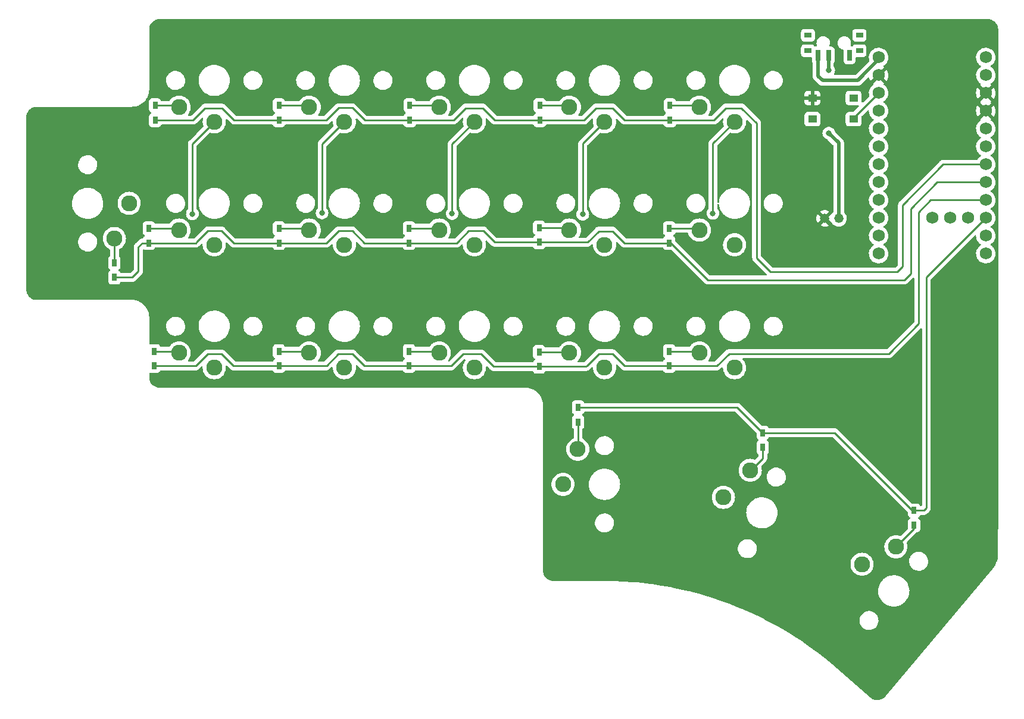
<source format=gbr>
%TF.GenerationSoftware,KiCad,Pcbnew,(6.0.7-1)-1*%
%TF.CreationDate,2022-10-16T21:29:02-07:00*%
%TF.ProjectId,karn-left,6b61726e-2d6c-4656-9674-2e6b69636164,rev?*%
%TF.SameCoordinates,Original*%
%TF.FileFunction,Copper,L1,Top*%
%TF.FilePolarity,Positive*%
%FSLAX46Y46*%
G04 Gerber Fmt 4.6, Leading zero omitted, Abs format (unit mm)*
G04 Created by KiCad (PCBNEW (6.0.7-1)-1) date 2022-10-16 21:29:02*
%MOMM*%
%LPD*%
G01*
G04 APERTURE LIST*
%TA.AperFunction,ComponentPad*%
%ADD10C,1.320800*%
%TD*%
%TA.AperFunction,SMDPad,CuDef*%
%ADD11R,1.256900X1.041400*%
%TD*%
%TA.AperFunction,SMDPad,CuDef*%
%ADD12R,0.750000X1.000000*%
%TD*%
%TA.AperFunction,ComponentPad*%
%ADD13C,2.282000*%
%TD*%
%TA.AperFunction,ComponentPad*%
%ADD14C,1.752600*%
%TD*%
%TA.AperFunction,SMDPad,CuDef*%
%ADD15R,1.000000X0.800000*%
%TD*%
%TA.AperFunction,SMDPad,CuDef*%
%ADD16R,0.700000X1.500000*%
%TD*%
%TA.AperFunction,ViaPad*%
%ADD17C,0.800000*%
%TD*%
%TA.AperFunction,Conductor*%
%ADD18C,0.250000*%
%TD*%
%TA.AperFunction,Conductor*%
%ADD19C,0.500000*%
%TD*%
G04 APERTURE END LIST*
D10*
%TO.P,JST1,2,2*%
%TO.N,GND*%
X162799999Y-59639206D03*
%TO.P,JST1,1,1*%
%TO.N,BT+*%
X164800001Y-59639206D03*
%TD*%
D11*
%TO.P,RSW1,1,1*%
%TO.N,unconnected-(RSW1-Pad1)*%
X161072851Y-45500000D03*
%TO.P,RSW1,2,2*%
%TO.N,reset*%
X166927149Y-45500000D03*
%TO.P,RSW1,3,3*%
%TO.N,GND*%
X161072851Y-42500000D03*
%TO.P,RSW1,4,4*%
%TO.N,unconnected-(RSW1-Pad4)*%
X166927149Y-42500000D03*
%TD*%
D12*
%TO.P,D31,1,K*%
%TO.N,row3*%
X140700000Y-80644600D03*
%TO.P,D31,2,A*%
%TO.N,Net-(D31-Pad2)*%
X140700000Y-78552400D03*
%TD*%
%TO.P,D24,1,K*%
%TO.N,row2*%
X85200000Y-63146100D03*
%TO.P,D24,2,A*%
%TO.N,Net-(D24-Pad2)*%
X85200000Y-61053900D03*
%TD*%
%TO.P,D21,1,K*%
%TO.N,row2*%
X140700000Y-63146100D03*
%TO.P,D21,2,A*%
%TO.N,Net-(D21-Pad2)*%
X140700000Y-61053900D03*
%TD*%
%TO.P,D14,1,K*%
%TO.N,row1*%
X85200000Y-45646100D03*
%TO.P,D14,2,A*%
%TO.N,Net-(D14-Pad2)*%
X85200000Y-43553900D03*
%TD*%
%TO.P,D42,1,K*%
%TO.N,row4*%
X154000000Y-90153900D03*
%TO.P,D42,2,A*%
%TO.N,Net-(D42-Pad2)*%
X154000000Y-92246100D03*
%TD*%
%TO.P,D26,1,K*%
%TO.N,row2*%
X61800000Y-68046100D03*
%TO.P,D26,2,A*%
%TO.N,Net-(D26-Pad2)*%
X61800000Y-65953900D03*
%TD*%
%TO.P,D35,1,K*%
%TO.N,row3*%
X67469430Y-80646100D03*
%TO.P,D35,2,A*%
%TO.N,Net-(D35-Pad2)*%
X67469430Y-78553900D03*
%TD*%
%TO.P,D43,1,K*%
%TO.N,row4*%
X127746341Y-86544574D03*
%TO.P,D43,2,A*%
%TO.N,Net-(D43-Pad2)*%
X127746341Y-88636774D03*
%TD*%
%TO.P,D41,1,K*%
%TO.N,row4*%
X175529717Y-101231686D03*
%TO.P,D41,2,A*%
%TO.N,Net-(D41-Pad2)*%
X175529717Y-103323886D03*
%TD*%
%TO.P,D33,1,K*%
%TO.N,row3*%
X103700000Y-80646100D03*
%TO.P,D33,2,A*%
%TO.N,Net-(D33-Pad2)*%
X103700000Y-78553900D03*
%TD*%
%TO.P,D22,1,K*%
%TO.N,row2*%
X122200000Y-63044600D03*
%TO.P,D22,2,A*%
%TO.N,Net-(D22-Pad2)*%
X122200000Y-60952400D03*
%TD*%
%TO.P,D11,1,K*%
%TO.N,row1*%
X140800000Y-45646100D03*
%TO.P,D11,2,A*%
%TO.N,Net-(D11-Pad2)*%
X140800000Y-43553900D03*
%TD*%
%TO.P,D13,1,K*%
%TO.N,row1*%
X103800000Y-45646100D03*
%TO.P,D13,2,A*%
%TO.N,Net-(D13-Pad2)*%
X103800000Y-43553900D03*
%TD*%
%TO.P,D34,1,K*%
%TO.N,row3*%
X85200000Y-80646100D03*
%TO.P,D34,2,A*%
%TO.N,Net-(D34-Pad2)*%
X85200000Y-78553900D03*
%TD*%
%TO.P,D12,1,K*%
%TO.N,row1*%
X122300000Y-45646100D03*
%TO.P,D12,2,A*%
%TO.N,Net-(D12-Pad2)*%
X122300000Y-43553900D03*
%TD*%
%TO.P,D23,1,K*%
%TO.N,row2*%
X103700000Y-63146100D03*
%TO.P,D23,2,A*%
%TO.N,Net-(D23-Pad2)*%
X103700000Y-61053900D03*
%TD*%
%TO.P,D32,1,K*%
%TO.N,row3*%
X122200000Y-80746100D03*
%TO.P,D32,2,A*%
%TO.N,Net-(D32-Pad2)*%
X122200000Y-78653900D03*
%TD*%
%TO.P,D15,1,K*%
%TO.N,row1*%
X67598338Y-45646100D03*
%TO.P,D15,2,A*%
%TO.N,Net-(D15-Pad2)*%
X67598338Y-43553900D03*
%TD*%
%TO.P,D25,1,K*%
%TO.N,row2*%
X66700000Y-63146100D03*
%TO.P,D25,2,A*%
%TO.N,Net-(D25-Pad2)*%
X66700000Y-61053900D03*
%TD*%
D13*
%TO.P,SW24,1,1*%
%TO.N,col4*%
X94500000Y-63400000D03*
%TO.P,SW24,2,2*%
%TO.N,Net-(D24-Pad2)*%
X89500000Y-61300000D03*
%TD*%
%TO.P,SW22,1,1*%
%TO.N,col2*%
X131500000Y-63400000D03*
%TO.P,SW22,2,2*%
%TO.N,Net-(D22-Pad2)*%
X126500000Y-61300000D03*
%TD*%
%TO.P,SW43,1,1*%
%TO.N,col3*%
X125600000Y-97500000D03*
%TO.P,SW43,2,2*%
%TO.N,Net-(D43-Pad2)*%
X127700000Y-92500000D03*
%TD*%
%TO.P,SW12,1,1*%
%TO.N,col2*%
X131500000Y-45900000D03*
%TO.P,SW12,2,2*%
%TO.N,Net-(D12-Pad2)*%
X126500000Y-43800000D03*
%TD*%
%TO.P,SW13,1,1*%
%TO.N,col3*%
X113000000Y-45900000D03*
%TO.P,SW13,2,2*%
%TO.N,Net-(D13-Pad2)*%
X108000000Y-43800000D03*
%TD*%
%TO.P,SW26,1,1*%
%TO.N,col6*%
X63900256Y-57500000D03*
%TO.P,SW26,2,2*%
%TO.N,Net-(D26-Pad2)*%
X61800256Y-62500000D03*
%TD*%
D14*
%TO.P,U1,1,TX0/P0.06*%
%TO.N,unconnected-(U1-Pad1)*%
X185720000Y-36716750D03*
%TO.P,U1,2,RX1/P0.08*%
%TO.N,unconnected-(U1-Pad2)*%
X185720000Y-39256750D03*
%TO.P,U1,3,GND*%
%TO.N,GND*%
X185720000Y-41796750D03*
%TO.P,U1,4,GND*%
X185720000Y-44336750D03*
%TO.P,U1,5,P0.17*%
%TO.N,unconnected-(U1-Pad5)*%
X185720000Y-46876750D03*
%TO.P,U1,6,P0.20*%
%TO.N,unconnected-(U1-Pad6)*%
X185720000Y-49416750D03*
%TO.P,U1,7,P0.22*%
%TO.N,row1*%
X185720000Y-51956750D03*
%TO.P,U1,8,P0.24*%
%TO.N,row2*%
X185720000Y-54496750D03*
%TO.P,U1,9,P1.00*%
%TO.N,row3*%
X185720000Y-57036750D03*
%TO.P,U1,10,P0.11*%
%TO.N,row4*%
X185720000Y-59576750D03*
%TO.P,U1,11,P1.04*%
%TO.N,unconnected-(U1-Pad11)*%
X185720000Y-62116750D03*
%TO.P,U1,12,P1.06*%
%TO.N,unconnected-(U1-Pad12)*%
X185720000Y-64656750D03*
%TO.P,U1,13,NFC1/P0.09*%
%TO.N,unconnected-(U1-Pad13)*%
X170480000Y-64656750D03*
%TO.P,U1,14,NFC2/P0.10*%
%TO.N,unconnected-(U1-Pad14)*%
X170480000Y-62116750D03*
%TO.P,U1,15,P1.11*%
%TO.N,col6*%
X170480000Y-59576750D03*
%TO.P,U1,16,P1.13*%
%TO.N,col5*%
X170480000Y-57036750D03*
%TO.P,U1,17,P1.15*%
%TO.N,col4*%
X170480000Y-54496750D03*
%TO.P,U1,18,AIN0/P0.02*%
%TO.N,col3*%
X170480000Y-51956750D03*
%TO.P,U1,19,AIN5/P0.29*%
%TO.N,col2*%
X170480000Y-49416750D03*
%TO.P,U1,20,AIN7/P0.31*%
%TO.N,col1*%
X170480000Y-46876750D03*
%TO.P,U1,21,VCC*%
%TO.N,VCC*%
X170480000Y-44336750D03*
%TO.P,U1,22,RST*%
%TO.N,reset*%
X170480000Y-41796750D03*
%TO.P,U1,23,GND*%
%TO.N,GND*%
X170480000Y-39256750D03*
%TO.P,U1,24,BATIN/P0.04*%
%TO.N,raw*%
X170480000Y-36716750D03*
%TO.P,U1,31,P1.01*%
%TO.N,unconnected-(U1-Pad31)*%
X183180000Y-59576750D03*
%TO.P,U1,32,P1.02*%
%TO.N,unconnected-(U1-Pad32)*%
X180640000Y-59576750D03*
%TO.P,U1,33,P1.07*%
%TO.N,unconnected-(U1-Pad33)*%
X178100000Y-59576750D03*
%TD*%
D13*
%TO.P,SW21,1,1*%
%TO.N,col1*%
X150000000Y-63400000D03*
%TO.P,SW21,2,2*%
%TO.N,Net-(D21-Pad2)*%
X145000000Y-61300000D03*
%TD*%
%TO.P,SW34,1,1*%
%TO.N,col4*%
X94500000Y-80900000D03*
%TO.P,SW34,2,2*%
%TO.N,Net-(D34-Pad2)*%
X89500000Y-78800000D03*
%TD*%
%TO.P,SW31,1,1*%
%TO.N,col1*%
X150000000Y-80900000D03*
%TO.P,SW31,2,2*%
%TO.N,Net-(D31-Pad2)*%
X145000000Y-78800000D03*
%TD*%
%TO.P,SW25,1,1*%
%TO.N,col5*%
X76000000Y-63400000D03*
%TO.P,SW25,2,2*%
%TO.N,Net-(D25-Pad2)*%
X71000000Y-61300000D03*
%TD*%
%TO.P,SW42,1,1*%
%TO.N,col2*%
X148408626Y-99348970D03*
%TO.P,SW42,2,2*%
%TO.N,Net-(D42-Pad2)*%
X152228745Y-95499725D03*
%TD*%
%TO.P,SW41,1,1*%
%TO.N,col1*%
X168125072Y-108878954D03*
%TO.P,SW41,2,2*%
%TO.N,Net-(D41-Pad2)*%
X172947703Y-106398586D03*
%TD*%
%TO.P,SW23,1,1*%
%TO.N,col3*%
X113000000Y-63400000D03*
%TO.P,SW23,2,2*%
%TO.N,Net-(D23-Pad2)*%
X108000000Y-61300000D03*
%TD*%
%TO.P,SW14,1,1*%
%TO.N,col4*%
X94500000Y-45900000D03*
%TO.P,SW14,2,2*%
%TO.N,Net-(D14-Pad2)*%
X89500000Y-43800000D03*
%TD*%
%TO.P,SW33,1,1*%
%TO.N,col3*%
X113000000Y-80900000D03*
%TO.P,SW33,2,2*%
%TO.N,Net-(D33-Pad2)*%
X108000000Y-78800000D03*
%TD*%
%TO.P,SW35,1,1*%
%TO.N,col5*%
X76000000Y-80900000D03*
%TO.P,SW35,2,2*%
%TO.N,Net-(D35-Pad2)*%
X71000000Y-78800000D03*
%TD*%
%TO.P,SW32,1,1*%
%TO.N,col2*%
X131500000Y-80900000D03*
%TO.P,SW32,2,2*%
%TO.N,Net-(D32-Pad2)*%
X126500000Y-78800000D03*
%TD*%
D15*
%TO.P,SW_POWER1,*%
%TO.N,*%
X167750000Y-33570000D03*
X167750000Y-35780000D03*
X160450000Y-35780000D03*
X160450000Y-33570000D03*
D16*
%TO.P,SW_POWER1,1,A*%
%TO.N,unconnected-(SW_POWER1-Pad1)*%
X166350000Y-36430000D03*
%TO.P,SW_POWER1,2,B*%
%TO.N,BT+*%
X163350000Y-36430000D03*
%TO.P,SW_POWER1,3,C*%
%TO.N,raw*%
X161850000Y-36430000D03*
%TD*%
D13*
%TO.P,SW15,1,1*%
%TO.N,col5*%
X76000000Y-45900000D03*
%TO.P,SW15,2,2*%
%TO.N,Net-(D15-Pad2)*%
X71000000Y-43800000D03*
%TD*%
%TO.P,SW11,1,1*%
%TO.N,col1*%
X150000000Y-45900000D03*
%TO.P,SW11,2,2*%
%TO.N,Net-(D11-Pad2)*%
X145000000Y-43800000D03*
%TD*%
D17*
%TO.N,BT+*%
X163400000Y-47500000D03*
X163379892Y-38536369D03*
%TO.N,col1*%
X146914906Y-58911655D03*
%TO.N,col2*%
X128407090Y-59059238D03*
%TO.N,col3*%
X109822724Y-58949488D03*
%TO.N,col4*%
X91334186Y-58869191D03*
%TO.N,col5*%
X72886259Y-59004863D03*
%TD*%
D18*
%TO.N,Net-(D11-Pad2)*%
X145000000Y-43800000D02*
X144753900Y-43553900D01*
X144753900Y-43553900D02*
X140800000Y-43553900D01*
%TO.N,Net-(D15-Pad2)*%
X71000000Y-43800000D02*
X70753900Y-43553900D01*
X70753900Y-43553900D02*
X67598338Y-43553900D01*
%TO.N,Net-(D14-Pad2)*%
X89500000Y-43800000D02*
X89253900Y-43553900D01*
X89253900Y-43553900D02*
X85200000Y-43553900D01*
%TO.N,Net-(D13-Pad2)*%
X108000000Y-43800000D02*
X107753900Y-43553900D01*
X107753900Y-43553900D02*
X103800000Y-43553900D01*
%TO.N,Net-(D12-Pad2)*%
X126500000Y-43800000D02*
X126253900Y-43553900D01*
X126253900Y-43553900D02*
X122300000Y-43553900D01*
%TO.N,reset*%
X166927149Y-45500000D02*
X166927149Y-45349601D01*
X166927149Y-45349601D02*
X170480000Y-41796750D01*
D19*
%TO.N,BT+*%
X164800001Y-48900001D02*
X164800001Y-59639206D01*
X163400000Y-47500000D02*
X164800001Y-48900001D01*
D18*
%TO.N,row4*%
X175529717Y-101231686D02*
X176933729Y-101231686D01*
X176933729Y-101231686D02*
X177279253Y-100886162D01*
%TO.N,Net-(D41-Pad2)*%
X175529717Y-103323886D02*
X175529717Y-103816572D01*
X175529717Y-103816572D02*
X172947703Y-106398586D01*
%TO.N,row3*%
X73501710Y-80501710D02*
X75058087Y-78945332D01*
X77046324Y-78945332D02*
X78747092Y-80646100D01*
X75058087Y-78945332D02*
X77046324Y-78945332D01*
X78747092Y-80646100D02*
X85200000Y-80646100D01*
X67469430Y-80646100D02*
X73357320Y-80646100D01*
X73357320Y-80646100D02*
X73501710Y-80501710D01*
%TO.N,Net-(D35-Pad2)*%
X67469430Y-78553900D02*
X70753900Y-78553900D01*
X70753900Y-78553900D02*
X71000000Y-78800000D01*
%TO.N,Net-(D33-Pad2)*%
X103700000Y-78553900D02*
X107753900Y-78553900D01*
X107753900Y-78553900D02*
X108000000Y-78800000D01*
%TO.N,Net-(D34-Pad2)*%
X85200000Y-78553900D02*
X89253900Y-78553900D01*
X89253900Y-78553900D02*
X89500000Y-78800000D01*
%TO.N,row3*%
X93635338Y-78945442D02*
X91990390Y-80590390D01*
X85200000Y-80646100D02*
X91934680Y-80646100D01*
X91934680Y-80646100D02*
X91990390Y-80590390D01*
X97339779Y-80646100D02*
X95639121Y-78945442D01*
X95639121Y-78945442D02*
X93635338Y-78945442D01*
X103700000Y-80646100D02*
X97339779Y-80646100D01*
%TO.N,Net-(D42-Pad2)*%
X154000000Y-92246100D02*
X154000000Y-93790310D01*
%TO.N,row4*%
X154000000Y-90153900D02*
X164204331Y-90153900D01*
X177279253Y-100886162D02*
X177279253Y-68017497D01*
X164204331Y-90153900D02*
X175529717Y-101479286D01*
X177279253Y-68017497D02*
X185720000Y-59576750D01*
X127746341Y-86544574D02*
X150390674Y-86544574D01*
X150390674Y-86544574D02*
X154000000Y-90153900D01*
%TO.N,Net-(D43-Pad2)*%
X127746341Y-88636774D02*
X127746341Y-92453659D01*
X127746341Y-92453659D02*
X127700000Y-92500000D01*
%TO.N,row3*%
X111429404Y-78924609D02*
X109727007Y-80627007D01*
X103700000Y-80646100D02*
X109707914Y-80646100D01*
X109707914Y-80646100D02*
X109727007Y-80627007D01*
X122200000Y-80746100D02*
X115739188Y-80746100D01*
X115739188Y-80746100D02*
X113917697Y-78924609D01*
X113917697Y-78924609D02*
X111429404Y-78924609D01*
X130695739Y-78907595D02*
X129001667Y-80601667D01*
X122200000Y-80746100D02*
X128857234Y-80746100D01*
X128857234Y-80746100D02*
X129001667Y-80601667D01*
%TO.N,Net-(D32-Pad2)*%
X122200000Y-78653900D02*
X126353900Y-78653900D01*
X126353900Y-78653900D02*
X126500000Y-78800000D01*
%TO.N,row3*%
X140700000Y-80644600D02*
X134368857Y-80644600D01*
X132631852Y-78907595D02*
X130695739Y-78907595D01*
X134368857Y-80644600D02*
X132631852Y-78907595D01*
X149209297Y-78893490D02*
X147501394Y-80601394D01*
X140700000Y-80644600D02*
X147458188Y-80644600D01*
X147458188Y-80644600D02*
X147501394Y-80601394D01*
%TO.N,Net-(D31-Pad2)*%
X140700000Y-78552400D02*
X144752400Y-78552400D01*
X144752400Y-78552400D02*
X145000000Y-78800000D01*
%TO.N,row2*%
X103700000Y-63146100D02*
X97361630Y-63146100D01*
X97361630Y-63146100D02*
X95634206Y-61418676D01*
X95634206Y-61418676D02*
X93683819Y-61418676D01*
X93683819Y-61418676D02*
X91956395Y-63146100D01*
X91956395Y-63146100D02*
X85200000Y-63146100D01*
X61800000Y-68046100D02*
X64353900Y-68046100D01*
X64353900Y-68046100D02*
X65200000Y-67200000D01*
X65200000Y-67200000D02*
X65200000Y-63700000D01*
X65200000Y-63700000D02*
X65753900Y-63146100D01*
X65753900Y-63146100D02*
X66700000Y-63146100D01*
%TO.N,Net-(D26-Pad2)*%
X61800000Y-65953900D02*
X61800000Y-62500256D01*
X61800000Y-62500256D02*
X61800256Y-62500000D01*
%TO.N,Net-(D25-Pad2)*%
X66700000Y-61053900D02*
X70753900Y-61053900D01*
X70753900Y-61053900D02*
X71000000Y-61300000D01*
%TO.N,row2*%
X75106730Y-61418404D02*
X73562567Y-62962567D01*
X66700000Y-63146100D02*
X73379034Y-63146100D01*
X73379034Y-63146100D02*
X73562567Y-62962567D01*
X85200000Y-63146100D02*
X78779196Y-63146100D01*
X78779196Y-63146100D02*
X77051500Y-61418404D01*
X77051500Y-61418404D02*
X75106730Y-61418404D01*
%TO.N,Net-(D24-Pad2)*%
X85200000Y-61053900D02*
X89253900Y-61053900D01*
X89253900Y-61053900D02*
X89500000Y-61300000D01*
%TO.N,row2*%
X110615036Y-63015036D02*
X112192109Y-61437963D01*
X103700000Y-63146100D02*
X110483972Y-63146100D01*
X110483972Y-63146100D02*
X110615036Y-63015036D01*
%TO.N,Net-(D23-Pad2)*%
X103700000Y-61053900D02*
X107753900Y-61053900D01*
X107753900Y-61053900D02*
X108000000Y-61300000D01*
%TO.N,row2*%
X114294923Y-61437963D02*
X115901560Y-63044600D01*
X112192109Y-61437963D02*
X114294923Y-61437963D01*
X115901560Y-63044600D02*
X122200000Y-63044600D01*
X130672649Y-61452400D02*
X129112525Y-63012525D01*
X122200000Y-63044600D02*
X129080450Y-63044600D01*
X129080450Y-63044600D02*
X129112525Y-63012525D01*
%TO.N,Net-(D22-Pad2)*%
X122200000Y-60952400D02*
X126152400Y-60952400D01*
X126152400Y-60952400D02*
X126500000Y-61300000D01*
%TO.N,Net-(D21-Pad2)*%
X140700000Y-61053900D02*
X144753900Y-61053900D01*
X144753900Y-61053900D02*
X145000000Y-61300000D01*
%TO.N,row2*%
X140700000Y-63146100D02*
X134325062Y-63146100D01*
X134325062Y-63146100D02*
X132631362Y-61452400D01*
X132631362Y-61452400D02*
X130672649Y-61452400D01*
X140700000Y-63146100D02*
X140947600Y-63146100D01*
X140947600Y-63146100D02*
X146199847Y-68398347D01*
%TO.N,row1*%
X85200000Y-45646100D02*
X78840856Y-45646100D01*
X78840856Y-45646100D02*
X77136204Y-43941448D01*
X77136204Y-43941448D02*
X74679761Y-43941448D01*
X74679761Y-43941448D02*
X72975109Y-45646100D01*
X72975109Y-45646100D02*
X67598338Y-45646100D01*
X85200000Y-45646100D02*
X91924638Y-45646100D01*
X95651236Y-43905671D02*
X97391665Y-45646100D01*
X97391665Y-45646100D02*
X103800000Y-45646100D01*
X91924638Y-45646100D02*
X93665067Y-43905671D01*
X93665067Y-43905671D02*
X95651236Y-43905671D01*
X122300000Y-45646100D02*
X115917724Y-45646100D01*
X115917724Y-45646100D02*
X114192284Y-43920660D01*
X114192284Y-43920660D02*
X111737711Y-43920660D01*
X111737711Y-43920660D02*
X110012271Y-45646100D01*
X110012271Y-45646100D02*
X103800000Y-45646100D01*
X140800000Y-45646100D02*
X134369925Y-45646100D01*
X134369925Y-45646100D02*
X132655655Y-43931830D01*
X132655655Y-43931830D02*
X130305767Y-43931830D01*
X130305767Y-43931830D02*
X128591497Y-45646100D01*
X128591497Y-45646100D02*
X122300000Y-45646100D01*
X185720000Y-51956750D02*
X179631790Y-51956750D01*
X173868398Y-57720142D02*
X173868398Y-66521114D01*
X179631790Y-51956750D02*
X173868398Y-57720142D01*
X173868398Y-66521114D02*
X173135090Y-67254422D01*
X173135090Y-67254422D02*
X155111162Y-67254422D01*
X155111162Y-67254422D02*
X153133376Y-65276636D01*
X153133376Y-65276636D02*
X153133376Y-46075126D01*
X153133376Y-46075126D02*
X150982854Y-43924603D01*
X150982854Y-43924603D02*
X148775397Y-43924603D01*
X148775397Y-43924603D02*
X147053900Y-45646100D01*
X147053900Y-45646100D02*
X140800000Y-45646100D01*
D19*
%TO.N,BT+*%
X163350000Y-36430000D02*
X163350000Y-38506477D01*
X163350000Y-38506477D02*
X163379892Y-38536369D01*
D18*
%TO.N,row2*%
X175037621Y-58274862D02*
X175037621Y-67506719D01*
X174145993Y-68398347D02*
X146199847Y-68398347D01*
X185720000Y-54496750D02*
X178815733Y-54496750D01*
X178815733Y-54496750D02*
X175037621Y-58274862D01*
X175037621Y-67506719D02*
X174145993Y-68398347D01*
%TO.N,row3*%
X185720000Y-57036750D02*
X177887028Y-57036750D01*
X176185618Y-58738160D02*
X176185618Y-74649708D01*
X103643063Y-80455437D02*
X103700000Y-80398500D01*
X103757284Y-80456196D02*
X103700000Y-80398912D01*
X103700000Y-80398912D02*
X103700000Y-80398500D01*
X171941836Y-78893490D02*
X149209297Y-78893490D01*
X176185618Y-74649708D02*
X171941836Y-78893490D01*
X177887028Y-57036750D02*
X176185618Y-58738160D01*
%TO.N,Net-(D41-Pad2)*%
X175529717Y-103076286D02*
X175529717Y-103816572D01*
%TO.N,Net-(D42-Pad2)*%
X154000000Y-93790310D02*
X151849734Y-95940576D01*
%TO.N,Net-(D43-Pad2)*%
X127751599Y-92448401D02*
X127700000Y-92500000D01*
%TO.N,col1*%
X146914906Y-48985094D02*
X146914906Y-58911655D01*
X150000000Y-45900000D02*
X146914906Y-48985094D01*
%TO.N,col2*%
X128407090Y-48992910D02*
X128407090Y-59059238D01*
X131500000Y-45900000D02*
X128407090Y-48992910D01*
%TO.N,col3*%
X109822724Y-49077276D02*
X109822724Y-58949488D01*
X113000000Y-45900000D02*
X109822724Y-49077276D01*
%TO.N,col4*%
X91334186Y-49065814D02*
X91334186Y-58869191D01*
X94500000Y-45900000D02*
X91334186Y-49065814D01*
%TO.N,col5*%
X76000000Y-45900000D02*
X72886259Y-49013741D01*
X72886259Y-49013741D02*
X72886259Y-59004863D01*
D19*
%TO.N,raw*%
X161850000Y-36430000D02*
X161850000Y-39350000D01*
X161850000Y-39350000D02*
X162500000Y-40000000D01*
X162500000Y-40000000D02*
X167496750Y-40000000D01*
X167496750Y-40000000D02*
X170780000Y-36716750D01*
%TD*%
%TA.AperFunction,Conductor*%
%TO.N,GND*%
G36*
X185960931Y-31251914D02*
G01*
X185975239Y-31254142D01*
X185975243Y-31254142D01*
X185984113Y-31255523D01*
X185998936Y-31253585D01*
X186024251Y-31252843D01*
X186045436Y-31254358D01*
X186194699Y-31265032D01*
X186212494Y-31267590D01*
X186403944Y-31309237D01*
X186421193Y-31314302D01*
X186454890Y-31326870D01*
X186604768Y-31382771D01*
X186621107Y-31390233D01*
X186793079Y-31484136D01*
X186808193Y-31493850D01*
X186930951Y-31585745D01*
X186965039Y-31611263D01*
X186978625Y-31623035D01*
X187117165Y-31761574D01*
X187128938Y-31775161D01*
X187246351Y-31932007D01*
X187256068Y-31947127D01*
X187349964Y-32119088D01*
X187357432Y-32135440D01*
X187425898Y-32319008D01*
X187430963Y-32336257D01*
X187472610Y-32527706D01*
X187475168Y-32545500D01*
X187484512Y-32676149D01*
X187486857Y-32708944D01*
X187486152Y-32725890D01*
X187486170Y-32725890D01*
X187486060Y-32734858D01*
X187484678Y-32743733D01*
X187485842Y-32752636D01*
X187485842Y-32752638D01*
X187488715Y-32774613D01*
X187489778Y-32790973D01*
X187476019Y-100681078D01*
X187474702Y-107181071D01*
X187474673Y-107321731D01*
X187473173Y-107341088D01*
X187469554Y-107364333D01*
X187472008Y-107383096D01*
X187472916Y-107405681D01*
X187458218Y-107701612D01*
X187456979Y-107714051D01*
X187408737Y-108035701D01*
X187406272Y-108047955D01*
X187326398Y-108363239D01*
X187322732Y-108375186D01*
X187315824Y-108394267D01*
X187212005Y-108681019D01*
X187207172Y-108692546D01*
X187066693Y-108985891D01*
X187060741Y-108996884D01*
X186891890Y-109274859D01*
X186884880Y-109285207D01*
X186711109Y-109516129D01*
X186693662Y-109534963D01*
X186692313Y-109536150D01*
X186692310Y-109536154D01*
X186685571Y-109542083D01*
X186669525Y-109567412D01*
X186659577Y-109581008D01*
X174658141Y-123870567D01*
X171480646Y-127653865D01*
X171467074Y-127667706D01*
X171449300Y-127683238D01*
X171441263Y-127695829D01*
X171425555Y-127715703D01*
X171306645Y-127838444D01*
X171293248Y-127850430D01*
X171138274Y-127970321D01*
X171123315Y-127980274D01*
X171085710Y-128001589D01*
X170952857Y-128076892D01*
X170936627Y-128084617D01*
X170754158Y-128155993D01*
X170737004Y-128161327D01*
X170546223Y-128206012D01*
X170528482Y-128208850D01*
X170412025Y-128219041D01*
X170333301Y-128225930D01*
X170315326Y-128226216D01*
X170119698Y-128215345D01*
X170101866Y-128213070D01*
X169909775Y-128174470D01*
X169892448Y-128169680D01*
X169707805Y-128104137D01*
X169691337Y-128096930D01*
X169517907Y-128005782D01*
X169502631Y-127996305D01*
X169370120Y-127900361D01*
X169357043Y-127888429D01*
X169350592Y-127882881D01*
X169344688Y-127876126D01*
X169323497Y-127862601D01*
X169308469Y-127851351D01*
X163934431Y-123164484D01*
X163921183Y-123151056D01*
X163908216Y-123135778D01*
X163905058Y-123132057D01*
X163895709Y-123123980D01*
X163892337Y-123121875D01*
X163889296Y-123119509D01*
X162847951Y-122265382D01*
X162847942Y-122265375D01*
X162847268Y-122264822D01*
X161776512Y-121433656D01*
X161775797Y-121433131D01*
X160684522Y-120632061D01*
X160684507Y-120632050D01*
X160683820Y-120631546D01*
X160378840Y-120420036D01*
X159570741Y-119859601D01*
X159570718Y-119859586D01*
X159569979Y-119859073D01*
X158435793Y-119116793D01*
X157942938Y-118812825D01*
X157282829Y-118405702D01*
X157282812Y-118405692D01*
X157282081Y-118405241D01*
X156109675Y-117724932D01*
X154919420Y-117076355D01*
X154418797Y-116820755D01*
X167754622Y-116820755D01*
X167763226Y-117049935D01*
X167810321Y-117274388D01*
X167812278Y-117279344D01*
X167812280Y-117279350D01*
X167857919Y-117394913D01*
X167894561Y-117487697D01*
X168013537Y-117683764D01*
X168017034Y-117687794D01*
X168099951Y-117783347D01*
X168163847Y-117856981D01*
X168167978Y-117860368D01*
X168337065Y-117999012D01*
X168337071Y-117999016D01*
X168341193Y-118002396D01*
X168345829Y-118005035D01*
X168345832Y-118005037D01*
X168459482Y-118069730D01*
X168540505Y-118115851D01*
X168756083Y-118194102D01*
X168761332Y-118195051D01*
X168761335Y-118195052D01*
X168839885Y-118209256D01*
X168981764Y-118234912D01*
X168985903Y-118235107D01*
X168985910Y-118235108D01*
X169004301Y-118235975D01*
X169004310Y-118235975D01*
X169005790Y-118236045D01*
X169166986Y-118236045D01*
X169233445Y-118230406D01*
X169332611Y-118221992D01*
X169332615Y-118221991D01*
X169337922Y-118221541D01*
X169343077Y-118220203D01*
X169343083Y-118220202D01*
X169554736Y-118165267D01*
X169554735Y-118165267D01*
X169559907Y-118163925D01*
X169705978Y-118098125D01*
X169764151Y-118071920D01*
X169764154Y-118071919D01*
X169769012Y-118069730D01*
X169959256Y-117941650D01*
X170125200Y-117783347D01*
X170262100Y-117599348D01*
X170316548Y-117492258D01*
X170363622Y-117399669D01*
X170363622Y-117399668D01*
X170366040Y-117394913D01*
X170434049Y-117175888D01*
X170464182Y-116948535D01*
X170455578Y-116719355D01*
X170408483Y-116494902D01*
X170406526Y-116489946D01*
X170406524Y-116489940D01*
X170326202Y-116286554D01*
X170324243Y-116281593D01*
X170205267Y-116085526D01*
X170122566Y-115990221D01*
X170058457Y-115916342D01*
X170058455Y-115916340D01*
X170054957Y-115912309D01*
X170010564Y-115875909D01*
X169881739Y-115770278D01*
X169881733Y-115770274D01*
X169877611Y-115766894D01*
X169872975Y-115764255D01*
X169872972Y-115764253D01*
X169682942Y-115656082D01*
X169678299Y-115653439D01*
X169462721Y-115575188D01*
X169457472Y-115574239D01*
X169457469Y-115574238D01*
X169378919Y-115560034D01*
X169237040Y-115534378D01*
X169232901Y-115534183D01*
X169232894Y-115534182D01*
X169214503Y-115533315D01*
X169214494Y-115533315D01*
X169213014Y-115533245D01*
X169051818Y-115533245D01*
X168985359Y-115538884D01*
X168886193Y-115547298D01*
X168886189Y-115547299D01*
X168880882Y-115547749D01*
X168875727Y-115549087D01*
X168875721Y-115549088D01*
X168705130Y-115593365D01*
X168658897Y-115605365D01*
X168552177Y-115653439D01*
X168454653Y-115697370D01*
X168454650Y-115697371D01*
X168449792Y-115699560D01*
X168259548Y-115827640D01*
X168093604Y-115985943D01*
X167956704Y-116169942D01*
X167954288Y-116174693D01*
X167954286Y-116174697D01*
X167899938Y-116281593D01*
X167852764Y-116374377D01*
X167784755Y-116593402D01*
X167784054Y-116598688D01*
X167784054Y-116598690D01*
X167758763Y-116789514D01*
X167754622Y-116820755D01*
X154418797Y-116820755D01*
X154209973Y-116714137D01*
X153712888Y-116460343D01*
X153712857Y-116460328D01*
X153712176Y-116459980D01*
X153711484Y-116459650D01*
X153711454Y-116459635D01*
X152489560Y-115876606D01*
X152488814Y-115876250D01*
X151250215Y-115325586D01*
X150633818Y-115071145D01*
X149998038Y-114808702D01*
X149998014Y-114808692D01*
X149997274Y-114808387D01*
X149996557Y-114808113D01*
X149996531Y-114808103D01*
X148986445Y-114422565D01*
X148730894Y-114325024D01*
X148435988Y-114221447D01*
X147452800Y-113876131D01*
X147452768Y-113876120D01*
X147451990Y-113875847D01*
X147451180Y-113875587D01*
X147451154Y-113875578D01*
X146501451Y-113570419D01*
X146161483Y-113461180D01*
X146160640Y-113460934D01*
X146160611Y-113460925D01*
X144861105Y-113081555D01*
X144861068Y-113081545D01*
X144860305Y-113081322D01*
X144859523Y-113081116D01*
X144859511Y-113081113D01*
X144210287Y-112910365D01*
X143549394Y-112736547D01*
X143548606Y-112736362D01*
X143548577Y-112736355D01*
X143469837Y-112717892D01*
X170425264Y-112717892D01*
X170425627Y-112722040D01*
X170425627Y-112722045D01*
X170435947Y-112840008D01*
X170450909Y-113011023D01*
X170515098Y-113298187D01*
X170616702Y-113574339D01*
X170753937Y-113834627D01*
X170924391Y-114074479D01*
X170927235Y-114077528D01*
X170927240Y-114077535D01*
X171064403Y-114224624D01*
X171125069Y-114289680D01*
X171352446Y-114476450D01*
X171356003Y-114478656D01*
X171356008Y-114478659D01*
X171499087Y-114567372D01*
X171602527Y-114631507D01*
X171870919Y-114752127D01*
X172042029Y-114803137D01*
X172148907Y-114834999D01*
X172148909Y-114834999D01*
X172152906Y-114836191D01*
X172157026Y-114836844D01*
X172157028Y-114836844D01*
X172440053Y-114881671D01*
X172440059Y-114881672D01*
X172443534Y-114882222D01*
X172468117Y-114883338D01*
X172534147Y-114886337D01*
X172534168Y-114886337D01*
X172535567Y-114886401D01*
X172719366Y-114886401D01*
X172938337Y-114871857D01*
X172942431Y-114871032D01*
X172942435Y-114871031D01*
X173152454Y-114828683D01*
X173226783Y-114813696D01*
X173505002Y-114717898D01*
X173508744Y-114716024D01*
X173508749Y-114716022D01*
X173764363Y-114588019D01*
X173764365Y-114588018D01*
X173768107Y-114586144D01*
X174011476Y-114420751D01*
X174158072Y-114289680D01*
X174227716Y-114227411D01*
X174227717Y-114227410D01*
X174230833Y-114224624D01*
X174235789Y-114218842D01*
X174419599Y-114004387D01*
X174419604Y-114004380D01*
X174422323Y-114001208D01*
X174424597Y-113997706D01*
X174424601Y-113997701D01*
X174580311Y-113757927D01*
X174580313Y-113757924D01*
X174582583Y-113754428D01*
X174602554Y-113712371D01*
X174630525Y-113653463D01*
X174708798Y-113488622D01*
X174717519Y-113461461D01*
X174797471Y-113212437D01*
X174798749Y-113208457D01*
X174850856Y-112918857D01*
X174864204Y-112624910D01*
X174838559Y-112331779D01*
X174774370Y-112044615D01*
X174672766Y-111768463D01*
X174643454Y-111712867D01*
X174537478Y-111511868D01*
X174535531Y-111508175D01*
X174365077Y-111268323D01*
X174362233Y-111265274D01*
X174362228Y-111265267D01*
X174167249Y-111056178D01*
X174167247Y-111056176D01*
X174164399Y-111053122D01*
X173937022Y-110866352D01*
X173933465Y-110864146D01*
X173933460Y-110864143D01*
X173757080Y-110754783D01*
X173686941Y-110711295D01*
X173418549Y-110590675D01*
X173198723Y-110525142D01*
X173140561Y-110507803D01*
X173140559Y-110507803D01*
X173136562Y-110506611D01*
X173132442Y-110505958D01*
X173132440Y-110505958D01*
X172849415Y-110461131D01*
X172849409Y-110461130D01*
X172845934Y-110460580D01*
X172821351Y-110459464D01*
X172755321Y-110456465D01*
X172755300Y-110456465D01*
X172753901Y-110456401D01*
X172570102Y-110456401D01*
X172351131Y-110470945D01*
X172347037Y-110471770D01*
X172347033Y-110471771D01*
X172168336Y-110507803D01*
X172062685Y-110529106D01*
X171784466Y-110624904D01*
X171780724Y-110626778D01*
X171780719Y-110626780D01*
X171555680Y-110739472D01*
X171521361Y-110756658D01*
X171277992Y-110922051D01*
X171274876Y-110924837D01*
X171127979Y-111056178D01*
X171058635Y-111118178D01*
X171055912Y-111121355D01*
X170869869Y-111338415D01*
X170869864Y-111338422D01*
X170867145Y-111341594D01*
X170864871Y-111345096D01*
X170864867Y-111345101D01*
X170756568Y-111511868D01*
X170706885Y-111588374D01*
X170705097Y-111592140D01*
X170705094Y-111592145D01*
X170658943Y-111689339D01*
X170580670Y-111854180D01*
X170579391Y-111858163D01*
X170579390Y-111858166D01*
X170561067Y-111915236D01*
X170490719Y-112134345D01*
X170438612Y-112423945D01*
X170438423Y-112428117D01*
X170425664Y-112709088D01*
X170425264Y-112717892D01*
X143469837Y-112717892D01*
X142234020Y-112428117D01*
X142229696Y-112427103D01*
X141472679Y-112270920D01*
X140902994Y-112153386D01*
X140902977Y-112153383D01*
X140902164Y-112153215D01*
X139567755Y-111915079D01*
X138227431Y-111712867D01*
X138021749Y-111687465D01*
X136883006Y-111546830D01*
X136882970Y-111546826D01*
X136882160Y-111546726D01*
X136881359Y-111546649D01*
X136881324Y-111546645D01*
X136120055Y-111473324D01*
X135532912Y-111416774D01*
X134284427Y-111330295D01*
X134181470Y-111323163D01*
X134181467Y-111323163D01*
X134180661Y-111323107D01*
X132826382Y-111265791D01*
X132825549Y-111265778D01*
X132825544Y-111265778D01*
X132571025Y-111261849D01*
X131491303Y-111245181D01*
X131486096Y-111244902D01*
X131483407Y-111244444D01*
X131477067Y-111244354D01*
X131475922Y-111244337D01*
X131475917Y-111244337D01*
X131471054Y-111244268D01*
X131466239Y-111244948D01*
X131466234Y-111244948D01*
X131443362Y-111248177D01*
X131425750Y-111249414D01*
X124268771Y-111249414D01*
X124249389Y-111247914D01*
X124248044Y-111247705D01*
X124226206Y-111244305D01*
X124212049Y-111246156D01*
X124211509Y-111246227D01*
X124186097Y-111246964D01*
X124017964Y-111234825D01*
X123999999Y-111232217D01*
X123811014Y-111190696D01*
X123793613Y-111185534D01*
X123612559Y-111117292D01*
X123596081Y-111109685D01*
X123426697Y-111016126D01*
X123411483Y-111006228D01*
X123257311Y-110889308D01*
X123243676Y-110877326D01*
X123107909Y-110739472D01*
X123096140Y-110725661D01*
X122981577Y-110569711D01*
X122971917Y-110554354D01*
X122956565Y-110525530D01*
X122880953Y-110383565D01*
X122873598Y-110366973D01*
X122865150Y-110343478D01*
X122808124Y-110184897D01*
X122803229Y-110167421D01*
X122764596Y-109977822D01*
X122762263Y-109959826D01*
X122758243Y-109889142D01*
X122753081Y-109798406D01*
X122754029Y-109781635D01*
X122753981Y-109781634D01*
X122754228Y-109772653D01*
X122755743Y-109763812D01*
X122754716Y-109754901D01*
X122754716Y-109754897D01*
X122751616Y-109728006D01*
X122750787Y-109713579D01*
X122750787Y-108878954D01*
X166478496Y-108878954D01*
X166498768Y-109136535D01*
X166499922Y-109141342D01*
X166499923Y-109141348D01*
X166533262Y-109280215D01*
X166559085Y-109387774D01*
X166560978Y-109392345D01*
X166560979Y-109392347D01*
X166638107Y-109578549D01*
X166657962Y-109626484D01*
X166792964Y-109846787D01*
X166796175Y-109850547D01*
X166796179Y-109850552D01*
X166889508Y-109959826D01*
X166960767Y-110043259D01*
X166964529Y-110046472D01*
X167153474Y-110207847D01*
X167153479Y-110207851D01*
X167157239Y-110211062D01*
X167377542Y-110346064D01*
X167382112Y-110347957D01*
X167382116Y-110347959D01*
X167611679Y-110443047D01*
X167616252Y-110444941D01*
X167703324Y-110465845D01*
X167862678Y-110504103D01*
X167862684Y-110504104D01*
X167867491Y-110505258D01*
X168125072Y-110525530D01*
X168382653Y-110505258D01*
X168387460Y-110504104D01*
X168387466Y-110504103D01*
X168546820Y-110465845D01*
X168633892Y-110444941D01*
X168638465Y-110443047D01*
X168868028Y-110347959D01*
X168868032Y-110347957D01*
X168872602Y-110346064D01*
X169092905Y-110211062D01*
X169096665Y-110207851D01*
X169096670Y-110207847D01*
X169285615Y-110046472D01*
X169289377Y-110043259D01*
X169360636Y-109959826D01*
X169453965Y-109850552D01*
X169453969Y-109850547D01*
X169457180Y-109846787D01*
X169592182Y-109626484D01*
X169612038Y-109578549D01*
X169689165Y-109392347D01*
X169689166Y-109392345D01*
X169691059Y-109387774D01*
X169716882Y-109280215D01*
X169750221Y-109141348D01*
X169750222Y-109141342D01*
X169751376Y-109136535D01*
X169771648Y-108878954D01*
X169751376Y-108621373D01*
X169696853Y-108394267D01*
X174825286Y-108394267D01*
X174833890Y-108623447D01*
X174880985Y-108847900D01*
X174882942Y-108852856D01*
X174882944Y-108852862D01*
X174928583Y-108968425D01*
X174965225Y-109061209D01*
X175084201Y-109257276D01*
X175087698Y-109261306D01*
X175201410Y-109392347D01*
X175234511Y-109430493D01*
X175238642Y-109433880D01*
X175407729Y-109572524D01*
X175407735Y-109572528D01*
X175411857Y-109575908D01*
X175416493Y-109578547D01*
X175416496Y-109578549D01*
X175530146Y-109643242D01*
X175611169Y-109689363D01*
X175826747Y-109767614D01*
X175831996Y-109768563D01*
X175831999Y-109768564D01*
X175904278Y-109781634D01*
X176052428Y-109808424D01*
X176056567Y-109808619D01*
X176056574Y-109808620D01*
X176074965Y-109809487D01*
X176074974Y-109809487D01*
X176076454Y-109809557D01*
X176237650Y-109809557D01*
X176304109Y-109803918D01*
X176403275Y-109795504D01*
X176403279Y-109795503D01*
X176408586Y-109795053D01*
X176413741Y-109793715D01*
X176413747Y-109793714D01*
X176589596Y-109748072D01*
X176630571Y-109737437D01*
X176776642Y-109671637D01*
X176834815Y-109645432D01*
X176834818Y-109645431D01*
X176839676Y-109643242D01*
X177029920Y-109515162D01*
X177195864Y-109356859D01*
X177332764Y-109172860D01*
X177353742Y-109131601D01*
X177434286Y-108973181D01*
X177434286Y-108973180D01*
X177436704Y-108968425D01*
X177504713Y-108749400D01*
X177505414Y-108744112D01*
X177534146Y-108527332D01*
X177534146Y-108527327D01*
X177534846Y-108522047D01*
X177526242Y-108292867D01*
X177479147Y-108068414D01*
X177477190Y-108063458D01*
X177477188Y-108063452D01*
X177399838Y-107867591D01*
X177394907Y-107855105D01*
X177275931Y-107659038D01*
X177272434Y-107655008D01*
X177129121Y-107489854D01*
X177129119Y-107489852D01*
X177125621Y-107485821D01*
X177033089Y-107409949D01*
X176952403Y-107343790D01*
X176952397Y-107343786D01*
X176948275Y-107340406D01*
X176943639Y-107337767D01*
X176943636Y-107337765D01*
X176753606Y-107229594D01*
X176748963Y-107226951D01*
X176533385Y-107148700D01*
X176528136Y-107147751D01*
X176528133Y-107147750D01*
X176449583Y-107133546D01*
X176307704Y-107107890D01*
X176303565Y-107107695D01*
X176303558Y-107107694D01*
X176285167Y-107106827D01*
X176285158Y-107106827D01*
X176283678Y-107106757D01*
X176122482Y-107106757D01*
X176056023Y-107112396D01*
X175956857Y-107120810D01*
X175956853Y-107120811D01*
X175951546Y-107121261D01*
X175946391Y-107122599D01*
X175946385Y-107122600D01*
X175787523Y-107163833D01*
X175729561Y-107178877D01*
X175609932Y-107232766D01*
X175525317Y-107270882D01*
X175525314Y-107270883D01*
X175520456Y-107273072D01*
X175330212Y-107401152D01*
X175164268Y-107559455D01*
X175027368Y-107743454D01*
X175024952Y-107748205D01*
X175024950Y-107748209D01*
X174954272Y-107887223D01*
X174923428Y-107947889D01*
X174855419Y-108166914D01*
X174854718Y-108172200D01*
X174854718Y-108172202D01*
X174827847Y-108374946D01*
X174825286Y-108394267D01*
X169696853Y-108394267D01*
X169691059Y-108370134D01*
X169609073Y-108172202D01*
X169594077Y-108135998D01*
X169594075Y-108135994D01*
X169592182Y-108131424D01*
X169457180Y-107911121D01*
X169453969Y-107907361D01*
X169453965Y-107907356D01*
X169292590Y-107718411D01*
X169289377Y-107714649D01*
X169270706Y-107698702D01*
X169096670Y-107550061D01*
X169096665Y-107550057D01*
X169092905Y-107546846D01*
X168872602Y-107411844D01*
X168868032Y-107409951D01*
X168868028Y-107409949D01*
X168638465Y-107314861D01*
X168638463Y-107314860D01*
X168633892Y-107312967D01*
X168546820Y-107292063D01*
X168387466Y-107253805D01*
X168387460Y-107253804D01*
X168382653Y-107252650D01*
X168125072Y-107232378D01*
X167867491Y-107252650D01*
X167862684Y-107253804D01*
X167862678Y-107253805D01*
X167703324Y-107292063D01*
X167616252Y-107312967D01*
X167611681Y-107314860D01*
X167611679Y-107314861D01*
X167382116Y-107409949D01*
X167382112Y-107409951D01*
X167377542Y-107411844D01*
X167157239Y-107546846D01*
X167153479Y-107550057D01*
X167153474Y-107550061D01*
X166979438Y-107698702D01*
X166960767Y-107714649D01*
X166957554Y-107718411D01*
X166796179Y-107907356D01*
X166796175Y-107907361D01*
X166792964Y-107911121D01*
X166657962Y-108131424D01*
X166656069Y-108135994D01*
X166656067Y-108135998D01*
X166641071Y-108172202D01*
X166559085Y-108370134D01*
X166498768Y-108621373D01*
X166478496Y-108878954D01*
X122750787Y-108878954D01*
X122750787Y-106594770D01*
X150463895Y-106594770D01*
X150472499Y-106823950D01*
X150519594Y-107048403D01*
X150521551Y-107053359D01*
X150521553Y-107053365D01*
X150567192Y-107168928D01*
X150603834Y-107261712D01*
X150722810Y-107457779D01*
X150726307Y-107461809D01*
X150816810Y-107566104D01*
X150873120Y-107630996D01*
X150877251Y-107634383D01*
X151046338Y-107773027D01*
X151046344Y-107773031D01*
X151050466Y-107776411D01*
X151055102Y-107779050D01*
X151055105Y-107779052D01*
X151168755Y-107843745D01*
X151249778Y-107889866D01*
X151465356Y-107968117D01*
X151470605Y-107969066D01*
X151470608Y-107969067D01*
X151549158Y-107983271D01*
X151691037Y-108008927D01*
X151695176Y-108009122D01*
X151695183Y-108009123D01*
X151713574Y-108009990D01*
X151713583Y-108009990D01*
X151715063Y-108010060D01*
X151876259Y-108010060D01*
X151942718Y-108004421D01*
X152041884Y-107996007D01*
X152041888Y-107996006D01*
X152047195Y-107995556D01*
X152052350Y-107994218D01*
X152052356Y-107994217D01*
X152264009Y-107939282D01*
X152264008Y-107939282D01*
X152269180Y-107937940D01*
X152429556Y-107865696D01*
X152473424Y-107845935D01*
X152473427Y-107845934D01*
X152478285Y-107843745D01*
X152668529Y-107715665D01*
X152683261Y-107701612D01*
X152830616Y-107561041D01*
X152834473Y-107557362D01*
X152971373Y-107373363D01*
X152975965Y-107364333D01*
X153072895Y-107173684D01*
X153072895Y-107173683D01*
X153075313Y-107168928D01*
X153143322Y-106949903D01*
X153144023Y-106944615D01*
X153172755Y-106727835D01*
X153172755Y-106727830D01*
X153173455Y-106722550D01*
X153164851Y-106493370D01*
X153117756Y-106268917D01*
X153115799Y-106263961D01*
X153115797Y-106263955D01*
X153035475Y-106060569D01*
X153033516Y-106055608D01*
X152914540Y-105859541D01*
X152831839Y-105764236D01*
X152767730Y-105690357D01*
X152767728Y-105690355D01*
X152764230Y-105686324D01*
X152716071Y-105646836D01*
X152591012Y-105544293D01*
X152591006Y-105544289D01*
X152586884Y-105540909D01*
X152582248Y-105538270D01*
X152582245Y-105538268D01*
X152400776Y-105434970D01*
X152387572Y-105427454D01*
X152171994Y-105349203D01*
X152166745Y-105348254D01*
X152166742Y-105348253D01*
X152088192Y-105334049D01*
X151946313Y-105308393D01*
X151942174Y-105308198D01*
X151942167Y-105308197D01*
X151923776Y-105307330D01*
X151923767Y-105307330D01*
X151922287Y-105307260D01*
X151761091Y-105307260D01*
X151694632Y-105312899D01*
X151595466Y-105321313D01*
X151595462Y-105321314D01*
X151590155Y-105321764D01*
X151585000Y-105323102D01*
X151584994Y-105323103D01*
X151414403Y-105367380D01*
X151368170Y-105379380D01*
X151244765Y-105434970D01*
X151163926Y-105471385D01*
X151163923Y-105471386D01*
X151159065Y-105473575D01*
X150968821Y-105601655D01*
X150964964Y-105605334D01*
X150964962Y-105605336D01*
X150912241Y-105655630D01*
X150802877Y-105759958D01*
X150665977Y-105943957D01*
X150663561Y-105948708D01*
X150663559Y-105948712D01*
X150609211Y-106055608D01*
X150562037Y-106148392D01*
X150494028Y-106367417D01*
X150463895Y-106594770D01*
X122750787Y-106594770D01*
X122750787Y-102936110D01*
X130145220Y-102936110D01*
X130153824Y-103165290D01*
X130200919Y-103389743D01*
X130202876Y-103394699D01*
X130202878Y-103394705D01*
X130248517Y-103510268D01*
X130285159Y-103603052D01*
X130358515Y-103723939D01*
X130388899Y-103774010D01*
X130404135Y-103799119D01*
X130407632Y-103803149D01*
X130526265Y-103939861D01*
X130554445Y-103972336D01*
X130558576Y-103975723D01*
X130727663Y-104114367D01*
X130727669Y-104114371D01*
X130731791Y-104117751D01*
X130736427Y-104120390D01*
X130736430Y-104120392D01*
X130850080Y-104185085D01*
X130931103Y-104231206D01*
X131146681Y-104309457D01*
X131151930Y-104310406D01*
X131151933Y-104310407D01*
X131197192Y-104318591D01*
X131372362Y-104350267D01*
X131376501Y-104350462D01*
X131376508Y-104350463D01*
X131394899Y-104351330D01*
X131394908Y-104351330D01*
X131396388Y-104351400D01*
X131557584Y-104351400D01*
X131624043Y-104345761D01*
X131723209Y-104337347D01*
X131723213Y-104337346D01*
X131728520Y-104336896D01*
X131733675Y-104335558D01*
X131733681Y-104335557D01*
X131945334Y-104280622D01*
X131945333Y-104280622D01*
X131950505Y-104279280D01*
X132096576Y-104213480D01*
X132154749Y-104187275D01*
X132154752Y-104187274D01*
X132159610Y-104185085D01*
X132349854Y-104057005D01*
X132515798Y-103898702D01*
X132536214Y-103871263D01*
X132649512Y-103718985D01*
X132652698Y-103714703D01*
X132659020Y-103702270D01*
X132754220Y-103515024D01*
X132754220Y-103515023D01*
X132756638Y-103510268D01*
X132824647Y-103291243D01*
X132847985Y-103115159D01*
X132854080Y-103069175D01*
X132854080Y-103069170D01*
X132854780Y-103063890D01*
X132846176Y-102834710D01*
X132799081Y-102610257D01*
X132797124Y-102605301D01*
X132797122Y-102605295D01*
X132716800Y-102401909D01*
X132714841Y-102396948D01*
X132595865Y-102200881D01*
X132513164Y-102105576D01*
X132449055Y-102031697D01*
X132449053Y-102031695D01*
X132445555Y-102027664D01*
X132370480Y-101966106D01*
X132272337Y-101885633D01*
X132272331Y-101885629D01*
X132268209Y-101882249D01*
X132263573Y-101879610D01*
X132263570Y-101879608D01*
X132073540Y-101771437D01*
X132068897Y-101768794D01*
X131853319Y-101690543D01*
X131848070Y-101689594D01*
X131848067Y-101689593D01*
X131769517Y-101675389D01*
X131627638Y-101649733D01*
X131623499Y-101649538D01*
X131623492Y-101649537D01*
X131605101Y-101648670D01*
X131605092Y-101648670D01*
X131603612Y-101648600D01*
X131442416Y-101648600D01*
X131375957Y-101654239D01*
X131276791Y-101662653D01*
X131276787Y-101662654D01*
X131271480Y-101663104D01*
X131266325Y-101664442D01*
X131266319Y-101664443D01*
X131144968Y-101695940D01*
X131049495Y-101720720D01*
X130919981Y-101779062D01*
X130845251Y-101812725D01*
X130845248Y-101812726D01*
X130840390Y-101814915D01*
X130650146Y-101942995D01*
X130484202Y-102101298D01*
X130347302Y-102285297D01*
X130344886Y-102290048D01*
X130344884Y-102290052D01*
X130290536Y-102396948D01*
X130243362Y-102489732D01*
X130175353Y-102708757D01*
X130174652Y-102714043D01*
X130174652Y-102714045D01*
X130151470Y-102888956D01*
X130145220Y-102936110D01*
X122750787Y-102936110D01*
X122750787Y-101605640D01*
X151659541Y-101605640D01*
X151659904Y-101609788D01*
X151659904Y-101609793D01*
X151663463Y-101650472D01*
X151685186Y-101898771D01*
X151702116Y-101974510D01*
X151747295Y-102176628D01*
X151749375Y-102185935D01*
X151750819Y-102189860D01*
X151750820Y-102189863D01*
X151756553Y-102205444D01*
X151850979Y-102462087D01*
X151852926Y-102465780D01*
X151852927Y-102465782D01*
X151868241Y-102494827D01*
X151988214Y-102722375D01*
X152158668Y-102962227D01*
X152161512Y-102965276D01*
X152161517Y-102965283D01*
X152298680Y-103112372D01*
X152359346Y-103177428D01*
X152586723Y-103364198D01*
X152590280Y-103366404D01*
X152590285Y-103366407D01*
X152733364Y-103455120D01*
X152836804Y-103519255D01*
X153105196Y-103639875D01*
X153276306Y-103690885D01*
X153383184Y-103722747D01*
X153383186Y-103722747D01*
X153387183Y-103723939D01*
X153391303Y-103724592D01*
X153391305Y-103724592D01*
X153674330Y-103769419D01*
X153674336Y-103769420D01*
X153677811Y-103769970D01*
X153702394Y-103771086D01*
X153768424Y-103774085D01*
X153768445Y-103774085D01*
X153769844Y-103774149D01*
X153953643Y-103774149D01*
X154172614Y-103759605D01*
X154176708Y-103758780D01*
X154176712Y-103758779D01*
X154418885Y-103709948D01*
X154461060Y-103701444D01*
X154647343Y-103637302D01*
X154735315Y-103607011D01*
X154735316Y-103607010D01*
X154739279Y-103605646D01*
X154743021Y-103603772D01*
X154743026Y-103603770D01*
X154998640Y-103475767D01*
X154998642Y-103475766D01*
X155002384Y-103473892D01*
X155245753Y-103308499D01*
X155392349Y-103177428D01*
X155461993Y-103115159D01*
X155461994Y-103115158D01*
X155465110Y-103112372D01*
X155511233Y-103058559D01*
X155653876Y-102892135D01*
X155653881Y-102892128D01*
X155656600Y-102888956D01*
X155658874Y-102885454D01*
X155658878Y-102885449D01*
X155814588Y-102645675D01*
X155814590Y-102645672D01*
X155816860Y-102642176D01*
X155832017Y-102610257D01*
X155889246Y-102489732D01*
X155943075Y-102376370D01*
X156033026Y-102096205D01*
X156085133Y-101806605D01*
X156098481Y-101512658D01*
X156072836Y-101219527D01*
X156015983Y-100965181D01*
X156009561Y-100936451D01*
X156009560Y-100936448D01*
X156008647Y-100932363D01*
X156001816Y-100913795D01*
X155938581Y-100741928D01*
X155907043Y-100656211D01*
X155874665Y-100594800D01*
X155771755Y-100399616D01*
X155769808Y-100395923D01*
X155599354Y-100156071D01*
X155596510Y-100153022D01*
X155596505Y-100153015D01*
X155401526Y-99943926D01*
X155401524Y-99943924D01*
X155398676Y-99940870D01*
X155171299Y-99754100D01*
X155167742Y-99751894D01*
X155167737Y-99751891D01*
X154990976Y-99642295D01*
X154921218Y-99599043D01*
X154652826Y-99478423D01*
X154431316Y-99412388D01*
X154374838Y-99395551D01*
X154374836Y-99395551D01*
X154370839Y-99394359D01*
X154366719Y-99393706D01*
X154366717Y-99393706D01*
X154083692Y-99348879D01*
X154083686Y-99348878D01*
X154080211Y-99348328D01*
X154055628Y-99347212D01*
X153989598Y-99344213D01*
X153989577Y-99344213D01*
X153988178Y-99344149D01*
X153804379Y-99344149D01*
X153585408Y-99358693D01*
X153581314Y-99359518D01*
X153581310Y-99359519D01*
X153402613Y-99395551D01*
X153296962Y-99416854D01*
X153018743Y-99512652D01*
X153015001Y-99514526D01*
X153014996Y-99514528D01*
X152759382Y-99642531D01*
X152755638Y-99644406D01*
X152512269Y-99809799D01*
X152509153Y-99812585D01*
X152362256Y-99943926D01*
X152292912Y-100005926D01*
X152290189Y-100009103D01*
X152104146Y-100226163D01*
X152104141Y-100226170D01*
X152101422Y-100229342D01*
X152099148Y-100232844D01*
X152099144Y-100232849D01*
X151990845Y-100399616D01*
X151941162Y-100476122D01*
X151939374Y-100479888D01*
X151939371Y-100479893D01*
X151914378Y-100532528D01*
X151814947Y-100741928D01*
X151724996Y-101022093D01*
X151672889Y-101311693D01*
X151659541Y-101605640D01*
X122750787Y-101605640D01*
X122750787Y-97500000D01*
X123953424Y-97500000D01*
X123973696Y-97757581D01*
X123974850Y-97762388D01*
X123974851Y-97762394D01*
X124013109Y-97921748D01*
X124034013Y-98008820D01*
X124035906Y-98013391D01*
X124035907Y-98013393D01*
X124108409Y-98188427D01*
X124132890Y-98247530D01*
X124267892Y-98467833D01*
X124271103Y-98471593D01*
X124271107Y-98471598D01*
X124363056Y-98579256D01*
X124435695Y-98664305D01*
X124439457Y-98667518D01*
X124628402Y-98828893D01*
X124628407Y-98828897D01*
X124632167Y-98832108D01*
X124852470Y-98967110D01*
X124857040Y-98969003D01*
X124857044Y-98969005D01*
X125067093Y-99056010D01*
X125091180Y-99065987D01*
X125176940Y-99086576D01*
X125337606Y-99125149D01*
X125337612Y-99125150D01*
X125342419Y-99126304D01*
X125600000Y-99146576D01*
X125857581Y-99126304D01*
X125862388Y-99125150D01*
X125862394Y-99125149D01*
X126023060Y-99086576D01*
X126108820Y-99065987D01*
X126132907Y-99056010D01*
X126342956Y-98969005D01*
X126342960Y-98969003D01*
X126347530Y-98967110D01*
X126567833Y-98832108D01*
X126571593Y-98828897D01*
X126571598Y-98828893D01*
X126760543Y-98667518D01*
X126764305Y-98664305D01*
X126836944Y-98579256D01*
X126928893Y-98471598D01*
X126928897Y-98471593D01*
X126932108Y-98467833D01*
X127067110Y-98247530D01*
X127091592Y-98188427D01*
X127164093Y-98013393D01*
X127164094Y-98013391D01*
X127165987Y-98008820D01*
X127186891Y-97921748D01*
X127225149Y-97762394D01*
X127225150Y-97762388D01*
X127226304Y-97757581D01*
X127242917Y-97546491D01*
X129280530Y-97546491D01*
X129306175Y-97839622D01*
X129370364Y-98126786D01*
X129471968Y-98402938D01*
X129609203Y-98663226D01*
X129779657Y-98903078D01*
X129782501Y-98906127D01*
X129782506Y-98906134D01*
X129977485Y-99115223D01*
X129980335Y-99118279D01*
X130207712Y-99305049D01*
X130211269Y-99307255D01*
X130211274Y-99307258D01*
X130295563Y-99359519D01*
X130457793Y-99460106D01*
X130726185Y-99580726D01*
X130828958Y-99611364D01*
X131004173Y-99663598D01*
X131004175Y-99663598D01*
X131008172Y-99664790D01*
X131012292Y-99665443D01*
X131012294Y-99665443D01*
X131295319Y-99710270D01*
X131295325Y-99710271D01*
X131298800Y-99710821D01*
X131323383Y-99711937D01*
X131389413Y-99714936D01*
X131389434Y-99714936D01*
X131390833Y-99715000D01*
X131574632Y-99715000D01*
X131793603Y-99700456D01*
X131797697Y-99699631D01*
X131797701Y-99699630D01*
X132059900Y-99646761D01*
X132082049Y-99642295D01*
X132360268Y-99546497D01*
X132364010Y-99544623D01*
X132364015Y-99544621D01*
X132619629Y-99416618D01*
X132619631Y-99416617D01*
X132623373Y-99414743D01*
X132720155Y-99348970D01*
X146762050Y-99348970D01*
X146782322Y-99606551D01*
X146783476Y-99611358D01*
X146783477Y-99611364D01*
X146807355Y-99710821D01*
X146842639Y-99857790D01*
X146844532Y-99862361D01*
X146844533Y-99862363D01*
X146902845Y-100003139D01*
X146941516Y-100096500D01*
X147076518Y-100316803D01*
X147079729Y-100320563D01*
X147079733Y-100320568D01*
X147144093Y-100395923D01*
X147244321Y-100513275D01*
X147248083Y-100516488D01*
X147437028Y-100677863D01*
X147437033Y-100677867D01*
X147440793Y-100681078D01*
X147661096Y-100816080D01*
X147665666Y-100817973D01*
X147665670Y-100817975D01*
X147895233Y-100913063D01*
X147899806Y-100914957D01*
X147984912Y-100935389D01*
X148146232Y-100974119D01*
X148146238Y-100974120D01*
X148151045Y-100975274D01*
X148408626Y-100995546D01*
X148666207Y-100975274D01*
X148671014Y-100974120D01*
X148671020Y-100974119D01*
X148832340Y-100935389D01*
X148917446Y-100914957D01*
X148922019Y-100913063D01*
X149151582Y-100817975D01*
X149151586Y-100817973D01*
X149156156Y-100816080D01*
X149376459Y-100681078D01*
X149380219Y-100677867D01*
X149380224Y-100677863D01*
X149569169Y-100516488D01*
X149572931Y-100513275D01*
X149673159Y-100395923D01*
X149737519Y-100320568D01*
X149737523Y-100320563D01*
X149740734Y-100316803D01*
X149875736Y-100096500D01*
X149914408Y-100003139D01*
X149972719Y-99862363D01*
X149972720Y-99862361D01*
X149974613Y-99857790D01*
X150009897Y-99710821D01*
X150033775Y-99611364D01*
X150033776Y-99611358D01*
X150034930Y-99606551D01*
X150055202Y-99348970D01*
X150034930Y-99091389D01*
X150026437Y-99056010D01*
X149975768Y-98844962D01*
X149974613Y-98840150D01*
X149968876Y-98826300D01*
X149877631Y-98606014D01*
X149877629Y-98606010D01*
X149875736Y-98601440D01*
X149740734Y-98381137D01*
X149737523Y-98377377D01*
X149737519Y-98377372D01*
X149576144Y-98188427D01*
X149572931Y-98184665D01*
X149509763Y-98130714D01*
X149380224Y-98020077D01*
X149380219Y-98020073D01*
X149376459Y-98016862D01*
X149156156Y-97881860D01*
X149151586Y-97879967D01*
X149151582Y-97879965D01*
X148922019Y-97784877D01*
X148922017Y-97784876D01*
X148917446Y-97782983D01*
X148811639Y-97757581D01*
X148671020Y-97723821D01*
X148671014Y-97723820D01*
X148666207Y-97722666D01*
X148408626Y-97702394D01*
X148151045Y-97722666D01*
X148146238Y-97723820D01*
X148146232Y-97723821D01*
X148005613Y-97757581D01*
X147899806Y-97782983D01*
X147895235Y-97784876D01*
X147895233Y-97784877D01*
X147665670Y-97879965D01*
X147665666Y-97879967D01*
X147661096Y-97881860D01*
X147440793Y-98016862D01*
X147437033Y-98020073D01*
X147437028Y-98020077D01*
X147307489Y-98130714D01*
X147244321Y-98184665D01*
X147241108Y-98188427D01*
X147079733Y-98377372D01*
X147079729Y-98377377D01*
X147076518Y-98381137D01*
X146941516Y-98601440D01*
X146939623Y-98606010D01*
X146939621Y-98606014D01*
X146848376Y-98826300D01*
X146842639Y-98840150D01*
X146841484Y-98844962D01*
X146790816Y-99056010D01*
X146782322Y-99091389D01*
X146762050Y-99348970D01*
X132720155Y-99348970D01*
X132866742Y-99249350D01*
X133013338Y-99118279D01*
X133082982Y-99056010D01*
X133082983Y-99056009D01*
X133086099Y-99053223D01*
X133091055Y-99047441D01*
X133274865Y-98832986D01*
X133274870Y-98832979D01*
X133277589Y-98829807D01*
X133279863Y-98826305D01*
X133279867Y-98826300D01*
X133435577Y-98586526D01*
X133435579Y-98586523D01*
X133437849Y-98583027D01*
X133564064Y-98317221D01*
X133585085Y-98251750D01*
X133652737Y-98041036D01*
X133654015Y-98037056D01*
X133706122Y-97747456D01*
X133719470Y-97453509D01*
X133717883Y-97435361D01*
X133702253Y-97256716D01*
X133693825Y-97160378D01*
X133629636Y-96873214D01*
X133528032Y-96597062D01*
X133390797Y-96336774D01*
X133220343Y-96096922D01*
X133217499Y-96093873D01*
X133217494Y-96093866D01*
X133022515Y-95884777D01*
X133022513Y-95884775D01*
X133019665Y-95881721D01*
X132792288Y-95694951D01*
X132788731Y-95692745D01*
X132788726Y-95692742D01*
X132576144Y-95560936D01*
X132542207Y-95539894D01*
X132273815Y-95419274D01*
X132014226Y-95341887D01*
X131995827Y-95336402D01*
X131995825Y-95336402D01*
X131991828Y-95335210D01*
X131987708Y-95334557D01*
X131987706Y-95334557D01*
X131704681Y-95289730D01*
X131704675Y-95289729D01*
X131701200Y-95289179D01*
X131676617Y-95288063D01*
X131610587Y-95285064D01*
X131610566Y-95285064D01*
X131609167Y-95285000D01*
X131425368Y-95285000D01*
X131206397Y-95299544D01*
X131202303Y-95300369D01*
X131202299Y-95300370D01*
X131023602Y-95336402D01*
X130917951Y-95357705D01*
X130639732Y-95453503D01*
X130635990Y-95455377D01*
X130635985Y-95455379D01*
X130380371Y-95583382D01*
X130376627Y-95585257D01*
X130133258Y-95750650D01*
X130130142Y-95753436D01*
X129983245Y-95884777D01*
X129913901Y-95946777D01*
X129911178Y-95949954D01*
X129725135Y-96167014D01*
X129725130Y-96167021D01*
X129722411Y-96170193D01*
X129720137Y-96173695D01*
X129720133Y-96173700D01*
X129564423Y-96413474D01*
X129562151Y-96416973D01*
X129560363Y-96420739D01*
X129560360Y-96420744D01*
X129514209Y-96517938D01*
X129435936Y-96682779D01*
X129434657Y-96686762D01*
X129434656Y-96686765D01*
X129414071Y-96750881D01*
X129345985Y-96962944D01*
X129293878Y-97252544D01*
X129293689Y-97256716D01*
X129282053Y-97512962D01*
X129280530Y-97546491D01*
X127242917Y-97546491D01*
X127246576Y-97500000D01*
X127226304Y-97242419D01*
X127208819Y-97169586D01*
X127184158Y-97066867D01*
X127165987Y-96991180D01*
X127115497Y-96869286D01*
X127069005Y-96757044D01*
X127069003Y-96757040D01*
X127067110Y-96752470D01*
X126932108Y-96532167D01*
X126928897Y-96528407D01*
X126928893Y-96528402D01*
X126767518Y-96339457D01*
X126764305Y-96335695D01*
X126715894Y-96294348D01*
X126571598Y-96171107D01*
X126571593Y-96171103D01*
X126567833Y-96167892D01*
X126347530Y-96032890D01*
X126342960Y-96030997D01*
X126342956Y-96030995D01*
X126113393Y-95935907D01*
X126113391Y-95935906D01*
X126108820Y-95934013D01*
X126021748Y-95913109D01*
X125862394Y-95874851D01*
X125862388Y-95874850D01*
X125857581Y-95873696D01*
X125600000Y-95853424D01*
X125342419Y-95873696D01*
X125337612Y-95874850D01*
X125337606Y-95874851D01*
X125178252Y-95913109D01*
X125091180Y-95934013D01*
X125086609Y-95935906D01*
X125086607Y-95935907D01*
X124857044Y-96030995D01*
X124857040Y-96030997D01*
X124852470Y-96032890D01*
X124632167Y-96167892D01*
X124628407Y-96171103D01*
X124628402Y-96171107D01*
X124484106Y-96294348D01*
X124435695Y-96335695D01*
X124432482Y-96339457D01*
X124271107Y-96528402D01*
X124271103Y-96528407D01*
X124267892Y-96532167D01*
X124132890Y-96752470D01*
X124130997Y-96757040D01*
X124130995Y-96757044D01*
X124084503Y-96869286D01*
X124034013Y-96991180D01*
X124015842Y-97066867D01*
X123991182Y-97169586D01*
X123973696Y-97242419D01*
X123953424Y-97500000D01*
X122750787Y-97500000D01*
X122750787Y-86302495D01*
X122752533Y-86281590D01*
X122754976Y-86267067D01*
X122755783Y-86262272D01*
X122755934Y-86249918D01*
X122755244Y-86245100D01*
X122755026Y-86241752D01*
X122754621Y-86237774D01*
X122753740Y-86223197D01*
X122746007Y-86095348D01*
X122737323Y-85951763D01*
X122737323Y-85951759D01*
X122737093Y-85947964D01*
X122735476Y-85939136D01*
X122683255Y-85654168D01*
X122682567Y-85650413D01*
X122592571Y-85361604D01*
X122468420Y-85085749D01*
X122311923Y-84826870D01*
X122309581Y-84823880D01*
X122309575Y-84823872D01*
X122127716Y-84591746D01*
X122125363Y-84588742D01*
X121911459Y-84374838D01*
X121673331Y-84188277D01*
X121568628Y-84124982D01*
X121417700Y-84033743D01*
X121417694Y-84033740D01*
X121414452Y-84031780D01*
X121138597Y-83907629D01*
X120849788Y-83817634D01*
X120552238Y-83763107D01*
X120548449Y-83762878D01*
X120548442Y-83762877D01*
X120427116Y-83755539D01*
X120280205Y-83746654D01*
X120268618Y-83745332D01*
X120267443Y-83745227D01*
X120262638Y-83744418D01*
X120257775Y-83744359D01*
X120257769Y-83744358D01*
X120255143Y-83744326D01*
X120255138Y-83744326D01*
X120250284Y-83744267D01*
X120224819Y-83747914D01*
X120223234Y-83748141D01*
X120205371Y-83749414D01*
X68299030Y-83749414D01*
X68279647Y-83747914D01*
X68268907Y-83746242D01*
X68265337Y-83745686D01*
X68265336Y-83745686D01*
X68256467Y-83744305D01*
X68247564Y-83745469D01*
X68247560Y-83745469D01*
X68241645Y-83746242D01*
X68216324Y-83746984D01*
X68094743Y-83738288D01*
X68045873Y-83734793D01*
X68028083Y-83732234D01*
X67836640Y-83690587D01*
X67819397Y-83685525D01*
X67635810Y-83617050D01*
X67619466Y-83609585D01*
X67447506Y-83515687D01*
X67432386Y-83505970D01*
X67275538Y-83388555D01*
X67261952Y-83376782D01*
X67123419Y-83238249D01*
X67111646Y-83224663D01*
X66994230Y-83067815D01*
X66984511Y-83052692D01*
X66890617Y-82880739D01*
X66883148Y-82864386D01*
X66877566Y-82849418D01*
X66814675Y-82680803D01*
X66809612Y-82663557D01*
X66785315Y-82551869D01*
X66767965Y-82472116D01*
X66765407Y-82454326D01*
X66753717Y-82290886D01*
X66754421Y-82273934D01*
X66754405Y-82273934D01*
X66754515Y-82264958D01*
X66755896Y-82256087D01*
X66754732Y-82247186D01*
X66754732Y-82247182D01*
X66751851Y-82225155D01*
X66750787Y-82208817D01*
X66750787Y-81733628D01*
X66770789Y-81665507D01*
X66824445Y-81619014D01*
X66894719Y-81608910D01*
X66921014Y-81615646D01*
X66930000Y-81619014D01*
X66978455Y-81637179D01*
X66978457Y-81637179D01*
X66985850Y-81639951D01*
X66993700Y-81640804D01*
X66993701Y-81640804D01*
X67043647Y-81646230D01*
X67047053Y-81646600D01*
X67469368Y-81646600D01*
X67891806Y-81646599D01*
X67895200Y-81646230D01*
X67895206Y-81646230D01*
X67945152Y-81640805D01*
X67945156Y-81640804D01*
X67953010Y-81639951D01*
X68087254Y-81589626D01*
X68094433Y-81584246D01*
X68094436Y-81584244D01*
X68194795Y-81509028D01*
X68201976Y-81503646D01*
X68213010Y-81488924D01*
X68282574Y-81396106D01*
X68282576Y-81396103D01*
X68287956Y-81388924D01*
X68301284Y-81353371D01*
X68343925Y-81296606D01*
X68410486Y-81271906D01*
X68419266Y-81271600D01*
X73279617Y-81271600D01*
X73290577Y-81272117D01*
X73297987Y-81273773D01*
X73305913Y-81273524D01*
X73305914Y-81273524D01*
X73365161Y-81271662D01*
X73369119Y-81271600D01*
X73396670Y-81271600D01*
X73400593Y-81271104D01*
X73400708Y-81271097D01*
X73412388Y-81270177D01*
X73455947Y-81268809D01*
X73475036Y-81263263D01*
X73494382Y-81259256D01*
X73514112Y-81256764D01*
X73554643Y-81240716D01*
X73565844Y-81236881D01*
X73607710Y-81224718D01*
X73624819Y-81214600D01*
X73642565Y-81205905D01*
X73661052Y-81198586D01*
X73696311Y-81172969D01*
X73706230Y-81166454D01*
X73736910Y-81148310D01*
X73736914Y-81148307D01*
X73743740Y-81144270D01*
X73757790Y-81130220D01*
X73772824Y-81117379D01*
X73782493Y-81110354D01*
X73788907Y-81105694D01*
X73816683Y-81072118D01*
X73824673Y-81063337D01*
X73971830Y-80916181D01*
X74143136Y-80744875D01*
X74205448Y-80710850D01*
X74276264Y-80715915D01*
X74333099Y-80758462D01*
X74357910Y-80824983D01*
X74357843Y-80843851D01*
X74353424Y-80900000D01*
X74373696Y-81157581D01*
X74374850Y-81162388D01*
X74374851Y-81162394D01*
X74409304Y-81305901D01*
X74434013Y-81408820D01*
X74435906Y-81413391D01*
X74435907Y-81413393D01*
X74529751Y-81639951D01*
X74532890Y-81647530D01*
X74667892Y-81867833D01*
X74671103Y-81871593D01*
X74671107Y-81871598D01*
X74819748Y-82045634D01*
X74835695Y-82064305D01*
X74839457Y-82067518D01*
X75028402Y-82228893D01*
X75028407Y-82228897D01*
X75032167Y-82232108D01*
X75252470Y-82367110D01*
X75257040Y-82369003D01*
X75257044Y-82369005D01*
X75486607Y-82464093D01*
X75491180Y-82465987D01*
X75578252Y-82486891D01*
X75737606Y-82525149D01*
X75737612Y-82525150D01*
X75742419Y-82526304D01*
X76000000Y-82546576D01*
X76257581Y-82526304D01*
X76262388Y-82525150D01*
X76262394Y-82525149D01*
X76421748Y-82486891D01*
X76508820Y-82465987D01*
X76513393Y-82464093D01*
X76742956Y-82369005D01*
X76742960Y-82369003D01*
X76747530Y-82367110D01*
X76967833Y-82232108D01*
X76971593Y-82228897D01*
X76971598Y-82228893D01*
X77160543Y-82067518D01*
X77164305Y-82064305D01*
X77180252Y-82045634D01*
X77328893Y-81871598D01*
X77328897Y-81871593D01*
X77332108Y-81867833D01*
X77467110Y-81647530D01*
X77470250Y-81639951D01*
X77564093Y-81413393D01*
X77564094Y-81413391D01*
X77565987Y-81408820D01*
X77590696Y-81305901D01*
X77625149Y-81162394D01*
X77625150Y-81162388D01*
X77626304Y-81157581D01*
X77646576Y-80900000D01*
X77633238Y-80730525D01*
X77647834Y-80661045D01*
X77697677Y-80610485D01*
X77766941Y-80594899D01*
X77833637Y-80619234D01*
X77847945Y-80631544D01*
X78249850Y-81033449D01*
X78257239Y-81041569D01*
X78261306Y-81047977D01*
X78267084Y-81053403D01*
X78310299Y-81093985D01*
X78313141Y-81096740D01*
X78332621Y-81116220D01*
X78335751Y-81118648D01*
X78335833Y-81118720D01*
X78344741Y-81126329D01*
X78376510Y-81156162D01*
X78383457Y-81159981D01*
X78393924Y-81165735D01*
X78410453Y-81176592D01*
X78426156Y-81188773D01*
X78466149Y-81206079D01*
X78476805Y-81211300D01*
X78508047Y-81228476D01*
X78508056Y-81228480D01*
X78515000Y-81232297D01*
X78522676Y-81234268D01*
X78522679Y-81234269D01*
X78531741Y-81236595D01*
X78533446Y-81237033D01*
X78534252Y-81237240D01*
X78552957Y-81243644D01*
X78571196Y-81251537D01*
X78614240Y-81258354D01*
X78625863Y-81260762D01*
X78660396Y-81269629D01*
X78660397Y-81269629D01*
X78668073Y-81271600D01*
X78687948Y-81271600D01*
X78707658Y-81273151D01*
X78727288Y-81276260D01*
X78770672Y-81272159D01*
X78782529Y-81271600D01*
X84250164Y-81271600D01*
X84318285Y-81291602D01*
X84364778Y-81345258D01*
X84368146Y-81353371D01*
X84381474Y-81388924D01*
X84386854Y-81396103D01*
X84386856Y-81396106D01*
X84456420Y-81488924D01*
X84467454Y-81503646D01*
X84474635Y-81509028D01*
X84574994Y-81584244D01*
X84574997Y-81584246D01*
X84582176Y-81589626D01*
X84660570Y-81619014D01*
X84709025Y-81637179D01*
X84709027Y-81637179D01*
X84716420Y-81639951D01*
X84724270Y-81640804D01*
X84724271Y-81640804D01*
X84774217Y-81646230D01*
X84777623Y-81646600D01*
X85199938Y-81646600D01*
X85622376Y-81646599D01*
X85625770Y-81646230D01*
X85625776Y-81646230D01*
X85675722Y-81640805D01*
X85675726Y-81640804D01*
X85683580Y-81639951D01*
X85817824Y-81589626D01*
X85825003Y-81584246D01*
X85825006Y-81584244D01*
X85925365Y-81509028D01*
X85932546Y-81503646D01*
X85943580Y-81488924D01*
X86013144Y-81396106D01*
X86013146Y-81396103D01*
X86018526Y-81388924D01*
X86031854Y-81353371D01*
X86074495Y-81296606D01*
X86141056Y-81271906D01*
X86149836Y-81271600D01*
X91856977Y-81271600D01*
X91867937Y-81272117D01*
X91875347Y-81273773D01*
X91883273Y-81273524D01*
X91883274Y-81273524D01*
X91942521Y-81271662D01*
X91946479Y-81271600D01*
X91974030Y-81271600D01*
X91977953Y-81271104D01*
X91978068Y-81271097D01*
X91989748Y-81270177D01*
X92033307Y-81268809D01*
X92052396Y-81263263D01*
X92071742Y-81259256D01*
X92091472Y-81256764D01*
X92132003Y-81240716D01*
X92143204Y-81236881D01*
X92185070Y-81224718D01*
X92202179Y-81214600D01*
X92219925Y-81205905D01*
X92238412Y-81198586D01*
X92273671Y-81172969D01*
X92283590Y-81166454D01*
X92314270Y-81148310D01*
X92314274Y-81148307D01*
X92321100Y-81144270D01*
X92335150Y-81130220D01*
X92350184Y-81117379D01*
X92359853Y-81110354D01*
X92366267Y-81105694D01*
X92394043Y-81072118D01*
X92402033Y-81063337D01*
X92460510Y-81004861D01*
X92460523Y-81004847D01*
X92639145Y-80826225D01*
X92701457Y-80792199D01*
X92772272Y-80797264D01*
X92829108Y-80839811D01*
X92853852Y-80905433D01*
X92873696Y-81157581D01*
X92874850Y-81162388D01*
X92874851Y-81162394D01*
X92909304Y-81305901D01*
X92934013Y-81408820D01*
X92935906Y-81413391D01*
X92935907Y-81413393D01*
X93029751Y-81639951D01*
X93032890Y-81647530D01*
X93167892Y-81867833D01*
X93171103Y-81871593D01*
X93171107Y-81871598D01*
X93319748Y-82045634D01*
X93335695Y-82064305D01*
X93339457Y-82067518D01*
X93528402Y-82228893D01*
X93528407Y-82228897D01*
X93532167Y-82232108D01*
X93752470Y-82367110D01*
X93757040Y-82369003D01*
X93757044Y-82369005D01*
X93986607Y-82464093D01*
X93991180Y-82465987D01*
X94078252Y-82486891D01*
X94237606Y-82525149D01*
X94237612Y-82525150D01*
X94242419Y-82526304D01*
X94500000Y-82546576D01*
X94757581Y-82526304D01*
X94762388Y-82525150D01*
X94762394Y-82525149D01*
X94921748Y-82486891D01*
X95008820Y-82465987D01*
X95013393Y-82464093D01*
X95242956Y-82369005D01*
X95242960Y-82369003D01*
X95247530Y-82367110D01*
X95467833Y-82232108D01*
X95471593Y-82228897D01*
X95471598Y-82228893D01*
X95660543Y-82067518D01*
X95664305Y-82064305D01*
X95680252Y-82045634D01*
X95828893Y-81871598D01*
X95828897Y-81871593D01*
X95832108Y-81867833D01*
X95967110Y-81647530D01*
X95970250Y-81639951D01*
X96064093Y-81413393D01*
X96064094Y-81413391D01*
X96065987Y-81408820D01*
X96090696Y-81305901D01*
X96125149Y-81162394D01*
X96125150Y-81162388D01*
X96126304Y-81157581D01*
X96146576Y-80900000D01*
X96138092Y-80792199D01*
X96126692Y-80647348D01*
X96126692Y-80647347D01*
X96126304Y-80642419D01*
X96125327Y-80638350D01*
X96134400Y-80568148D01*
X96180123Y-80513835D01*
X96247951Y-80492863D01*
X96316351Y-80511891D01*
X96338844Y-80529755D01*
X96842535Y-81033446D01*
X96849925Y-81041567D01*
X96853993Y-81047977D01*
X96859771Y-81053403D01*
X96859772Y-81053404D01*
X96903003Y-81094001D01*
X96905845Y-81096756D01*
X96925309Y-81116220D01*
X96928439Y-81118648D01*
X96928541Y-81118738D01*
X96937423Y-81126325D01*
X96969197Y-81156162D01*
X96986616Y-81165738D01*
X97003140Y-81176593D01*
X97012578Y-81183914D01*
X97018843Y-81188774D01*
X97058859Y-81206091D01*
X97069504Y-81211306D01*
X97100736Y-81228476D01*
X97100738Y-81228477D01*
X97107687Y-81232297D01*
X97126938Y-81237240D01*
X97145642Y-81243644D01*
X97156607Y-81248389D01*
X97163884Y-81251538D01*
X97206927Y-81258355D01*
X97218549Y-81260763D01*
X97253075Y-81269628D01*
X97253084Y-81269629D01*
X97260760Y-81271600D01*
X97280635Y-81271600D01*
X97300345Y-81273151D01*
X97319975Y-81276260D01*
X97327867Y-81275514D01*
X97352864Y-81273151D01*
X97363359Y-81272159D01*
X97375216Y-81271600D01*
X102750164Y-81271600D01*
X102818285Y-81291602D01*
X102864778Y-81345258D01*
X102868146Y-81353371D01*
X102881474Y-81388924D01*
X102886854Y-81396103D01*
X102886856Y-81396106D01*
X102956420Y-81488924D01*
X102967454Y-81503646D01*
X102974635Y-81509028D01*
X103074994Y-81584244D01*
X103074997Y-81584246D01*
X103082176Y-81589626D01*
X103160570Y-81619014D01*
X103209025Y-81637179D01*
X103209027Y-81637179D01*
X103216420Y-81639951D01*
X103224270Y-81640804D01*
X103224271Y-81640804D01*
X103274217Y-81646230D01*
X103277623Y-81646600D01*
X103699938Y-81646600D01*
X104122376Y-81646599D01*
X104125770Y-81646230D01*
X104125776Y-81646230D01*
X104175722Y-81640805D01*
X104175726Y-81640804D01*
X104183580Y-81639951D01*
X104317824Y-81589626D01*
X104325003Y-81584246D01*
X104325006Y-81584244D01*
X104425365Y-81509028D01*
X104432546Y-81503646D01*
X104443580Y-81488924D01*
X104513144Y-81396106D01*
X104513146Y-81396103D01*
X104518526Y-81388924D01*
X104531854Y-81353371D01*
X104574495Y-81296606D01*
X104641056Y-81271906D01*
X104649836Y-81271600D01*
X109630211Y-81271600D01*
X109641171Y-81272117D01*
X109648581Y-81273773D01*
X109656507Y-81273524D01*
X109656508Y-81273524D01*
X109715755Y-81271662D01*
X109719713Y-81271600D01*
X109747264Y-81271600D01*
X109751187Y-81271104D01*
X109751302Y-81271097D01*
X109762982Y-81270177D01*
X109806541Y-81268809D01*
X109825630Y-81263263D01*
X109844976Y-81259256D01*
X109864706Y-81256764D01*
X109905237Y-81240716D01*
X109916438Y-81236881D01*
X109958304Y-81224718D01*
X109975413Y-81214600D01*
X109993159Y-81205905D01*
X110011646Y-81198586D01*
X110046905Y-81172969D01*
X110056824Y-81166454D01*
X110087504Y-81148310D01*
X110087508Y-81148307D01*
X110094334Y-81144270D01*
X110108384Y-81130220D01*
X110123418Y-81117379D01*
X110128874Y-81113415D01*
X110139501Y-81105694D01*
X110167279Y-81072115D01*
X110175270Y-81063334D01*
X110842612Y-80395992D01*
X111515909Y-79722694D01*
X111578221Y-79688669D01*
X111649036Y-79693733D01*
X111705872Y-79736280D01*
X111730683Y-79802800D01*
X111715592Y-79872174D01*
X111700815Y-79893619D01*
X111667892Y-79932167D01*
X111532890Y-80152470D01*
X111530997Y-80157040D01*
X111530995Y-80157044D01*
X111435907Y-80386607D01*
X111434013Y-80391180D01*
X111432858Y-80395992D01*
X111374854Y-80637597D01*
X111373696Y-80642419D01*
X111353424Y-80900000D01*
X111373696Y-81157581D01*
X111374850Y-81162388D01*
X111374851Y-81162394D01*
X111409304Y-81305901D01*
X111434013Y-81408820D01*
X111435906Y-81413391D01*
X111435907Y-81413393D01*
X111529751Y-81639951D01*
X111532890Y-81647530D01*
X111667892Y-81867833D01*
X111671103Y-81871593D01*
X111671107Y-81871598D01*
X111819748Y-82045634D01*
X111835695Y-82064305D01*
X111839457Y-82067518D01*
X112028402Y-82228893D01*
X112028407Y-82228897D01*
X112032167Y-82232108D01*
X112252470Y-82367110D01*
X112257040Y-82369003D01*
X112257044Y-82369005D01*
X112486607Y-82464093D01*
X112491180Y-82465987D01*
X112578252Y-82486891D01*
X112737606Y-82525149D01*
X112737612Y-82525150D01*
X112742419Y-82526304D01*
X113000000Y-82546576D01*
X113257581Y-82526304D01*
X113262388Y-82525150D01*
X113262394Y-82525149D01*
X113421748Y-82486891D01*
X113508820Y-82465987D01*
X113513393Y-82464093D01*
X113742956Y-82369005D01*
X113742960Y-82369003D01*
X113747530Y-82367110D01*
X113967833Y-82232108D01*
X113971593Y-82228897D01*
X113971598Y-82228893D01*
X114160543Y-82067518D01*
X114164305Y-82064305D01*
X114180252Y-82045634D01*
X114328893Y-81871598D01*
X114328897Y-81871593D01*
X114332108Y-81867833D01*
X114467110Y-81647530D01*
X114470250Y-81639951D01*
X114564093Y-81413393D01*
X114564094Y-81413391D01*
X114565987Y-81408820D01*
X114590696Y-81305901D01*
X114625149Y-81162394D01*
X114625150Y-81162388D01*
X114626304Y-81157581D01*
X114646576Y-80900000D01*
X114642456Y-80847646D01*
X114657052Y-80778166D01*
X114706895Y-80727607D01*
X114776160Y-80712021D01*
X114842855Y-80736357D01*
X114857161Y-80748663D01*
X115113344Y-81004847D01*
X115241952Y-81133455D01*
X115249336Y-81141570D01*
X115253402Y-81147977D01*
X115259180Y-81153403D01*
X115302395Y-81193985D01*
X115305237Y-81196740D01*
X115324717Y-81216220D01*
X115327847Y-81218648D01*
X115327929Y-81218720D01*
X115336837Y-81226329D01*
X115368606Y-81256162D01*
X115384858Y-81265096D01*
X115386020Y-81265735D01*
X115402549Y-81276592D01*
X115418252Y-81288773D01*
X115458245Y-81306079D01*
X115468901Y-81311300D01*
X115500143Y-81328476D01*
X115500152Y-81328480D01*
X115507096Y-81332297D01*
X115514772Y-81334268D01*
X115514775Y-81334269D01*
X115526348Y-81337240D01*
X115545052Y-81343644D01*
X115548782Y-81345258D01*
X115563292Y-81351537D01*
X115606336Y-81358354D01*
X115617959Y-81360762D01*
X115652492Y-81369629D01*
X115652493Y-81369629D01*
X115660169Y-81371600D01*
X115680044Y-81371600D01*
X115699754Y-81373151D01*
X115719384Y-81376260D01*
X115762768Y-81372159D01*
X115774625Y-81371600D01*
X121250164Y-81371600D01*
X121318285Y-81391602D01*
X121364778Y-81445258D01*
X121368146Y-81453371D01*
X121381474Y-81488924D01*
X121386854Y-81496103D01*
X121386856Y-81496106D01*
X121458183Y-81591276D01*
X121467454Y-81603646D01*
X121474635Y-81609028D01*
X121574994Y-81684244D01*
X121574997Y-81684246D01*
X121582176Y-81689626D01*
X121671561Y-81723134D01*
X121709025Y-81737179D01*
X121709027Y-81737179D01*
X121716420Y-81739951D01*
X121724270Y-81740804D01*
X121724271Y-81740804D01*
X121774217Y-81746230D01*
X121777623Y-81746600D01*
X122199938Y-81746600D01*
X122622376Y-81746599D01*
X122625770Y-81746230D01*
X122625776Y-81746230D01*
X122675722Y-81740805D01*
X122675726Y-81740804D01*
X122683580Y-81739951D01*
X122817824Y-81689626D01*
X122825003Y-81684246D01*
X122825006Y-81684244D01*
X122925365Y-81609028D01*
X122932546Y-81603646D01*
X122941817Y-81591276D01*
X123013144Y-81496106D01*
X123013146Y-81496103D01*
X123018526Y-81488924D01*
X123031854Y-81453371D01*
X123074495Y-81396606D01*
X123141056Y-81371906D01*
X123149836Y-81371600D01*
X128779531Y-81371600D01*
X128790491Y-81372117D01*
X128797901Y-81373773D01*
X128805827Y-81373524D01*
X128805828Y-81373524D01*
X128865075Y-81371662D01*
X128869033Y-81371600D01*
X128896584Y-81371600D01*
X128900507Y-81371104D01*
X128900622Y-81371097D01*
X128912302Y-81370177D01*
X128955861Y-81368809D01*
X128974950Y-81363263D01*
X128994296Y-81359256D01*
X129014026Y-81356764D01*
X129054557Y-81340716D01*
X129065758Y-81336881D01*
X129107624Y-81324718D01*
X129124733Y-81314600D01*
X129142479Y-81305905D01*
X129160966Y-81298586D01*
X129196225Y-81272969D01*
X129206144Y-81266454D01*
X129236824Y-81248310D01*
X129236828Y-81248307D01*
X129243654Y-81244270D01*
X129257704Y-81230220D01*
X129272738Y-81217379D01*
X129282407Y-81210354D01*
X129288821Y-81205694D01*
X129300217Y-81191919D01*
X129316597Y-81172118D01*
X129324587Y-81163337D01*
X129471787Y-81016138D01*
X129471800Y-81016124D01*
X129640790Y-80847134D01*
X129703102Y-80813108D01*
X129773917Y-80818173D01*
X129830753Y-80860720D01*
X129855497Y-80926343D01*
X129873696Y-81157581D01*
X129874850Y-81162388D01*
X129874851Y-81162394D01*
X129909304Y-81305901D01*
X129934013Y-81408820D01*
X129935906Y-81413391D01*
X129935907Y-81413393D01*
X130029751Y-81639951D01*
X130032890Y-81647530D01*
X130167892Y-81867833D01*
X130171103Y-81871593D01*
X130171107Y-81871598D01*
X130319748Y-82045634D01*
X130335695Y-82064305D01*
X130339457Y-82067518D01*
X130528402Y-82228893D01*
X130528407Y-82228897D01*
X130532167Y-82232108D01*
X130752470Y-82367110D01*
X130757040Y-82369003D01*
X130757044Y-82369005D01*
X130986607Y-82464093D01*
X130991180Y-82465987D01*
X131078252Y-82486891D01*
X131237606Y-82525149D01*
X131237612Y-82525150D01*
X131242419Y-82526304D01*
X131500000Y-82546576D01*
X131757581Y-82526304D01*
X131762388Y-82525150D01*
X131762394Y-82525149D01*
X131921748Y-82486891D01*
X132008820Y-82465987D01*
X132013393Y-82464093D01*
X132242956Y-82369005D01*
X132242960Y-82369003D01*
X132247530Y-82367110D01*
X132467833Y-82232108D01*
X132471593Y-82228897D01*
X132471598Y-82228893D01*
X132660543Y-82067518D01*
X132664305Y-82064305D01*
X132680252Y-82045634D01*
X132828893Y-81871598D01*
X132828897Y-81871593D01*
X132832108Y-81867833D01*
X132967110Y-81647530D01*
X132970250Y-81639951D01*
X133064093Y-81413393D01*
X133064094Y-81413391D01*
X133065987Y-81408820D01*
X133090696Y-81305901D01*
X133125149Y-81162394D01*
X133125150Y-81162388D01*
X133126304Y-81157581D01*
X133146576Y-80900000D01*
X133126304Y-80642419D01*
X133125148Y-80637605D01*
X133125147Y-80637597D01*
X133118199Y-80608657D01*
X133121745Y-80537749D01*
X133163064Y-80480015D01*
X133229038Y-80453784D01*
X133298719Y-80467386D01*
X133329812Y-80490147D01*
X133871620Y-81031955D01*
X133879005Y-81040071D01*
X133883071Y-81046477D01*
X133888849Y-81051903D01*
X133932064Y-81092485D01*
X133934906Y-81095240D01*
X133954386Y-81114720D01*
X133957516Y-81117148D01*
X133957598Y-81117220D01*
X133966506Y-81124829D01*
X133998275Y-81154662D01*
X134005222Y-81158481D01*
X134015689Y-81164235D01*
X134032218Y-81175092D01*
X134047921Y-81187273D01*
X134074064Y-81198586D01*
X134087915Y-81204580D01*
X134098575Y-81209802D01*
X134136765Y-81230797D01*
X134156021Y-81235741D01*
X134174710Y-81242140D01*
X134192961Y-81250038D01*
X134236016Y-81256857D01*
X134247620Y-81259260D01*
X134289838Y-81270100D01*
X134309713Y-81270100D01*
X134329423Y-81271651D01*
X134349053Y-81274760D01*
X134356945Y-81274014D01*
X134392436Y-81270659D01*
X134404294Y-81270100D01*
X139750164Y-81270100D01*
X139818285Y-81290102D01*
X139864778Y-81343758D01*
X139868146Y-81351871D01*
X139881474Y-81387424D01*
X139886854Y-81394603D01*
X139886856Y-81394606D01*
X139962072Y-81494965D01*
X139967454Y-81502146D01*
X139974635Y-81507528D01*
X140074994Y-81582744D01*
X140074997Y-81582746D01*
X140082176Y-81588126D01*
X140137933Y-81609028D01*
X140209025Y-81635679D01*
X140209027Y-81635679D01*
X140216420Y-81638451D01*
X140224270Y-81639304D01*
X140224271Y-81639304D01*
X140274217Y-81644730D01*
X140277623Y-81645100D01*
X140699938Y-81645100D01*
X141122376Y-81645099D01*
X141125770Y-81644730D01*
X141125776Y-81644730D01*
X141175722Y-81639305D01*
X141175726Y-81639304D01*
X141183580Y-81638451D01*
X141317824Y-81588126D01*
X141325003Y-81582746D01*
X141325006Y-81582744D01*
X141425365Y-81507528D01*
X141432546Y-81502146D01*
X141437928Y-81494965D01*
X141513144Y-81394606D01*
X141513146Y-81394603D01*
X141518526Y-81387424D01*
X141531854Y-81351871D01*
X141574495Y-81295106D01*
X141641056Y-81270406D01*
X141649836Y-81270100D01*
X147380485Y-81270100D01*
X147391445Y-81270617D01*
X147398855Y-81272273D01*
X147406781Y-81272024D01*
X147406782Y-81272024D01*
X147466029Y-81270162D01*
X147469987Y-81270100D01*
X147497538Y-81270100D01*
X147501461Y-81269604D01*
X147501576Y-81269597D01*
X147513256Y-81268677D01*
X147556815Y-81267309D01*
X147575904Y-81261763D01*
X147595250Y-81257756D01*
X147614980Y-81255264D01*
X147655511Y-81239216D01*
X147666712Y-81235381D01*
X147708578Y-81223218D01*
X147725687Y-81213100D01*
X147743433Y-81204405D01*
X147761920Y-81197086D01*
X147797179Y-81171469D01*
X147807098Y-81164954D01*
X147837778Y-81146810D01*
X147837782Y-81146807D01*
X147844608Y-81142770D01*
X147858658Y-81128720D01*
X147873692Y-81115879D01*
X147883361Y-81108854D01*
X147889775Y-81104194D01*
X147895928Y-81096756D01*
X147917553Y-81070616D01*
X147925543Y-81061836D01*
X148140750Y-80846629D01*
X148203062Y-80812603D01*
X148273877Y-80817668D01*
X148330713Y-80860215D01*
X148355457Y-80925838D01*
X148364952Y-81046477D01*
X148373696Y-81157581D01*
X148374850Y-81162388D01*
X148374851Y-81162394D01*
X148409304Y-81305901D01*
X148434013Y-81408820D01*
X148435906Y-81413391D01*
X148435907Y-81413393D01*
X148529751Y-81639951D01*
X148532890Y-81647530D01*
X148667892Y-81867833D01*
X148671103Y-81871593D01*
X148671107Y-81871598D01*
X148819748Y-82045634D01*
X148835695Y-82064305D01*
X148839457Y-82067518D01*
X149028402Y-82228893D01*
X149028407Y-82228897D01*
X149032167Y-82232108D01*
X149252470Y-82367110D01*
X149257040Y-82369003D01*
X149257044Y-82369005D01*
X149486607Y-82464093D01*
X149491180Y-82465987D01*
X149578252Y-82486891D01*
X149737606Y-82525149D01*
X149737612Y-82525150D01*
X149742419Y-82526304D01*
X150000000Y-82546576D01*
X150257581Y-82526304D01*
X150262388Y-82525150D01*
X150262394Y-82525149D01*
X150421748Y-82486891D01*
X150508820Y-82465987D01*
X150513393Y-82464093D01*
X150742956Y-82369005D01*
X150742960Y-82369003D01*
X150747530Y-82367110D01*
X150967833Y-82232108D01*
X150971593Y-82228897D01*
X150971598Y-82228893D01*
X151160543Y-82067518D01*
X151164305Y-82064305D01*
X151180252Y-82045634D01*
X151328893Y-81871598D01*
X151328897Y-81871593D01*
X151332108Y-81867833D01*
X151467110Y-81647530D01*
X151470250Y-81639951D01*
X151564093Y-81413393D01*
X151564094Y-81413391D01*
X151565987Y-81408820D01*
X151590696Y-81305901D01*
X151625149Y-81162394D01*
X151625150Y-81162388D01*
X151626304Y-81157581D01*
X151646576Y-80900000D01*
X151626304Y-80642419D01*
X151625147Y-80637597D01*
X151567142Y-80395992D01*
X151565987Y-80391180D01*
X151564093Y-80386607D01*
X151469005Y-80157044D01*
X151469003Y-80157040D01*
X151467110Y-80152470D01*
X151332108Y-79932167D01*
X151328897Y-79928407D01*
X151328893Y-79928402D01*
X151178443Y-79752249D01*
X151164305Y-79735695D01*
X151161907Y-79733647D01*
X151128120Y-79671773D01*
X151133185Y-79600958D01*
X151175732Y-79544122D01*
X151242252Y-79519311D01*
X151251241Y-79518990D01*
X171864133Y-79518990D01*
X171875093Y-79519507D01*
X171882503Y-79521163D01*
X171890429Y-79520914D01*
X171890430Y-79520914D01*
X171949677Y-79519052D01*
X171953635Y-79518990D01*
X171981186Y-79518990D01*
X171985109Y-79518494D01*
X171985224Y-79518487D01*
X171996904Y-79517567D01*
X172040463Y-79516199D01*
X172059552Y-79510653D01*
X172078898Y-79506646D01*
X172098628Y-79504154D01*
X172139159Y-79488106D01*
X172150360Y-79484271D01*
X172192226Y-79472108D01*
X172209335Y-79461990D01*
X172227081Y-79453295D01*
X172245568Y-79445976D01*
X172280827Y-79420359D01*
X172290746Y-79413844D01*
X172321426Y-79395700D01*
X172321430Y-79395697D01*
X172328256Y-79391660D01*
X172342306Y-79377610D01*
X172357340Y-79364769D01*
X172367009Y-79357744D01*
X172373423Y-79353084D01*
X172401206Y-79319500D01*
X172409195Y-79310721D01*
X176438658Y-75281259D01*
X176500970Y-75247233D01*
X176571786Y-75252298D01*
X176628621Y-75294845D01*
X176653432Y-75361365D01*
X176653753Y-75370354D01*
X176653753Y-100480186D01*
X176633751Y-100548307D01*
X176580095Y-100594800D01*
X176527753Y-100606186D01*
X176479553Y-100606186D01*
X176411432Y-100586184D01*
X176364939Y-100532528D01*
X176361571Y-100524415D01*
X176351393Y-100497265D01*
X176348243Y-100488862D01*
X176342863Y-100481683D01*
X176342861Y-100481680D01*
X176267645Y-100381321D01*
X176262263Y-100374140D01*
X176190783Y-100320568D01*
X176154723Y-100293542D01*
X176154720Y-100293540D01*
X176147541Y-100288160D01*
X176058156Y-100254652D01*
X176020692Y-100240607D01*
X176020690Y-100240607D01*
X176013297Y-100237835D01*
X176005447Y-100236982D01*
X176005446Y-100236982D01*
X175955491Y-100231555D01*
X175955490Y-100231555D01*
X175952094Y-100231186D01*
X175903802Y-100231186D01*
X175218399Y-100231187D01*
X175150278Y-100211185D01*
X175129304Y-100194282D01*
X164701573Y-89766551D01*
X164694184Y-89758431D01*
X164690117Y-89752023D01*
X164641124Y-89706015D01*
X164638282Y-89703260D01*
X164618802Y-89683780D01*
X164615672Y-89681352D01*
X164615590Y-89681280D01*
X164606682Y-89673671D01*
X164574913Y-89643838D01*
X164557498Y-89634264D01*
X164540969Y-89623407D01*
X164531531Y-89616086D01*
X164525267Y-89611227D01*
X164485273Y-89593920D01*
X164474613Y-89588698D01*
X164448872Y-89574547D01*
X164436423Y-89567703D01*
X164417167Y-89562759D01*
X164398478Y-89556360D01*
X164380227Y-89548462D01*
X164337172Y-89541643D01*
X164325568Y-89539240D01*
X164283350Y-89528400D01*
X164263475Y-89528400D01*
X164243765Y-89526849D01*
X164231964Y-89524980D01*
X164224135Y-89523740D01*
X164216243Y-89524486D01*
X164180752Y-89527841D01*
X164168894Y-89528400D01*
X154949836Y-89528400D01*
X154881715Y-89508398D01*
X154835222Y-89454742D01*
X154831854Y-89446629D01*
X154821676Y-89419479D01*
X154818526Y-89411076D01*
X154813146Y-89403897D01*
X154813144Y-89403894D01*
X154737928Y-89303535D01*
X154732546Y-89296354D01*
X154725365Y-89290972D01*
X154625006Y-89215756D01*
X154625003Y-89215754D01*
X154617824Y-89210374D01*
X154528439Y-89176866D01*
X154490975Y-89162821D01*
X154490973Y-89162821D01*
X154483580Y-89160049D01*
X154475730Y-89159196D01*
X154475729Y-89159196D01*
X154425774Y-89153769D01*
X154425773Y-89153769D01*
X154422377Y-89153400D01*
X154389309Y-89153400D01*
X153936281Y-89153401D01*
X153868160Y-89133399D01*
X153847186Y-89116496D01*
X152381631Y-87650940D01*
X150887916Y-86157225D01*
X150880527Y-86149105D01*
X150876460Y-86142697D01*
X150827467Y-86096689D01*
X150824625Y-86093934D01*
X150805145Y-86074454D01*
X150802015Y-86072026D01*
X150801933Y-86071954D01*
X150793025Y-86064345D01*
X150761256Y-86034512D01*
X150743841Y-86024938D01*
X150727312Y-86014081D01*
X150717874Y-86006760D01*
X150711610Y-86001901D01*
X150671616Y-85984594D01*
X150660956Y-85979372D01*
X150655715Y-85976491D01*
X150622766Y-85958377D01*
X150603510Y-85953433D01*
X150584821Y-85947034D01*
X150566570Y-85939136D01*
X150523515Y-85932317D01*
X150511911Y-85929914D01*
X150469693Y-85919074D01*
X150449818Y-85919074D01*
X150430108Y-85917523D01*
X150418307Y-85915654D01*
X150410478Y-85914414D01*
X150402586Y-85915160D01*
X150367095Y-85918515D01*
X150355237Y-85919074D01*
X128696177Y-85919074D01*
X128628056Y-85899072D01*
X128581563Y-85845416D01*
X128578195Y-85837303D01*
X128568017Y-85810153D01*
X128564867Y-85801750D01*
X128559487Y-85794571D01*
X128559485Y-85794568D01*
X128484269Y-85694209D01*
X128478887Y-85687028D01*
X128471706Y-85681646D01*
X128371347Y-85606430D01*
X128371344Y-85606428D01*
X128364165Y-85601048D01*
X128274780Y-85567540D01*
X128237316Y-85553495D01*
X128237314Y-85553495D01*
X128229921Y-85550723D01*
X128222071Y-85549870D01*
X128222070Y-85549870D01*
X128172115Y-85544443D01*
X128172114Y-85544443D01*
X128168718Y-85544074D01*
X127746403Y-85544074D01*
X127323965Y-85544075D01*
X127320571Y-85544444D01*
X127320565Y-85544444D01*
X127270619Y-85549869D01*
X127270615Y-85549870D01*
X127262761Y-85550723D01*
X127128517Y-85601048D01*
X127121338Y-85606428D01*
X127121335Y-85606430D01*
X127020976Y-85681646D01*
X127013795Y-85687028D01*
X127008413Y-85694209D01*
X126933197Y-85794568D01*
X126933195Y-85794571D01*
X126927815Y-85801750D01*
X126877490Y-85935994D01*
X126870841Y-85997197D01*
X126870842Y-87091950D01*
X126877490Y-87153154D01*
X126927815Y-87287398D01*
X126933195Y-87294577D01*
X126933197Y-87294580D01*
X127008413Y-87394939D01*
X127013795Y-87402120D01*
X127020976Y-87407502D01*
X127128517Y-87488100D01*
X127126829Y-87490353D01*
X127166798Y-87530408D01*
X127181814Y-87599799D01*
X127156931Y-87666292D01*
X127127456Y-87691832D01*
X127128517Y-87693248D01*
X127013795Y-87779228D01*
X127008413Y-87786409D01*
X126933197Y-87886768D01*
X126933195Y-87886771D01*
X126927815Y-87893950D01*
X126877490Y-88028194D01*
X126870841Y-88089397D01*
X126870842Y-89184150D01*
X126877490Y-89245354D01*
X126927815Y-89379598D01*
X126933195Y-89386777D01*
X126933197Y-89386780D01*
X127008413Y-89487139D01*
X127013795Y-89494320D01*
X127070408Y-89536749D01*
X127112921Y-89593608D01*
X127120841Y-89637574D01*
X127120841Y-90878958D01*
X127100839Y-90947079D01*
X127043060Y-90995366D01*
X127004240Y-91011446D01*
X126957044Y-91030995D01*
X126957040Y-91030997D01*
X126952470Y-91032890D01*
X126732167Y-91167892D01*
X126728407Y-91171103D01*
X126728402Y-91171107D01*
X126624011Y-91260266D01*
X126535695Y-91335695D01*
X126532482Y-91339457D01*
X126371107Y-91528402D01*
X126371103Y-91528407D01*
X126367892Y-91532167D01*
X126232890Y-91752470D01*
X126230997Y-91757040D01*
X126230995Y-91757044D01*
X126135907Y-91986607D01*
X126134013Y-91991180D01*
X126073696Y-92242419D01*
X126053424Y-92500000D01*
X126073696Y-92757581D01*
X126074850Y-92762388D01*
X126074851Y-92762394D01*
X126083668Y-92799119D01*
X126134013Y-93008820D01*
X126135906Y-93013391D01*
X126135907Y-93013393D01*
X126225034Y-93228563D01*
X126232890Y-93247530D01*
X126367892Y-93467833D01*
X126371103Y-93471593D01*
X126371107Y-93471598D01*
X126519748Y-93645634D01*
X126535695Y-93664305D01*
X126539457Y-93667518D01*
X126728402Y-93828893D01*
X126728407Y-93828897D01*
X126732167Y-93832108D01*
X126952470Y-93967110D01*
X126957040Y-93969003D01*
X126957044Y-93969005D01*
X127178167Y-94060597D01*
X127191180Y-94065987D01*
X127278252Y-94086891D01*
X127437606Y-94125149D01*
X127437612Y-94125150D01*
X127442419Y-94126304D01*
X127700000Y-94146576D01*
X127957581Y-94126304D01*
X127962388Y-94125150D01*
X127962394Y-94125149D01*
X128121748Y-94086891D01*
X128208820Y-94065987D01*
X128221833Y-94060597D01*
X128442956Y-93969005D01*
X128442960Y-93969003D01*
X128447530Y-93967110D01*
X128667833Y-93832108D01*
X128671593Y-93828897D01*
X128671598Y-93828893D01*
X128860543Y-93667518D01*
X128864305Y-93664305D01*
X128880252Y-93645634D01*
X129028893Y-93471598D01*
X129028897Y-93471593D01*
X129032108Y-93467833D01*
X129167110Y-93247530D01*
X129174967Y-93228563D01*
X129264093Y-93013393D01*
X129264094Y-93013391D01*
X129265987Y-93008820D01*
X129316332Y-92799119D01*
X129325149Y-92762394D01*
X129325150Y-92762388D01*
X129326304Y-92757581D01*
X129346576Y-92500000D01*
X129326304Y-92242419D01*
X129265987Y-91991180D01*
X129264093Y-91986607D01*
X129243176Y-91936110D01*
X130145220Y-91936110D01*
X130153824Y-92165290D01*
X130200919Y-92389743D01*
X130202876Y-92394699D01*
X130202878Y-92394705D01*
X130248517Y-92510268D01*
X130285159Y-92603052D01*
X130404135Y-92799119D01*
X130407632Y-92803149D01*
X130490549Y-92898702D01*
X130554445Y-92972336D01*
X130583435Y-92996106D01*
X130727663Y-93114367D01*
X130727669Y-93114371D01*
X130731791Y-93117751D01*
X130736427Y-93120390D01*
X130736430Y-93120392D01*
X130847951Y-93183873D01*
X130931103Y-93231206D01*
X131146681Y-93309457D01*
X131151930Y-93310406D01*
X131151933Y-93310407D01*
X131230483Y-93324611D01*
X131372362Y-93350267D01*
X131376501Y-93350462D01*
X131376508Y-93350463D01*
X131394899Y-93351330D01*
X131394908Y-93351330D01*
X131396388Y-93351400D01*
X131557584Y-93351400D01*
X131624043Y-93345761D01*
X131723209Y-93337347D01*
X131723213Y-93337346D01*
X131728520Y-93336896D01*
X131733675Y-93335558D01*
X131733681Y-93335557D01*
X131945334Y-93280622D01*
X131945333Y-93280622D01*
X131950505Y-93279280D01*
X132119987Y-93202934D01*
X132154749Y-93187275D01*
X132154752Y-93187274D01*
X132159610Y-93185085D01*
X132349854Y-93057005D01*
X132413693Y-92996106D01*
X132511941Y-92902381D01*
X132515798Y-92898702D01*
X132652698Y-92714703D01*
X132707146Y-92607613D01*
X132754220Y-92515024D01*
X132754220Y-92515023D01*
X132756638Y-92510268D01*
X132824647Y-92291243D01*
X132854780Y-92063890D01*
X132846176Y-91834710D01*
X132799081Y-91610257D01*
X132797124Y-91605301D01*
X132797122Y-91605295D01*
X132716800Y-91401909D01*
X132714841Y-91396948D01*
X132595865Y-91200881D01*
X132587182Y-91190875D01*
X132449055Y-91031697D01*
X132449053Y-91031695D01*
X132445555Y-91027664D01*
X132347275Y-90947079D01*
X132272337Y-90885633D01*
X132272331Y-90885629D01*
X132268209Y-90882249D01*
X132263573Y-90879610D01*
X132263570Y-90879608D01*
X132073540Y-90771437D01*
X132068897Y-90768794D01*
X131853319Y-90690543D01*
X131848070Y-90689594D01*
X131848067Y-90689593D01*
X131769517Y-90675389D01*
X131627638Y-90649733D01*
X131623499Y-90649538D01*
X131623492Y-90649537D01*
X131605101Y-90648670D01*
X131605092Y-90648670D01*
X131603612Y-90648600D01*
X131442416Y-90648600D01*
X131375957Y-90654239D01*
X131276791Y-90662653D01*
X131276787Y-90662654D01*
X131271480Y-90663104D01*
X131266325Y-90664442D01*
X131266319Y-90664443D01*
X131111310Y-90704676D01*
X131049495Y-90720720D01*
X130942775Y-90768794D01*
X130845251Y-90812725D01*
X130845248Y-90812726D01*
X130840390Y-90814915D01*
X130650146Y-90942995D01*
X130484202Y-91101298D01*
X130347302Y-91285297D01*
X130344886Y-91290048D01*
X130344884Y-91290052D01*
X130291152Y-91395735D01*
X130243362Y-91489732D01*
X130175353Y-91708757D01*
X130174652Y-91714043D01*
X130174652Y-91714045D01*
X130170119Y-91748250D01*
X130145220Y-91936110D01*
X129243176Y-91936110D01*
X129169005Y-91757044D01*
X129169003Y-91757040D01*
X129167110Y-91752470D01*
X129032108Y-91532167D01*
X129028897Y-91528407D01*
X129028893Y-91528402D01*
X128867518Y-91339457D01*
X128864305Y-91335695D01*
X128775989Y-91260266D01*
X128671598Y-91171107D01*
X128671593Y-91171103D01*
X128667833Y-91167892D01*
X128447530Y-91032890D01*
X128442963Y-91030998D01*
X128440637Y-91029813D01*
X128389023Y-90981065D01*
X128371841Y-90917547D01*
X128371841Y-89637574D01*
X128391843Y-89569453D01*
X128422273Y-89536750D01*
X128478887Y-89494320D01*
X128484269Y-89487139D01*
X128559485Y-89386780D01*
X128559487Y-89386777D01*
X128564867Y-89379598D01*
X128615192Y-89245354D01*
X128618408Y-89215756D01*
X128621472Y-89187548D01*
X128621472Y-89187547D01*
X128621841Y-89184151D01*
X128621840Y-88089398D01*
X128615192Y-88028194D01*
X128564867Y-87893950D01*
X128559487Y-87886771D01*
X128559485Y-87886768D01*
X128484269Y-87786409D01*
X128478887Y-87779228D01*
X128364165Y-87693248D01*
X128365853Y-87690995D01*
X128325884Y-87650940D01*
X128310868Y-87581549D01*
X128335751Y-87515056D01*
X128365226Y-87489516D01*
X128364165Y-87488100D01*
X128471706Y-87407502D01*
X128478887Y-87402120D01*
X128484269Y-87394939D01*
X128559485Y-87294580D01*
X128559487Y-87294577D01*
X128564867Y-87287398D01*
X128578195Y-87251845D01*
X128620836Y-87195080D01*
X128687397Y-87170380D01*
X128696177Y-87170074D01*
X150079394Y-87170074D01*
X150147515Y-87190076D01*
X150168489Y-87206979D01*
X153087596Y-90126086D01*
X153121622Y-90188398D01*
X153124501Y-90215181D01*
X153124501Y-90701276D01*
X153131149Y-90762480D01*
X153181474Y-90896724D01*
X153186854Y-90903903D01*
X153186856Y-90903906D01*
X153255403Y-90995367D01*
X153267454Y-91011446D01*
X153274635Y-91016828D01*
X153382176Y-91097426D01*
X153380488Y-91099679D01*
X153420457Y-91139734D01*
X153435473Y-91209125D01*
X153410590Y-91275618D01*
X153381115Y-91301158D01*
X153382176Y-91302574D01*
X153267454Y-91388554D01*
X153262072Y-91395735D01*
X153186856Y-91496094D01*
X153186854Y-91496097D01*
X153181474Y-91503276D01*
X153131149Y-91637520D01*
X153124500Y-91698723D01*
X153124501Y-92793476D01*
X153124870Y-92796870D01*
X153124870Y-92796876D01*
X153125552Y-92803149D01*
X153131149Y-92854680D01*
X153181474Y-92988924D01*
X153186854Y-92996103D01*
X153186856Y-92996106D01*
X153262072Y-93096465D01*
X153267454Y-93103646D01*
X153324067Y-93146075D01*
X153366580Y-93202934D01*
X153374500Y-93246900D01*
X153374500Y-93479029D01*
X153354498Y-93547150D01*
X153337595Y-93568124D01*
X152962854Y-93942865D01*
X152900542Y-93976891D01*
X152825541Y-93970179D01*
X152742138Y-93935632D01*
X152742136Y-93935631D01*
X152737565Y-93933738D01*
X152645099Y-93911539D01*
X152491139Y-93874576D01*
X152491133Y-93874575D01*
X152486326Y-93873421D01*
X152228745Y-93853149D01*
X151971164Y-93873421D01*
X151966357Y-93874575D01*
X151966351Y-93874576D01*
X151812391Y-93911539D01*
X151719925Y-93933738D01*
X151715354Y-93935631D01*
X151715352Y-93935632D01*
X151485789Y-94030720D01*
X151485785Y-94030722D01*
X151481215Y-94032615D01*
X151260912Y-94167617D01*
X151257152Y-94170828D01*
X151257147Y-94170832D01*
X151133899Y-94276096D01*
X151064440Y-94335420D01*
X151061227Y-94339182D01*
X150899852Y-94528127D01*
X150899848Y-94528132D01*
X150896637Y-94531892D01*
X150761635Y-94752195D01*
X150759742Y-94756765D01*
X150759740Y-94756769D01*
X150666898Y-94980910D01*
X150662758Y-94990905D01*
X150661603Y-94995717D01*
X150605733Y-95228432D01*
X150602441Y-95242144D01*
X150582169Y-95499725D01*
X150602441Y-95757306D01*
X150603595Y-95762113D01*
X150603596Y-95762119D01*
X150630384Y-95873696D01*
X150662758Y-96008545D01*
X150664651Y-96013116D01*
X150664652Y-96013118D01*
X150728762Y-96167892D01*
X150761635Y-96247255D01*
X150896637Y-96467558D01*
X150899848Y-96471318D01*
X150899852Y-96471323D01*
X150951818Y-96532167D01*
X151064440Y-96664030D01*
X151068202Y-96667243D01*
X151257147Y-96828618D01*
X151257152Y-96828622D01*
X151260912Y-96831833D01*
X151481215Y-96966835D01*
X151485785Y-96968728D01*
X151485789Y-96968730D01*
X151700652Y-97057729D01*
X151719925Y-97065712D01*
X151806997Y-97086616D01*
X151966351Y-97124874D01*
X151966357Y-97124875D01*
X151971164Y-97126029D01*
X152228745Y-97146301D01*
X152486326Y-97126029D01*
X152491133Y-97124875D01*
X152491139Y-97124874D01*
X152650493Y-97086616D01*
X152737565Y-97065712D01*
X152756838Y-97057729D01*
X152971701Y-96968730D01*
X152971705Y-96968728D01*
X152976275Y-96966835D01*
X153196578Y-96831833D01*
X153200338Y-96828622D01*
X153200343Y-96828618D01*
X153389288Y-96667243D01*
X153393050Y-96664030D01*
X153505672Y-96532167D01*
X153557638Y-96471323D01*
X153557642Y-96471318D01*
X153560853Y-96467558D01*
X153604858Y-96395748D01*
X154584567Y-96395748D01*
X154593171Y-96624928D01*
X154640266Y-96849381D01*
X154642223Y-96854337D01*
X154642225Y-96854343D01*
X154686651Y-96966835D01*
X154724506Y-97062690D01*
X154843482Y-97258757D01*
X154846979Y-97262787D01*
X154929896Y-97358340D01*
X154993792Y-97431974D01*
X155035577Y-97466236D01*
X155167010Y-97574005D01*
X155167016Y-97574009D01*
X155171138Y-97577389D01*
X155175774Y-97580028D01*
X155175777Y-97580030D01*
X155289427Y-97644723D01*
X155370450Y-97690844D01*
X155586028Y-97769095D01*
X155591277Y-97770044D01*
X155591280Y-97770045D01*
X155656442Y-97781828D01*
X155811709Y-97809905D01*
X155815848Y-97810100D01*
X155815855Y-97810101D01*
X155834246Y-97810968D01*
X155834255Y-97810968D01*
X155835735Y-97811038D01*
X155996931Y-97811038D01*
X156063390Y-97805399D01*
X156162556Y-97796985D01*
X156162560Y-97796984D01*
X156167867Y-97796534D01*
X156173022Y-97795196D01*
X156173028Y-97795195D01*
X156356956Y-97747456D01*
X156389852Y-97738918D01*
X156535923Y-97673118D01*
X156594096Y-97646913D01*
X156594099Y-97646912D01*
X156598957Y-97644723D01*
X156789201Y-97516643D01*
X156801480Y-97504930D01*
X156951288Y-97362019D01*
X156955145Y-97358340D01*
X157092045Y-97174341D01*
X157099145Y-97160378D01*
X157193567Y-96974662D01*
X157193567Y-96974661D01*
X157195985Y-96969906D01*
X157263994Y-96750881D01*
X157273521Y-96678998D01*
X157293427Y-96528813D01*
X157293427Y-96528808D01*
X157294127Y-96523528D01*
X157285523Y-96294348D01*
X157238428Y-96069895D01*
X157236471Y-96064939D01*
X157236469Y-96064933D01*
X157156147Y-95861547D01*
X157154188Y-95856586D01*
X157035212Y-95660519D01*
X156952511Y-95565214D01*
X156888402Y-95491335D01*
X156888400Y-95491333D01*
X156884902Y-95487302D01*
X156800480Y-95418080D01*
X156711684Y-95345271D01*
X156711678Y-95345267D01*
X156707556Y-95341887D01*
X156702920Y-95339248D01*
X156702917Y-95339246D01*
X156512887Y-95231075D01*
X156508244Y-95228432D01*
X156292666Y-95150181D01*
X156287417Y-95149232D01*
X156287414Y-95149231D01*
X156208864Y-95135027D01*
X156066985Y-95109371D01*
X156062846Y-95109176D01*
X156062839Y-95109175D01*
X156044448Y-95108308D01*
X156044439Y-95108308D01*
X156042959Y-95108238D01*
X155881763Y-95108238D01*
X155815304Y-95113877D01*
X155716138Y-95122291D01*
X155716134Y-95122292D01*
X155710827Y-95122742D01*
X155705672Y-95124080D01*
X155705666Y-95124081D01*
X155535075Y-95168358D01*
X155488842Y-95180358D01*
X155382122Y-95228432D01*
X155284598Y-95272363D01*
X155284595Y-95272364D01*
X155279737Y-95274553D01*
X155275313Y-95277532D01*
X155275312Y-95277532D01*
X155264124Y-95285064D01*
X155089493Y-95402633D01*
X154923549Y-95560936D01*
X154786649Y-95744935D01*
X154784233Y-95749686D01*
X154784231Y-95749690D01*
X154720596Y-95874851D01*
X154682709Y-95949370D01*
X154614700Y-96168395D01*
X154613999Y-96173681D01*
X154613999Y-96173683D01*
X154591894Y-96340467D01*
X154584567Y-96395748D01*
X153604858Y-96395748D01*
X153695855Y-96247255D01*
X153728729Y-96167892D01*
X153792838Y-96013118D01*
X153792839Y-96013116D01*
X153794732Y-96008545D01*
X153827106Y-95873696D01*
X153853894Y-95762119D01*
X153853895Y-95762113D01*
X153855049Y-95757306D01*
X153875321Y-95499725D01*
X153855049Y-95242144D01*
X153851758Y-95228432D01*
X153795887Y-94995717D01*
X153794732Y-94990905D01*
X153792837Y-94986331D01*
X153791308Y-94981624D01*
X153793506Y-94980910D01*
X153786920Y-94919834D01*
X153821830Y-94853071D01*
X154387349Y-94287552D01*
X154395469Y-94280163D01*
X154401877Y-94276096D01*
X154447885Y-94227103D01*
X154450640Y-94224261D01*
X154470120Y-94204781D01*
X154472548Y-94201651D01*
X154472620Y-94201569D01*
X154480229Y-94192661D01*
X154510062Y-94160892D01*
X154519636Y-94143477D01*
X154530493Y-94126948D01*
X154531889Y-94125149D01*
X154542673Y-94111246D01*
X154559979Y-94071253D01*
X154565200Y-94060597D01*
X154582376Y-94029355D01*
X154582380Y-94029346D01*
X154586197Y-94022402D01*
X154591140Y-94003149D01*
X154597544Y-93984446D01*
X154602287Y-93973485D01*
X154605437Y-93966206D01*
X154612254Y-93923162D01*
X154614662Y-93911539D01*
X154623529Y-93877006D01*
X154623529Y-93877005D01*
X154625500Y-93869329D01*
X154625500Y-93849454D01*
X154627051Y-93829743D01*
X154628920Y-93817943D01*
X154630160Y-93810114D01*
X154626059Y-93766730D01*
X154625500Y-93754873D01*
X154625500Y-93246900D01*
X154645502Y-93178779D01*
X154675932Y-93146076D01*
X154732546Y-93103646D01*
X154737928Y-93096465D01*
X154813144Y-92996106D01*
X154813146Y-92996103D01*
X154818526Y-92988924D01*
X154868851Y-92854680D01*
X154875500Y-92793477D01*
X154875499Y-91698724D01*
X154868851Y-91637520D01*
X154818526Y-91503276D01*
X154813146Y-91496097D01*
X154813144Y-91496094D01*
X154737928Y-91395735D01*
X154732546Y-91388554D01*
X154617824Y-91302574D01*
X154619512Y-91300321D01*
X154579543Y-91260266D01*
X154564527Y-91190875D01*
X154589410Y-91124382D01*
X154618885Y-91098842D01*
X154617824Y-91097426D01*
X154725365Y-91016828D01*
X154732546Y-91011446D01*
X154744597Y-90995367D01*
X154813144Y-90903906D01*
X154813146Y-90903903D01*
X154818526Y-90896724D01*
X154831854Y-90861171D01*
X154874495Y-90804406D01*
X154941056Y-90779706D01*
X154949836Y-90779400D01*
X163893051Y-90779400D01*
X163961172Y-90799402D01*
X163982146Y-90816305D01*
X174617313Y-101451473D01*
X174651339Y-101513785D01*
X174654218Y-101540568D01*
X174654218Y-101779062D01*
X174654587Y-101782456D01*
X174654587Y-101782462D01*
X174659350Y-101826307D01*
X174660866Y-101840266D01*
X174711191Y-101974510D01*
X174716571Y-101981689D01*
X174716573Y-101981692D01*
X174791789Y-102082051D01*
X174797171Y-102089232D01*
X174804352Y-102094614D01*
X174911893Y-102175212D01*
X174910205Y-102177465D01*
X174950174Y-102217520D01*
X174965190Y-102286911D01*
X174940307Y-102353404D01*
X174910832Y-102378944D01*
X174911893Y-102380360D01*
X174797171Y-102466340D01*
X174791789Y-102473521D01*
X174716573Y-102573880D01*
X174716571Y-102573883D01*
X174711191Y-102581062D01*
X174660866Y-102715306D01*
X174654217Y-102776509D01*
X174654218Y-103291243D01*
X174654218Y-103755290D01*
X174634216Y-103823411D01*
X174617313Y-103844385D01*
X173638085Y-104823613D01*
X173575773Y-104857639D01*
X173500773Y-104850927D01*
X173461102Y-104834495D01*
X173461095Y-104834493D01*
X173456523Y-104832599D01*
X173369451Y-104811695D01*
X173210097Y-104773437D01*
X173210091Y-104773436D01*
X173205284Y-104772282D01*
X172947703Y-104752010D01*
X172690122Y-104772282D01*
X172685315Y-104773436D01*
X172685309Y-104773437D01*
X172525955Y-104811695D01*
X172438883Y-104832599D01*
X172434312Y-104834492D01*
X172434310Y-104834493D01*
X172204747Y-104929581D01*
X172204743Y-104929583D01*
X172200173Y-104931476D01*
X171979870Y-105066478D01*
X171976110Y-105069689D01*
X171976105Y-105069693D01*
X171802069Y-105218334D01*
X171783398Y-105234281D01*
X171780185Y-105238043D01*
X171618810Y-105426988D01*
X171618806Y-105426993D01*
X171615595Y-105430753D01*
X171480593Y-105651056D01*
X171478700Y-105655626D01*
X171478698Y-105655630D01*
X171383610Y-105885193D01*
X171381716Y-105889766D01*
X171321399Y-106141005D01*
X171301127Y-106398586D01*
X171321399Y-106656167D01*
X171381716Y-106907406D01*
X171383609Y-106911977D01*
X171383610Y-106911979D01*
X171470298Y-107121261D01*
X171480593Y-107146116D01*
X171615595Y-107366419D01*
X171618806Y-107370179D01*
X171618810Y-107370184D01*
X171714681Y-107482434D01*
X171783398Y-107562891D01*
X171787160Y-107566104D01*
X171976105Y-107727479D01*
X171976110Y-107727483D01*
X171979870Y-107730694D01*
X172200173Y-107865696D01*
X172204743Y-107867589D01*
X172204747Y-107867591D01*
X172434310Y-107962679D01*
X172438883Y-107964573D01*
X172525955Y-107985477D01*
X172685309Y-108023735D01*
X172685315Y-108023736D01*
X172690122Y-108024890D01*
X172947703Y-108045162D01*
X173205284Y-108024890D01*
X173210091Y-108023736D01*
X173210097Y-108023735D01*
X173369451Y-107985477D01*
X173456523Y-107964573D01*
X173461096Y-107962679D01*
X173690659Y-107867591D01*
X173690663Y-107867589D01*
X173695233Y-107865696D01*
X173915536Y-107730694D01*
X173919296Y-107727483D01*
X173919301Y-107727479D01*
X174108246Y-107566104D01*
X174112008Y-107562891D01*
X174180725Y-107482434D01*
X174276596Y-107370184D01*
X174276600Y-107370179D01*
X174279811Y-107366419D01*
X174414813Y-107146116D01*
X174425109Y-107121261D01*
X174511796Y-106911979D01*
X174511797Y-106911977D01*
X174513690Y-106907406D01*
X174574007Y-106656167D01*
X174594279Y-106398586D01*
X174574007Y-106141005D01*
X174513690Y-105889766D01*
X174511796Y-105885193D01*
X174495362Y-105845517D01*
X174487773Y-105774927D01*
X174522676Y-105708204D01*
X175190768Y-105040111D01*
X175869969Y-104360911D01*
X175932279Y-104326887D01*
X175950819Y-104324385D01*
X175952093Y-104324385D01*
X175972295Y-104322191D01*
X176005439Y-104318591D01*
X176005443Y-104318590D01*
X176013297Y-104317737D01*
X176147541Y-104267412D01*
X176154720Y-104262032D01*
X176154723Y-104262030D01*
X176255082Y-104186814D01*
X176262263Y-104181432D01*
X176267645Y-104174251D01*
X176342861Y-104073892D01*
X176342863Y-104073889D01*
X176348243Y-104066710D01*
X176398568Y-103932466D01*
X176405217Y-103871263D01*
X176405216Y-102776510D01*
X176398568Y-102715306D01*
X176348243Y-102581062D01*
X176342863Y-102573883D01*
X176342861Y-102573880D01*
X176267645Y-102473521D01*
X176262263Y-102466340D01*
X176147541Y-102380360D01*
X176149229Y-102378107D01*
X176109260Y-102338052D01*
X176094244Y-102268661D01*
X176119127Y-102202168D01*
X176148602Y-102176628D01*
X176147541Y-102175212D01*
X176255082Y-102094614D01*
X176262263Y-102089232D01*
X176267645Y-102082051D01*
X176342861Y-101981692D01*
X176342863Y-101981689D01*
X176348243Y-101974510D01*
X176361571Y-101938957D01*
X176404212Y-101882192D01*
X176470773Y-101857492D01*
X176479553Y-101857186D01*
X176856026Y-101857186D01*
X176866986Y-101857703D01*
X176874396Y-101859359D01*
X176882322Y-101859110D01*
X176882323Y-101859110D01*
X176941570Y-101857248D01*
X176945528Y-101857186D01*
X176973079Y-101857186D01*
X176977002Y-101856690D01*
X176977117Y-101856683D01*
X176988797Y-101855763D01*
X177032356Y-101854395D01*
X177051445Y-101848849D01*
X177070791Y-101844842D01*
X177090521Y-101842350D01*
X177131052Y-101826302D01*
X177142253Y-101822467D01*
X177184119Y-101810304D01*
X177201228Y-101800186D01*
X177218974Y-101791491D01*
X177237461Y-101784172D01*
X177272720Y-101758555D01*
X177282639Y-101752040D01*
X177313319Y-101733896D01*
X177313323Y-101733893D01*
X177320149Y-101729856D01*
X177334199Y-101715806D01*
X177349233Y-101702965D01*
X177358902Y-101695940D01*
X177365316Y-101691280D01*
X177393099Y-101657696D01*
X177401088Y-101648917D01*
X177666599Y-101383406D01*
X177674720Y-101376016D01*
X177681130Y-101371948D01*
X177727154Y-101322938D01*
X177729909Y-101320096D01*
X177749373Y-101300632D01*
X177751801Y-101297502D01*
X177751891Y-101297400D01*
X177759479Y-101288516D01*
X177783887Y-101262524D01*
X177789315Y-101256744D01*
X177798891Y-101239325D01*
X177809746Y-101222801D01*
X177817069Y-101213361D01*
X177817070Y-101213360D01*
X177821927Y-101207098D01*
X177839244Y-101167082D01*
X177844459Y-101156437D01*
X177861629Y-101125205D01*
X177861630Y-101125203D01*
X177865450Y-101118254D01*
X177870393Y-101099003D01*
X177876797Y-101080299D01*
X177881542Y-101069334D01*
X177881542Y-101069333D01*
X177884691Y-101062057D01*
X177891508Y-101019014D01*
X177893916Y-101007392D01*
X177902781Y-100972866D01*
X177902782Y-100972857D01*
X177904753Y-100965181D01*
X177904753Y-100945306D01*
X177906304Y-100925596D01*
X177908173Y-100913795D01*
X177909413Y-100905966D01*
X177905312Y-100862582D01*
X177904753Y-100850725D01*
X177904753Y-68328777D01*
X177924755Y-68260656D01*
X177941658Y-68239682D01*
X184127070Y-62054271D01*
X184189382Y-62020245D01*
X184260197Y-62025310D01*
X184317033Y-62067857D01*
X184341956Y-62136112D01*
X184351926Y-62309020D01*
X184353063Y-62314066D01*
X184353064Y-62314072D01*
X184378830Y-62428402D01*
X184401699Y-62529881D01*
X184403641Y-62534663D01*
X184403642Y-62534667D01*
X184482498Y-62728864D01*
X184486876Y-62739646D01*
X184605169Y-62932683D01*
X184753402Y-63103808D01*
X184927593Y-63248424D01*
X184932045Y-63251026D01*
X184932050Y-63251029D01*
X184974992Y-63276122D01*
X185023715Y-63327761D01*
X185036786Y-63397544D01*
X185010054Y-63463316D01*
X184983416Y-63487179D01*
X184983821Y-63487718D01*
X184812673Y-63616220D01*
X184802773Y-63623653D01*
X184760271Y-63668129D01*
X184656939Y-63776260D01*
X184646358Y-63787332D01*
X184643445Y-63791602D01*
X184643443Y-63791605D01*
X184601309Y-63853371D01*
X184518776Y-63974360D01*
X184516600Y-63979049D01*
X184516596Y-63979055D01*
X184425633Y-64175019D01*
X184423454Y-64179714D01*
X184362951Y-64397879D01*
X184338893Y-64622996D01*
X184339190Y-64628148D01*
X184339190Y-64628152D01*
X184349730Y-64810945D01*
X184351926Y-64849020D01*
X184353063Y-64854066D01*
X184353064Y-64854072D01*
X184378546Y-64967142D01*
X184401699Y-65069881D01*
X184403641Y-65074663D01*
X184403642Y-65074667D01*
X184461561Y-65217303D01*
X184486876Y-65279646D01*
X184605169Y-65472683D01*
X184753402Y-65643808D01*
X184927593Y-65788424D01*
X184932045Y-65791026D01*
X184932050Y-65791029D01*
X185118607Y-65900044D01*
X185123065Y-65902649D01*
X185334568Y-65983414D01*
X185339634Y-65984445D01*
X185339635Y-65984445D01*
X185391285Y-65994953D01*
X185556423Y-66028551D01*
X185684102Y-66033233D01*
X185777506Y-66036658D01*
X185777510Y-66036658D01*
X185782670Y-66036847D01*
X185855469Y-66027521D01*
X186002114Y-66008735D01*
X186002115Y-66008735D01*
X186007234Y-66008079D01*
X186224084Y-65943021D01*
X186427397Y-65843419D01*
X186431602Y-65840419D01*
X186431608Y-65840416D01*
X186519098Y-65778010D01*
X186611712Y-65711949D01*
X186772080Y-65552140D01*
X186824297Y-65479473D01*
X186901175Y-65372485D01*
X186904193Y-65368285D01*
X186911660Y-65353178D01*
X187002210Y-65169962D01*
X187004504Y-65165321D01*
X187038189Y-65054450D01*
X187068815Y-64953651D01*
X187068816Y-64953645D01*
X187070319Y-64948699D01*
X187099870Y-64724237D01*
X187101519Y-64656750D01*
X187093609Y-64560543D01*
X187083392Y-64436263D01*
X187083391Y-64436257D01*
X187082968Y-64431112D01*
X187027814Y-64211534D01*
X186937537Y-64003912D01*
X186814563Y-63813823D01*
X186804851Y-63803149D01*
X186763546Y-63757756D01*
X186662194Y-63646371D01*
X186658143Y-63643172D01*
X186658139Y-63643168D01*
X186488576Y-63509255D01*
X186488572Y-63509253D01*
X186484521Y-63506053D01*
X186479997Y-63503556D01*
X186479993Y-63503553D01*
X186467343Y-63496570D01*
X186417372Y-63446138D01*
X186402599Y-63376696D01*
X186427714Y-63310290D01*
X186455067Y-63283682D01*
X186456410Y-63282724D01*
X186611712Y-63171949D01*
X186772080Y-63012140D01*
X186777924Y-63004008D01*
X186901175Y-62832485D01*
X186904193Y-62828285D01*
X187004504Y-62625321D01*
X187033788Y-62528936D01*
X187068815Y-62413651D01*
X187068816Y-62413645D01*
X187070319Y-62408699D01*
X187092844Y-62237606D01*
X187099433Y-62187558D01*
X187099433Y-62187554D01*
X187099870Y-62184237D01*
X187101519Y-62116750D01*
X187088048Y-61952899D01*
X187083392Y-61896263D01*
X187083391Y-61896257D01*
X187082968Y-61891112D01*
X187027814Y-61671534D01*
X186937537Y-61463912D01*
X186814563Y-61273823D01*
X186662194Y-61106371D01*
X186658143Y-61103172D01*
X186658139Y-61103168D01*
X186488576Y-60969255D01*
X186488572Y-60969253D01*
X186484521Y-60966053D01*
X186479997Y-60963556D01*
X186479993Y-60963553D01*
X186467343Y-60956570D01*
X186417372Y-60906138D01*
X186402599Y-60836696D01*
X186427714Y-60770290D01*
X186455067Y-60743682D01*
X186465666Y-60736122D01*
X186611712Y-60631949D01*
X186772080Y-60472140D01*
X186778215Y-60463603D01*
X186901175Y-60292485D01*
X186904193Y-60288285D01*
X187004504Y-60085321D01*
X187027015Y-60011228D01*
X187068815Y-59873651D01*
X187068816Y-59873645D01*
X187070319Y-59868699D01*
X187092727Y-59698492D01*
X187099433Y-59647558D01*
X187099433Y-59647554D01*
X187099870Y-59644237D01*
X187100306Y-59626394D01*
X187101437Y-59580115D01*
X187101437Y-59580111D01*
X187101519Y-59576750D01*
X187089721Y-59433245D01*
X187083392Y-59356263D01*
X187083391Y-59356257D01*
X187082968Y-59351112D01*
X187027814Y-59131534D01*
X186937537Y-58923912D01*
X186814563Y-58733823D01*
X186799366Y-58717121D01*
X186749393Y-58662202D01*
X186662194Y-58566371D01*
X186658143Y-58563172D01*
X186658139Y-58563168D01*
X186488576Y-58429255D01*
X186488572Y-58429253D01*
X186484521Y-58426053D01*
X186479997Y-58423556D01*
X186479993Y-58423553D01*
X186467343Y-58416570D01*
X186417372Y-58366138D01*
X186402599Y-58296696D01*
X186427714Y-58230290D01*
X186455067Y-58203682D01*
X186611712Y-58091949D01*
X186772080Y-57932140D01*
X186904193Y-57748285D01*
X186923990Y-57708230D01*
X186978269Y-57598404D01*
X187004504Y-57545321D01*
X187033501Y-57449881D01*
X187068815Y-57333651D01*
X187068816Y-57333645D01*
X187070319Y-57328699D01*
X187086780Y-57203664D01*
X187099433Y-57107558D01*
X187099433Y-57107554D01*
X187099870Y-57104237D01*
X187101519Y-57036750D01*
X187087751Y-56869286D01*
X187083392Y-56816263D01*
X187083391Y-56816257D01*
X187082968Y-56811112D01*
X187027814Y-56591534D01*
X186937537Y-56383912D01*
X186814563Y-56193823D01*
X186793062Y-56170193D01*
X186723609Y-56093866D01*
X186662194Y-56026371D01*
X186658143Y-56023172D01*
X186658139Y-56023168D01*
X186488576Y-55889255D01*
X186488572Y-55889253D01*
X186484521Y-55886053D01*
X186479997Y-55883556D01*
X186479993Y-55883553D01*
X186467343Y-55876570D01*
X186417372Y-55826138D01*
X186402599Y-55756696D01*
X186427714Y-55690290D01*
X186455067Y-55663682D01*
X186500845Y-55631029D01*
X186611712Y-55551949D01*
X186772080Y-55392140D01*
X186904193Y-55208285D01*
X187004504Y-55005321D01*
X187035033Y-54904839D01*
X187068815Y-54793651D01*
X187068816Y-54793645D01*
X187070319Y-54788699D01*
X187099870Y-54564237D01*
X187101519Y-54496750D01*
X187095371Y-54421971D01*
X187083392Y-54276263D01*
X187083391Y-54276257D01*
X187082968Y-54271112D01*
X187027814Y-54051534D01*
X186937537Y-53843912D01*
X186814563Y-53653823D01*
X186662194Y-53486371D01*
X186658143Y-53483172D01*
X186658139Y-53483168D01*
X186488576Y-53349255D01*
X186488572Y-53349253D01*
X186484521Y-53346053D01*
X186479997Y-53343556D01*
X186479993Y-53343553D01*
X186467343Y-53336570D01*
X186417372Y-53286138D01*
X186402599Y-53216696D01*
X186427714Y-53150290D01*
X186455067Y-53123682D01*
X186611712Y-53011949D01*
X186772080Y-52852140D01*
X186810180Y-52799119D01*
X186901175Y-52672485D01*
X186904193Y-52668285D01*
X187004504Y-52465321D01*
X187025959Y-52394705D01*
X187068815Y-52253651D01*
X187068816Y-52253645D01*
X187070319Y-52248699D01*
X187094650Y-52063890D01*
X187099433Y-52027558D01*
X187099433Y-52027554D01*
X187099870Y-52024237D01*
X187101519Y-51956750D01*
X187091924Y-51840041D01*
X187083392Y-51736263D01*
X187083391Y-51736257D01*
X187082968Y-51731112D01*
X187027814Y-51511534D01*
X186937537Y-51303912D01*
X186814563Y-51113823D01*
X186662194Y-50946371D01*
X186658143Y-50943172D01*
X186658139Y-50943168D01*
X186488576Y-50809255D01*
X186488572Y-50809253D01*
X186484521Y-50806053D01*
X186479997Y-50803556D01*
X186479993Y-50803553D01*
X186467343Y-50796570D01*
X186417372Y-50746138D01*
X186402599Y-50676696D01*
X186427714Y-50610290D01*
X186455067Y-50583682D01*
X186500845Y-50551029D01*
X186611712Y-50471949D01*
X186772080Y-50312140D01*
X186904193Y-50128285D01*
X187004504Y-49925321D01*
X187035033Y-49824839D01*
X187068815Y-49713651D01*
X187068816Y-49713645D01*
X187070319Y-49708699D01*
X187099870Y-49484237D01*
X187101519Y-49416750D01*
X187087974Y-49252000D01*
X187083392Y-49196263D01*
X187083391Y-49196257D01*
X187082968Y-49191112D01*
X187027814Y-48971534D01*
X186937537Y-48763912D01*
X186814563Y-48573823D01*
X186772827Y-48527955D01*
X186693376Y-48440640D01*
X186662194Y-48406371D01*
X186658143Y-48403172D01*
X186658139Y-48403168D01*
X186488576Y-48269255D01*
X186488572Y-48269253D01*
X186484521Y-48266053D01*
X186479997Y-48263556D01*
X186479993Y-48263553D01*
X186467343Y-48256570D01*
X186417372Y-48206138D01*
X186402599Y-48136696D01*
X186427714Y-48070290D01*
X186455067Y-48043682D01*
X186471142Y-48032216D01*
X186611712Y-47931949D01*
X186772080Y-47772140D01*
X186827846Y-47694534D01*
X186901175Y-47592485D01*
X186904193Y-47588285D01*
X187004504Y-47385321D01*
X187022593Y-47325782D01*
X187068815Y-47173651D01*
X187068816Y-47173645D01*
X187070319Y-47168699D01*
X187099870Y-46944237D01*
X187101519Y-46876750D01*
X187095371Y-46801971D01*
X187083392Y-46656263D01*
X187083391Y-46656257D01*
X187082968Y-46651112D01*
X187027814Y-46431534D01*
X186959974Y-46275514D01*
X186939602Y-46228661D01*
X186939602Y-46228660D01*
X186937537Y-46223912D01*
X186814563Y-46033823D01*
X186807438Y-46025992D01*
X186727418Y-45938052D01*
X186662194Y-45866371D01*
X186658143Y-45863172D01*
X186658139Y-45863168D01*
X186488576Y-45729255D01*
X186488572Y-45729253D01*
X186484521Y-45726053D01*
X186479997Y-45723556D01*
X186479993Y-45723553D01*
X186474622Y-45720588D01*
X186424652Y-45670156D01*
X186409880Y-45600713D01*
X186434996Y-45534308D01*
X186462348Y-45507701D01*
X186488104Y-45489330D01*
X186496504Y-45478631D01*
X186489515Y-45465475D01*
X185732812Y-44708772D01*
X185718868Y-44701158D01*
X185717035Y-44701289D01*
X185710420Y-44705540D01*
X184947510Y-45468450D01*
X184940750Y-45480830D01*
X184946030Y-45487883D01*
X184968190Y-45500832D01*
X185016914Y-45552470D01*
X185029986Y-45622253D01*
X185003256Y-45688025D01*
X184980274Y-45710381D01*
X184817838Y-45832342D01*
X184802773Y-45843653D01*
X184646358Y-46007332D01*
X184643444Y-46011604D01*
X184643443Y-46011605D01*
X184579260Y-46105694D01*
X184518776Y-46194360D01*
X184516600Y-46199049D01*
X184516596Y-46199055D01*
X184425633Y-46395019D01*
X184423454Y-46399714D01*
X184362951Y-46617879D01*
X184338893Y-46842996D01*
X184339190Y-46848148D01*
X184339190Y-46848152D01*
X184346418Y-46973505D01*
X184351926Y-47069020D01*
X184353063Y-47074066D01*
X184353064Y-47074072D01*
X184384604Y-47214023D01*
X184401699Y-47289881D01*
X184403641Y-47294663D01*
X184403642Y-47294667D01*
X184473677Y-47467142D01*
X184486876Y-47499646D01*
X184605169Y-47692683D01*
X184753402Y-47863808D01*
X184927593Y-48008424D01*
X184932045Y-48011026D01*
X184932050Y-48011029D01*
X184974992Y-48036122D01*
X185023715Y-48087761D01*
X185036786Y-48157544D01*
X185010054Y-48223316D01*
X184983416Y-48247179D01*
X184983821Y-48247718D01*
X184836334Y-48358455D01*
X184802773Y-48383653D01*
X184799201Y-48387391D01*
X184684782Y-48507124D01*
X184646358Y-48547332D01*
X184643444Y-48551604D01*
X184643443Y-48551605D01*
X184580989Y-48643159D01*
X184518776Y-48734360D01*
X184516600Y-48739049D01*
X184516596Y-48739055D01*
X184426215Y-48933766D01*
X184423454Y-48939714D01*
X184362951Y-49157879D01*
X184338893Y-49382996D01*
X184339190Y-49388148D01*
X184339190Y-49388152D01*
X184340646Y-49413396D01*
X184351926Y-49609020D01*
X184353063Y-49614066D01*
X184353064Y-49614072D01*
X184384604Y-49754023D01*
X184401699Y-49829881D01*
X184403641Y-49834663D01*
X184403642Y-49834667D01*
X184440453Y-49925321D01*
X184486876Y-50039646D01*
X184605169Y-50232683D01*
X184753402Y-50403808D01*
X184927593Y-50548424D01*
X184932045Y-50551026D01*
X184932050Y-50551029D01*
X184974992Y-50576122D01*
X185023715Y-50627761D01*
X185036786Y-50697544D01*
X185010054Y-50763316D01*
X184983416Y-50787179D01*
X184983821Y-50787718D01*
X184853411Y-50885633D01*
X184802773Y-50923653D01*
X184646358Y-51087332D01*
X184518776Y-51274360D01*
X184517184Y-51273274D01*
X184472126Y-51316839D01*
X184413612Y-51331250D01*
X179709489Y-51331250D01*
X179698528Y-51330733D01*
X179691123Y-51329078D01*
X179629264Y-51331022D01*
X179623967Y-51331188D01*
X179620010Y-51331250D01*
X179592440Y-51331250D01*
X179588505Y-51331747D01*
X179588395Y-51331754D01*
X179576724Y-51332672D01*
X179545656Y-51333648D01*
X179533163Y-51334041D01*
X179514074Y-51339587D01*
X179494728Y-51343594D01*
X179474998Y-51346086D01*
X179434467Y-51362134D01*
X179423266Y-51365969D01*
X179381400Y-51378132D01*
X179364287Y-51388252D01*
X179346542Y-51396945D01*
X179328058Y-51404264D01*
X179292793Y-51429886D01*
X179282885Y-51436393D01*
X179252192Y-51454544D01*
X179252187Y-51454548D01*
X179245369Y-51458580D01*
X179231316Y-51472633D01*
X179216283Y-51485473D01*
X179200203Y-51497156D01*
X179195150Y-51503264D01*
X179172425Y-51530734D01*
X179164435Y-51539514D01*
X173481049Y-57222900D01*
X173472929Y-57230289D01*
X173466521Y-57234356D01*
X173461095Y-57240134D01*
X173420513Y-57283349D01*
X173417758Y-57286191D01*
X173398278Y-57305671D01*
X173395850Y-57308801D01*
X173395778Y-57308883D01*
X173388169Y-57317791D01*
X173358336Y-57349560D01*
X173354517Y-57356507D01*
X173348763Y-57366974D01*
X173337906Y-57383503D01*
X173325725Y-57399206D01*
X173322577Y-57406481D01*
X173308418Y-57439200D01*
X173303196Y-57449860D01*
X173301190Y-57453509D01*
X173282201Y-57488050D01*
X173277257Y-57507306D01*
X173270858Y-57525995D01*
X173262960Y-57544246D01*
X173258386Y-57573130D01*
X173256142Y-57587296D01*
X173253738Y-57598905D01*
X173242898Y-57641123D01*
X173242898Y-57660998D01*
X173241347Y-57680708D01*
X173238238Y-57700338D01*
X173238984Y-57708230D01*
X173242339Y-57743721D01*
X173242898Y-57755579D01*
X173242898Y-66209833D01*
X173222896Y-66277954D01*
X173205993Y-66298928D01*
X172912904Y-66592017D01*
X172850592Y-66626043D01*
X172823809Y-66628922D01*
X155422442Y-66628922D01*
X155354321Y-66608920D01*
X155333347Y-66592017D01*
X153795781Y-65054450D01*
X153761755Y-64992138D01*
X153758876Y-64965355D01*
X153758876Y-60624049D01*
X162179516Y-60624049D01*
X162189398Y-60636538D01*
X162235294Y-60667205D01*
X162245404Y-60672695D01*
X162432090Y-60752901D01*
X162443033Y-60756456D01*
X162641202Y-60801298D01*
X162652612Y-60802800D01*
X162855642Y-60810777D01*
X162867124Y-60810175D01*
X163068211Y-60781020D01*
X163079394Y-60778335D01*
X163271794Y-60713024D01*
X163282309Y-60708342D01*
X163412408Y-60635483D01*
X163422272Y-60625406D01*
X163419317Y-60617734D01*
X162812811Y-60011228D01*
X162798867Y-60003614D01*
X162797034Y-60003745D01*
X162790419Y-60007996D01*
X162185712Y-60612703D01*
X162179516Y-60624049D01*
X153758876Y-60624049D01*
X153758876Y-59614256D01*
X161627373Y-59614256D01*
X161640662Y-59816999D01*
X161642463Y-59828369D01*
X161692476Y-60025297D01*
X161696317Y-60036144D01*
X161781381Y-60220661D01*
X161787137Y-60230630D01*
X161802447Y-60252294D01*
X161813038Y-60260685D01*
X161826338Y-60253657D01*
X162427977Y-59652018D01*
X162435591Y-59638074D01*
X162435460Y-59636241D01*
X162431209Y-59629626D01*
X161823817Y-59022234D01*
X161811437Y-59015474D01*
X161805471Y-59019940D01*
X161718602Y-59185053D01*
X161714201Y-59195677D01*
X161653948Y-59389724D01*
X161651556Y-59400978D01*
X161627674Y-59602755D01*
X161627373Y-59614256D01*
X153758876Y-59614256D01*
X153758876Y-57436110D01*
X154145220Y-57436110D01*
X154145420Y-57441439D01*
X154145420Y-57441441D01*
X154147458Y-57495723D01*
X154153824Y-57665290D01*
X154200919Y-57889743D01*
X154202876Y-57894699D01*
X154202878Y-57894705D01*
X154247945Y-58008820D01*
X154285159Y-58103052D01*
X154404135Y-58299119D01*
X154407632Y-58303149D01*
X154514283Y-58426053D01*
X154554445Y-58472336D01*
X154596230Y-58506598D01*
X154727663Y-58614367D01*
X154727669Y-58614371D01*
X154731791Y-58617751D01*
X154736427Y-58620390D01*
X154736430Y-58620392D01*
X154850080Y-58685085D01*
X154931103Y-58731206D01*
X155146681Y-58809457D01*
X155151930Y-58810406D01*
X155151933Y-58810407D01*
X155222514Y-58823170D01*
X155372362Y-58850267D01*
X155376501Y-58850462D01*
X155376508Y-58850463D01*
X155394899Y-58851330D01*
X155394908Y-58851330D01*
X155396388Y-58851400D01*
X155557584Y-58851400D01*
X155624043Y-58845761D01*
X155723209Y-58837347D01*
X155723213Y-58837346D01*
X155728520Y-58836896D01*
X155733675Y-58835558D01*
X155733681Y-58835557D01*
X155945334Y-58780622D01*
X155945333Y-58780622D01*
X155950505Y-58779280D01*
X156110224Y-58707332D01*
X156154749Y-58687275D01*
X156154752Y-58687274D01*
X156159610Y-58685085D01*
X156206060Y-58653813D01*
X162178718Y-58653813D01*
X162182205Y-58662202D01*
X162787187Y-59267184D01*
X162801131Y-59274798D01*
X162802964Y-59274667D01*
X162809579Y-59270416D01*
X163414072Y-58665923D01*
X163420832Y-58653543D01*
X163414802Y-58645488D01*
X163337594Y-58596773D01*
X163327351Y-58591554D01*
X163138627Y-58516261D01*
X163127600Y-58512994D01*
X162928320Y-58473355D01*
X162916874Y-58472152D01*
X162713717Y-58469493D01*
X162702237Y-58470396D01*
X162501996Y-58504804D01*
X162490876Y-58507784D01*
X162300251Y-58578109D01*
X162289873Y-58583059D01*
X162188316Y-58643480D01*
X162178718Y-58653813D01*
X156206060Y-58653813D01*
X156349854Y-58557005D01*
X156363851Y-58543653D01*
X156489747Y-58423553D01*
X156515798Y-58398702D01*
X156652698Y-58214703D01*
X156658302Y-58203682D01*
X156754220Y-58015024D01*
X156754220Y-58015023D01*
X156756638Y-58010268D01*
X156824647Y-57791243D01*
X156829374Y-57755579D01*
X156854080Y-57569175D01*
X156854080Y-57569170D01*
X156854780Y-57563890D01*
X156854337Y-57552076D01*
X156846936Y-57354966D01*
X156846176Y-57334710D01*
X156799081Y-57110257D01*
X156797124Y-57105301D01*
X156797122Y-57105295D01*
X156716800Y-56901909D01*
X156714841Y-56896948D01*
X156595865Y-56700881D01*
X156513164Y-56605576D01*
X156449055Y-56531697D01*
X156449053Y-56531695D01*
X156445555Y-56527664D01*
X156403770Y-56493402D01*
X156272337Y-56385633D01*
X156272331Y-56385629D01*
X156268209Y-56382249D01*
X156263573Y-56379610D01*
X156263570Y-56379608D01*
X156073540Y-56271437D01*
X156068897Y-56268794D01*
X155853319Y-56190543D01*
X155848070Y-56189594D01*
X155848067Y-56189593D01*
X155769517Y-56175389D01*
X155627638Y-56149733D01*
X155623499Y-56149538D01*
X155623492Y-56149537D01*
X155605101Y-56148670D01*
X155605092Y-56148670D01*
X155603612Y-56148600D01*
X155442416Y-56148600D01*
X155375957Y-56154239D01*
X155276791Y-56162653D01*
X155276787Y-56162654D01*
X155271480Y-56163104D01*
X155266325Y-56164442D01*
X155266319Y-56164443D01*
X155095728Y-56208720D01*
X155049495Y-56220720D01*
X154942775Y-56268794D01*
X154845251Y-56312725D01*
X154845248Y-56312726D01*
X154840390Y-56314915D01*
X154650146Y-56442995D01*
X154484202Y-56601298D01*
X154347302Y-56785297D01*
X154344886Y-56790048D01*
X154344884Y-56790052D01*
X154245780Y-56984976D01*
X154243362Y-56989732D01*
X154175353Y-57208757D01*
X154174652Y-57214043D01*
X154174652Y-57214045D01*
X154150142Y-57398977D01*
X154145220Y-57436110D01*
X153758876Y-57436110D01*
X153758876Y-47500000D01*
X162494540Y-47500000D01*
X162514326Y-47688256D01*
X162572821Y-47868284D01*
X162667467Y-48032216D01*
X162671885Y-48037123D01*
X162671886Y-48037124D01*
X162770392Y-48146525D01*
X162794129Y-48172888D01*
X162947270Y-48284151D01*
X163120197Y-48361144D01*
X163126655Y-48362517D01*
X163126659Y-48362518D01*
X163184753Y-48374866D01*
X163247651Y-48409018D01*
X164012596Y-49173963D01*
X164046622Y-49236275D01*
X164049501Y-49263058D01*
X164049501Y-58696099D01*
X164029499Y-58764220D01*
X164006578Y-58790831D01*
X163958653Y-58832860D01*
X163958649Y-58832864D01*
X163954307Y-58836672D01*
X163950732Y-58841207D01*
X163950731Y-58841208D01*
X163847641Y-58971977D01*
X163809010Y-59004595D01*
X163775606Y-59022809D01*
X163172021Y-59626394D01*
X163164407Y-59640338D01*
X163164538Y-59642171D01*
X163168789Y-59648786D01*
X163774613Y-60254610D01*
X163811919Y-60274981D01*
X163854429Y-60312847D01*
X163878304Y-60346629D01*
X163907735Y-60388273D01*
X163913464Y-60396380D01*
X163917606Y-60400415D01*
X163956111Y-60437925D01*
X164066293Y-60545259D01*
X164243694Y-60663795D01*
X164248997Y-60666073D01*
X164249000Y-60666075D01*
X164429636Y-60743682D01*
X164439726Y-60748017D01*
X164573712Y-60778335D01*
X164636829Y-60792617D01*
X164647824Y-60795105D01*
X164653595Y-60795332D01*
X164653597Y-60795332D01*
X164724864Y-60798132D01*
X164861018Y-60803481D01*
X164960962Y-60788990D01*
X165066448Y-60773696D01*
X165066453Y-60773695D01*
X165072169Y-60772866D01*
X165077641Y-60771008D01*
X165077643Y-60771008D01*
X165262008Y-60708424D01*
X165274204Y-60704284D01*
X165460359Y-60600032D01*
X165624398Y-60463603D01*
X165760827Y-60299564D01*
X165865079Y-60113409D01*
X165933661Y-59911374D01*
X165934490Y-59905658D01*
X165934491Y-59905653D01*
X165954403Y-59768319D01*
X165964276Y-59700223D01*
X165965874Y-59639206D01*
X165946351Y-59426743D01*
X165943496Y-59416618D01*
X165903176Y-59273654D01*
X165888437Y-59221394D01*
X165794071Y-59030039D01*
X165780174Y-59011428D01*
X165714822Y-58923912D01*
X165666413Y-58859085D01*
X165590970Y-58789346D01*
X165554527Y-58728418D01*
X165550501Y-58696823D01*
X165550501Y-48966455D01*
X165551934Y-48947505D01*
X165554049Y-48933605D01*
X165554049Y-48933601D01*
X165555149Y-48926371D01*
X165553117Y-48901380D01*
X165550916Y-48874326D01*
X165550501Y-48864112D01*
X165550501Y-48856179D01*
X165548409Y-48838238D01*
X165547247Y-48828265D01*
X165546814Y-48823890D01*
X165544084Y-48790328D01*
X165540962Y-48751942D01*
X165538707Y-48744980D01*
X165537549Y-48739185D01*
X165536192Y-48733443D01*
X165535344Y-48726173D01*
X165510695Y-48658265D01*
X165509278Y-48654137D01*
X165489284Y-48592418D01*
X165489283Y-48592416D01*
X165487028Y-48585455D01*
X165483233Y-48579201D01*
X165480770Y-48573822D01*
X165478128Y-48568546D01*
X165475632Y-48561670D01*
X165436047Y-48501292D01*
X165433706Y-48497582D01*
X165399153Y-48440640D01*
X165399148Y-48440633D01*
X165396240Y-48435841D01*
X165388916Y-48427549D01*
X165388941Y-48427527D01*
X165386195Y-48424432D01*
X165383692Y-48421438D01*
X165379678Y-48415316D01*
X165324048Y-48362617D01*
X165321607Y-48360240D01*
X164313111Y-47351744D01*
X164282373Y-47301585D01*
X164260638Y-47234692D01*
X164227179Y-47131716D01*
X164132533Y-46967784D01*
X164128114Y-46962876D01*
X164010286Y-46832015D01*
X164010284Y-46832014D01*
X164005871Y-46827112D01*
X163852730Y-46715849D01*
X163679803Y-46638856D01*
X163557670Y-46612896D01*
X163501103Y-46600872D01*
X163501099Y-46600872D01*
X163494646Y-46599500D01*
X163305354Y-46599500D01*
X163298901Y-46600872D01*
X163298897Y-46600872D01*
X163242330Y-46612896D01*
X163120197Y-46638856D01*
X162947270Y-46715849D01*
X162794129Y-46827112D01*
X162789716Y-46832014D01*
X162789714Y-46832015D01*
X162671886Y-46962876D01*
X162667467Y-46967784D01*
X162572821Y-47131716D01*
X162514326Y-47311744D01*
X162513636Y-47318305D01*
X162513636Y-47318307D01*
X162506593Y-47385321D01*
X162494540Y-47500000D01*
X153758876Y-47500000D01*
X153758876Y-46152825D01*
X153759393Y-46141864D01*
X153761048Y-46134459D01*
X153758938Y-46067303D01*
X153758876Y-46063346D01*
X153758876Y-46035776D01*
X153758379Y-46031841D01*
X153758372Y-46031731D01*
X153757454Y-46020060D01*
X153756334Y-45984426D01*
X153756085Y-45976499D01*
X153750539Y-45957410D01*
X153746532Y-45938064D01*
X153744040Y-45918334D01*
X153727992Y-45877803D01*
X153724157Y-45866602D01*
X153711994Y-45824736D01*
X153701876Y-45807627D01*
X153693181Y-45789881D01*
X153685862Y-45771394D01*
X153660245Y-45736135D01*
X153653730Y-45726216D01*
X153635586Y-45695536D01*
X153635583Y-45695532D01*
X153631546Y-45688706D01*
X153617496Y-45674656D01*
X153604655Y-45659622D01*
X153597630Y-45649953D01*
X153592970Y-45643539D01*
X153559386Y-45615756D01*
X153550607Y-45607767D01*
X152874764Y-44931923D01*
X159943901Y-44931923D01*
X159943902Y-46068076D01*
X159944271Y-46071470D01*
X159944271Y-46071476D01*
X159949405Y-46118738D01*
X159950550Y-46129280D01*
X160000875Y-46263524D01*
X160006255Y-46270703D01*
X160006257Y-46270706D01*
X160068212Y-46353371D01*
X160086855Y-46378246D01*
X160094036Y-46383628D01*
X160194395Y-46458844D01*
X160194398Y-46458846D01*
X160201577Y-46464226D01*
X160287576Y-46496465D01*
X160328426Y-46511779D01*
X160328428Y-46511779D01*
X160335821Y-46514551D01*
X160343671Y-46515404D01*
X160343672Y-46515404D01*
X160393618Y-46520830D01*
X160397024Y-46521200D01*
X161072752Y-46521200D01*
X161748677Y-46521199D01*
X161752071Y-46520830D01*
X161752077Y-46520830D01*
X161802023Y-46515405D01*
X161802027Y-46515404D01*
X161809881Y-46514551D01*
X161944125Y-46464226D01*
X161951304Y-46458846D01*
X161951307Y-46458844D01*
X162051666Y-46383628D01*
X162058847Y-46378246D01*
X162077490Y-46353371D01*
X162139445Y-46270706D01*
X162139447Y-46270703D01*
X162144827Y-46263524D01*
X162187108Y-46150738D01*
X162192380Y-46136675D01*
X162192380Y-46136673D01*
X162195152Y-46129280D01*
X162201801Y-46068077D01*
X162201800Y-44931924D01*
X162201800Y-44931923D01*
X165798199Y-44931923D01*
X165798200Y-46068076D01*
X165798569Y-46071470D01*
X165798569Y-46071476D01*
X165803703Y-46118738D01*
X165804848Y-46129280D01*
X165855173Y-46263524D01*
X165860553Y-46270703D01*
X165860555Y-46270706D01*
X165922510Y-46353371D01*
X165941153Y-46378246D01*
X165948334Y-46383628D01*
X166048693Y-46458844D01*
X166048696Y-46458846D01*
X166055875Y-46464226D01*
X166141874Y-46496465D01*
X166182724Y-46511779D01*
X166182726Y-46511779D01*
X166190119Y-46514551D01*
X166197969Y-46515404D01*
X166197970Y-46515404D01*
X166247916Y-46520830D01*
X166251322Y-46521200D01*
X166927050Y-46521200D01*
X167602975Y-46521199D01*
X167606369Y-46520830D01*
X167606375Y-46520830D01*
X167656321Y-46515405D01*
X167656325Y-46515404D01*
X167664179Y-46514551D01*
X167798423Y-46464226D01*
X167805602Y-46458846D01*
X167805605Y-46458844D01*
X167905964Y-46383628D01*
X167913145Y-46378246D01*
X167931788Y-46353371D01*
X167993743Y-46270706D01*
X167993745Y-46270703D01*
X167999125Y-46263524D01*
X168041406Y-46150738D01*
X168046678Y-46136675D01*
X168046678Y-46136673D01*
X168049450Y-46129280D01*
X168056099Y-46068077D01*
X168056098Y-45157432D01*
X168076100Y-45089311D01*
X168093003Y-45068337D01*
X168887070Y-44274270D01*
X168949382Y-44240244D01*
X169020197Y-44245309D01*
X169077033Y-44287856D01*
X169101956Y-44356111D01*
X169111926Y-44529020D01*
X169113063Y-44534066D01*
X169113064Y-44534072D01*
X169139697Y-44652249D01*
X169161699Y-44749881D01*
X169163641Y-44754663D01*
X169163642Y-44754667D01*
X169234239Y-44928526D01*
X169246876Y-44959646D01*
X169365169Y-45152683D01*
X169513402Y-45323808D01*
X169687593Y-45468424D01*
X169692045Y-45471026D01*
X169692050Y-45471029D01*
X169734992Y-45496122D01*
X169783715Y-45547761D01*
X169796786Y-45617544D01*
X169770054Y-45683316D01*
X169743416Y-45707179D01*
X169743821Y-45707718D01*
X169577838Y-45832342D01*
X169562773Y-45843653D01*
X169406358Y-46007332D01*
X169403444Y-46011604D01*
X169403443Y-46011605D01*
X169339260Y-46105694D01*
X169278776Y-46194360D01*
X169276600Y-46199049D01*
X169276596Y-46199055D01*
X169185633Y-46395019D01*
X169183454Y-46399714D01*
X169122951Y-46617879D01*
X169098893Y-46842996D01*
X169099190Y-46848148D01*
X169099190Y-46848152D01*
X169106418Y-46973505D01*
X169111926Y-47069020D01*
X169113063Y-47074066D01*
X169113064Y-47074072D01*
X169144604Y-47214023D01*
X169161699Y-47289881D01*
X169163641Y-47294663D01*
X169163642Y-47294667D01*
X169233677Y-47467142D01*
X169246876Y-47499646D01*
X169365169Y-47692683D01*
X169513402Y-47863808D01*
X169687593Y-48008424D01*
X169692045Y-48011026D01*
X169692050Y-48011029D01*
X169734992Y-48036122D01*
X169783715Y-48087761D01*
X169796786Y-48157544D01*
X169770054Y-48223316D01*
X169743416Y-48247179D01*
X169743821Y-48247718D01*
X169596334Y-48358455D01*
X169562773Y-48383653D01*
X169559201Y-48387391D01*
X169444782Y-48507124D01*
X169406358Y-48547332D01*
X169403444Y-48551604D01*
X169403443Y-48551605D01*
X169340989Y-48643159D01*
X169278776Y-48734360D01*
X169276600Y-48739049D01*
X169276596Y-48739055D01*
X169186215Y-48933766D01*
X169183454Y-48939714D01*
X169122951Y-49157879D01*
X169098893Y-49382996D01*
X169099190Y-49388148D01*
X169099190Y-49388152D01*
X169100646Y-49413396D01*
X169111926Y-49609020D01*
X169113063Y-49614066D01*
X169113064Y-49614072D01*
X169144604Y-49754023D01*
X169161699Y-49829881D01*
X169163641Y-49834663D01*
X169163642Y-49834667D01*
X169200453Y-49925321D01*
X169246876Y-50039646D01*
X169365169Y-50232683D01*
X169513402Y-50403808D01*
X169687593Y-50548424D01*
X169692045Y-50551026D01*
X169692050Y-50551029D01*
X169734992Y-50576122D01*
X169783715Y-50627761D01*
X169796786Y-50697544D01*
X169770054Y-50763316D01*
X169743416Y-50787179D01*
X169743821Y-50787718D01*
X169613411Y-50885633D01*
X169562773Y-50923653D01*
X169406358Y-51087332D01*
X169278776Y-51274360D01*
X169276600Y-51279049D01*
X169276596Y-51279055D01*
X169186741Y-51472633D01*
X169183454Y-51479714D01*
X169122951Y-51697879D01*
X169098893Y-51922996D01*
X169099190Y-51928148D01*
X169099190Y-51928152D01*
X169100646Y-51953396D01*
X169111926Y-52149020D01*
X169113063Y-52154066D01*
X169113064Y-52154072D01*
X169143977Y-52291243D01*
X169161699Y-52369881D01*
X169163641Y-52374663D01*
X169163642Y-52374667D01*
X169244932Y-52574859D01*
X169246876Y-52579646D01*
X169365169Y-52772683D01*
X169513402Y-52943808D01*
X169687593Y-53088424D01*
X169692045Y-53091026D01*
X169692050Y-53091029D01*
X169734992Y-53116122D01*
X169783715Y-53167761D01*
X169796786Y-53237544D01*
X169770054Y-53303316D01*
X169743416Y-53327179D01*
X169743821Y-53327718D01*
X169713528Y-53350463D01*
X169562773Y-53463653D01*
X169406358Y-53627332D01*
X169278776Y-53814360D01*
X169276600Y-53819049D01*
X169276596Y-53819055D01*
X169185633Y-54015019D01*
X169183454Y-54019714D01*
X169122951Y-54237879D01*
X169098893Y-54462996D01*
X169111926Y-54689020D01*
X169113063Y-54694066D01*
X169113064Y-54694072D01*
X169144604Y-54834023D01*
X169161699Y-54909881D01*
X169163641Y-54914663D01*
X169163642Y-54914667D01*
X169200453Y-55005321D01*
X169246876Y-55119646D01*
X169365169Y-55312683D01*
X169513402Y-55483808D01*
X169687593Y-55628424D01*
X169692045Y-55631026D01*
X169692050Y-55631029D01*
X169734992Y-55656122D01*
X169783715Y-55707761D01*
X169796786Y-55777544D01*
X169770054Y-55843316D01*
X169743416Y-55867179D01*
X169743821Y-55867718D01*
X169638525Y-55946777D01*
X169562773Y-56003653D01*
X169406358Y-56167332D01*
X169403444Y-56171604D01*
X169403443Y-56171605D01*
X169369939Y-56220720D01*
X169278776Y-56354360D01*
X169276600Y-56359049D01*
X169276596Y-56359055D01*
X169194283Y-56536384D01*
X169183454Y-56559714D01*
X169122951Y-56777879D01*
X169098893Y-57002996D01*
X169111926Y-57229020D01*
X169113063Y-57234066D01*
X169113064Y-57234072D01*
X169137789Y-57343785D01*
X169161699Y-57449881D01*
X169163641Y-57454663D01*
X169163642Y-57454667D01*
X169242573Y-57649050D01*
X169246876Y-57659646D01*
X169365169Y-57852683D01*
X169513402Y-58023808D01*
X169687593Y-58168424D01*
X169692045Y-58171026D01*
X169692050Y-58171029D01*
X169734992Y-58196122D01*
X169783715Y-58247761D01*
X169796786Y-58317544D01*
X169770054Y-58383316D01*
X169743416Y-58407179D01*
X169743821Y-58407718D01*
X169570771Y-58537648D01*
X169562773Y-58543653D01*
X169525146Y-58583027D01*
X169416401Y-58696823D01*
X169406358Y-58707332D01*
X169403447Y-58711600D01*
X169403443Y-58711605D01*
X169320643Y-58832986D01*
X169278776Y-58894360D01*
X169276600Y-58899049D01*
X169276596Y-58899055D01*
X169198573Y-59067142D01*
X169183454Y-59099714D01*
X169122951Y-59317879D01*
X169098893Y-59542996D01*
X169099190Y-59548148D01*
X169099190Y-59548152D01*
X169107704Y-59695806D01*
X169111926Y-59769020D01*
X169113063Y-59774066D01*
X169113064Y-59774072D01*
X169142343Y-59903991D01*
X169161699Y-59989881D01*
X169163641Y-59994663D01*
X169163642Y-59994667D01*
X169243354Y-60190972D01*
X169246876Y-60199646D01*
X169303768Y-60292485D01*
X169362467Y-60388273D01*
X169365169Y-60392683D01*
X169513402Y-60563808D01*
X169687593Y-60708424D01*
X169692045Y-60711026D01*
X169692050Y-60711029D01*
X169734992Y-60736122D01*
X169783715Y-60787761D01*
X169796786Y-60857544D01*
X169770054Y-60923316D01*
X169743416Y-60947179D01*
X169743821Y-60947718D01*
X169595700Y-61058931D01*
X169562773Y-61083653D01*
X169406358Y-61247332D01*
X169403444Y-61251604D01*
X169403443Y-61251605D01*
X169316177Y-61379532D01*
X169278776Y-61434360D01*
X169276600Y-61439049D01*
X169276596Y-61439055D01*
X169199718Y-61604676D01*
X169183454Y-61639714D01*
X169122951Y-61857879D01*
X169098893Y-62082996D01*
X169099190Y-62088148D01*
X169099190Y-62088152D01*
X169107212Y-62227265D01*
X169111926Y-62309020D01*
X169113063Y-62314066D01*
X169113064Y-62314072D01*
X169138830Y-62428402D01*
X169161699Y-62529881D01*
X169163641Y-62534663D01*
X169163642Y-62534667D01*
X169242498Y-62728864D01*
X169246876Y-62739646D01*
X169365169Y-62932683D01*
X169513402Y-63103808D01*
X169687593Y-63248424D01*
X169692045Y-63251026D01*
X169692050Y-63251029D01*
X169734992Y-63276122D01*
X169783715Y-63327761D01*
X169796786Y-63397544D01*
X169770054Y-63463316D01*
X169743416Y-63487179D01*
X169743821Y-63487718D01*
X169572673Y-63616220D01*
X169562773Y-63623653D01*
X169520271Y-63668129D01*
X169416939Y-63776260D01*
X169406358Y-63787332D01*
X169403445Y-63791602D01*
X169403443Y-63791605D01*
X169361309Y-63853371D01*
X169278776Y-63974360D01*
X169276600Y-63979049D01*
X169276596Y-63979055D01*
X169185633Y-64175019D01*
X169183454Y-64179714D01*
X169122951Y-64397879D01*
X169098893Y-64622996D01*
X169099190Y-64628148D01*
X169099190Y-64628152D01*
X169109730Y-64810945D01*
X169111926Y-64849020D01*
X169113063Y-64854066D01*
X169113064Y-64854072D01*
X169138546Y-64967142D01*
X169161699Y-65069881D01*
X169163641Y-65074663D01*
X169163642Y-65074667D01*
X169221561Y-65217303D01*
X169246876Y-65279646D01*
X169365169Y-65472683D01*
X169513402Y-65643808D01*
X169687593Y-65788424D01*
X169692045Y-65791026D01*
X169692050Y-65791029D01*
X169878607Y-65900044D01*
X169883065Y-65902649D01*
X170094568Y-65983414D01*
X170099634Y-65984445D01*
X170099635Y-65984445D01*
X170151285Y-65994953D01*
X170316423Y-66028551D01*
X170444102Y-66033233D01*
X170537506Y-66036658D01*
X170537510Y-66036658D01*
X170542670Y-66036847D01*
X170615469Y-66027521D01*
X170762114Y-66008735D01*
X170762115Y-66008735D01*
X170767234Y-66008079D01*
X170984084Y-65943021D01*
X171187397Y-65843419D01*
X171191602Y-65840419D01*
X171191608Y-65840416D01*
X171279098Y-65778010D01*
X171371712Y-65711949D01*
X171532080Y-65552140D01*
X171584297Y-65479473D01*
X171661175Y-65372485D01*
X171664193Y-65368285D01*
X171671660Y-65353178D01*
X171762210Y-65169962D01*
X171764504Y-65165321D01*
X171798189Y-65054450D01*
X171828815Y-64953651D01*
X171828816Y-64953645D01*
X171830319Y-64948699D01*
X171859870Y-64724237D01*
X171861519Y-64656750D01*
X171853609Y-64560543D01*
X171843392Y-64436263D01*
X171843391Y-64436257D01*
X171842968Y-64431112D01*
X171787814Y-64211534D01*
X171697537Y-64003912D01*
X171574563Y-63813823D01*
X171564851Y-63803149D01*
X171523546Y-63757756D01*
X171422194Y-63646371D01*
X171418143Y-63643172D01*
X171418139Y-63643168D01*
X171248576Y-63509255D01*
X171248572Y-63509253D01*
X171244521Y-63506053D01*
X171239997Y-63503556D01*
X171239993Y-63503553D01*
X171227343Y-63496570D01*
X171177372Y-63446138D01*
X171162599Y-63376696D01*
X171187714Y-63310290D01*
X171215067Y-63283682D01*
X171216410Y-63282724D01*
X171371712Y-63171949D01*
X171532080Y-63012140D01*
X171537924Y-63004008D01*
X171661175Y-62832485D01*
X171664193Y-62828285D01*
X171764504Y-62625321D01*
X171793788Y-62528936D01*
X171828815Y-62413651D01*
X171828816Y-62413645D01*
X171830319Y-62408699D01*
X171852844Y-62237606D01*
X171859433Y-62187558D01*
X171859433Y-62187554D01*
X171859870Y-62184237D01*
X171861519Y-62116750D01*
X171848048Y-61952899D01*
X171843392Y-61896263D01*
X171843391Y-61896257D01*
X171842968Y-61891112D01*
X171787814Y-61671534D01*
X171697537Y-61463912D01*
X171574563Y-61273823D01*
X171422194Y-61106371D01*
X171418143Y-61103172D01*
X171418139Y-61103168D01*
X171248576Y-60969255D01*
X171248572Y-60969253D01*
X171244521Y-60966053D01*
X171239997Y-60963556D01*
X171239993Y-60963553D01*
X171227343Y-60956570D01*
X171177372Y-60906138D01*
X171162599Y-60836696D01*
X171187714Y-60770290D01*
X171215067Y-60743682D01*
X171225666Y-60736122D01*
X171371712Y-60631949D01*
X171532080Y-60472140D01*
X171538215Y-60463603D01*
X171661175Y-60292485D01*
X171664193Y-60288285D01*
X171764504Y-60085321D01*
X171787015Y-60011228D01*
X171828815Y-59873651D01*
X171828816Y-59873645D01*
X171830319Y-59868699D01*
X171852727Y-59698492D01*
X171859433Y-59647558D01*
X171859433Y-59647554D01*
X171859870Y-59644237D01*
X171860306Y-59626394D01*
X171861437Y-59580115D01*
X171861437Y-59580111D01*
X171861519Y-59576750D01*
X171849721Y-59433245D01*
X171843392Y-59356263D01*
X171843391Y-59356257D01*
X171842968Y-59351112D01*
X171787814Y-59131534D01*
X171697537Y-58923912D01*
X171574563Y-58733823D01*
X171559366Y-58717121D01*
X171509393Y-58662202D01*
X171422194Y-58566371D01*
X171418143Y-58563172D01*
X171418139Y-58563168D01*
X171248576Y-58429255D01*
X171248572Y-58429253D01*
X171244521Y-58426053D01*
X171239997Y-58423556D01*
X171239993Y-58423553D01*
X171227343Y-58416570D01*
X171177372Y-58366138D01*
X171162599Y-58296696D01*
X171187714Y-58230290D01*
X171215067Y-58203682D01*
X171371712Y-58091949D01*
X171532080Y-57932140D01*
X171664193Y-57748285D01*
X171683990Y-57708230D01*
X171738269Y-57598404D01*
X171764504Y-57545321D01*
X171793501Y-57449881D01*
X171828815Y-57333651D01*
X171828816Y-57333645D01*
X171830319Y-57328699D01*
X171846780Y-57203664D01*
X171859433Y-57107558D01*
X171859433Y-57107554D01*
X171859870Y-57104237D01*
X171861519Y-57036750D01*
X171847751Y-56869286D01*
X171843392Y-56816263D01*
X171843391Y-56816257D01*
X171842968Y-56811112D01*
X171787814Y-56591534D01*
X171697537Y-56383912D01*
X171574563Y-56193823D01*
X171553062Y-56170193D01*
X171483609Y-56093866D01*
X171422194Y-56026371D01*
X171418143Y-56023172D01*
X171418139Y-56023168D01*
X171248576Y-55889255D01*
X171248572Y-55889253D01*
X171244521Y-55886053D01*
X171239997Y-55883556D01*
X171239993Y-55883553D01*
X171227343Y-55876570D01*
X171177372Y-55826138D01*
X171162599Y-55756696D01*
X171187714Y-55690290D01*
X171215067Y-55663682D01*
X171260845Y-55631029D01*
X171371712Y-55551949D01*
X171532080Y-55392140D01*
X171664193Y-55208285D01*
X171764504Y-55005321D01*
X171795033Y-54904839D01*
X171828815Y-54793651D01*
X171828816Y-54793645D01*
X171830319Y-54788699D01*
X171859870Y-54564237D01*
X171861519Y-54496750D01*
X171855371Y-54421971D01*
X171843392Y-54276263D01*
X171843391Y-54276257D01*
X171842968Y-54271112D01*
X171787814Y-54051534D01*
X171697537Y-53843912D01*
X171574563Y-53653823D01*
X171422194Y-53486371D01*
X171418143Y-53483172D01*
X171418139Y-53483168D01*
X171248576Y-53349255D01*
X171248572Y-53349253D01*
X171244521Y-53346053D01*
X171239997Y-53343556D01*
X171239993Y-53343553D01*
X171227343Y-53336570D01*
X171177372Y-53286138D01*
X171162599Y-53216696D01*
X171187714Y-53150290D01*
X171215067Y-53123682D01*
X171371712Y-53011949D01*
X171532080Y-52852140D01*
X171570180Y-52799119D01*
X171661175Y-52672485D01*
X171664193Y-52668285D01*
X171764504Y-52465321D01*
X171785959Y-52394705D01*
X171828815Y-52253651D01*
X171828816Y-52253645D01*
X171830319Y-52248699D01*
X171854650Y-52063890D01*
X171859433Y-52027558D01*
X171859433Y-52027554D01*
X171859870Y-52024237D01*
X171861519Y-51956750D01*
X171851924Y-51840041D01*
X171843392Y-51736263D01*
X171843391Y-51736257D01*
X171842968Y-51731112D01*
X171787814Y-51511534D01*
X171697537Y-51303912D01*
X171574563Y-51113823D01*
X171422194Y-50946371D01*
X171418143Y-50943172D01*
X171418139Y-50943168D01*
X171248576Y-50809255D01*
X171248572Y-50809253D01*
X171244521Y-50806053D01*
X171239997Y-50803556D01*
X171239993Y-50803553D01*
X171227343Y-50796570D01*
X171177372Y-50746138D01*
X171162599Y-50676696D01*
X171187714Y-50610290D01*
X171215067Y-50583682D01*
X171260845Y-50551029D01*
X171371712Y-50471949D01*
X171532080Y-50312140D01*
X171664193Y-50128285D01*
X171764504Y-49925321D01*
X171795033Y-49824839D01*
X171828815Y-49713651D01*
X171828816Y-49713645D01*
X171830319Y-49708699D01*
X171859870Y-49484237D01*
X171861519Y-49416750D01*
X171847974Y-49252000D01*
X171843392Y-49196263D01*
X171843391Y-49196257D01*
X171842968Y-49191112D01*
X171787814Y-48971534D01*
X171697537Y-48763912D01*
X171574563Y-48573823D01*
X171532827Y-48527955D01*
X171453376Y-48440640D01*
X171422194Y-48406371D01*
X171418143Y-48403172D01*
X171418139Y-48403168D01*
X171248576Y-48269255D01*
X171248572Y-48269253D01*
X171244521Y-48266053D01*
X171239997Y-48263556D01*
X171239993Y-48263553D01*
X171227343Y-48256570D01*
X171177372Y-48206138D01*
X171162599Y-48136696D01*
X171187714Y-48070290D01*
X171215067Y-48043682D01*
X171231142Y-48032216D01*
X171371712Y-47931949D01*
X171532080Y-47772140D01*
X171587846Y-47694534D01*
X171661175Y-47592485D01*
X171664193Y-47588285D01*
X171764504Y-47385321D01*
X171782593Y-47325782D01*
X171828815Y-47173651D01*
X171828816Y-47173645D01*
X171830319Y-47168699D01*
X171859870Y-46944237D01*
X171861519Y-46876750D01*
X171855371Y-46801971D01*
X171843392Y-46656263D01*
X171843391Y-46656257D01*
X171842968Y-46651112D01*
X171787814Y-46431534D01*
X171719974Y-46275514D01*
X171699602Y-46228661D01*
X171699602Y-46228660D01*
X171697537Y-46223912D01*
X171574563Y-46033823D01*
X171567438Y-46025992D01*
X171487418Y-45938052D01*
X171422194Y-45866371D01*
X171418143Y-45863172D01*
X171418139Y-45863168D01*
X171248576Y-45729255D01*
X171248572Y-45729253D01*
X171244521Y-45726053D01*
X171239997Y-45723556D01*
X171239993Y-45723553D01*
X171227343Y-45716570D01*
X171177372Y-45666138D01*
X171162599Y-45596696D01*
X171187714Y-45530290D01*
X171215067Y-45503682D01*
X171219063Y-45500832D01*
X171371712Y-45391949D01*
X171532080Y-45232140D01*
X171664193Y-45048285D01*
X171669514Y-45037520D01*
X171721703Y-44931923D01*
X171764504Y-44845321D01*
X171794349Y-44747089D01*
X171828815Y-44633651D01*
X171828816Y-44633645D01*
X171830319Y-44628699D01*
X171850005Y-44479169D01*
X171859433Y-44407558D01*
X171859433Y-44407554D01*
X171859870Y-44404237D01*
X171861519Y-44336750D01*
X171859153Y-44307969D01*
X184331668Y-44307969D01*
X184344176Y-44524900D01*
X184345612Y-44535120D01*
X184393382Y-44747089D01*
X184396461Y-44756917D01*
X184478215Y-44958252D01*
X184482858Y-44967443D01*
X184567334Y-45105296D01*
X184577790Y-45114756D01*
X184586568Y-45110972D01*
X185347978Y-44349562D01*
X185354356Y-44337882D01*
X186084408Y-44337882D01*
X186084539Y-44339715D01*
X186088790Y-44346330D01*
X186849320Y-45106860D01*
X186861330Y-45113419D01*
X186873069Y-45104451D01*
X186907625Y-45056361D01*
X186912936Y-45047522D01*
X187009206Y-44852733D01*
X187013005Y-44843137D01*
X187076170Y-44635241D01*
X187078349Y-44625160D01*
X187106949Y-44407925D01*
X187107468Y-44401252D01*
X187108962Y-44340115D01*
X187108768Y-44333396D01*
X187090816Y-44115044D01*
X187089131Y-44104864D01*
X187036196Y-43894121D01*
X187032876Y-43884370D01*
X186946229Y-43685093D01*
X186941362Y-43676018D01*
X186872083Y-43568928D01*
X186861398Y-43559725D01*
X186851831Y-43564129D01*
X186092022Y-44323938D01*
X186084408Y-44337882D01*
X185354356Y-44337882D01*
X185355592Y-44335618D01*
X185355461Y-44333785D01*
X185351210Y-44327170D01*
X184590922Y-43566882D01*
X184579386Y-43560582D01*
X184567104Y-43570205D01*
X184515143Y-43646377D01*
X184510058Y-43655328D01*
X184418571Y-43852421D01*
X184415008Y-43862108D01*
X184356942Y-44071486D01*
X184355011Y-44081606D01*
X184331920Y-44297680D01*
X184331668Y-44307969D01*
X171859153Y-44307969D01*
X171848608Y-44179706D01*
X171843392Y-44116263D01*
X171843391Y-44116257D01*
X171842968Y-44111112D01*
X171787814Y-43891534D01*
X171697537Y-43683912D01*
X171574563Y-43493823D01*
X171569661Y-43488435D01*
X171509655Y-43422490D01*
X171422194Y-43326371D01*
X171418143Y-43323172D01*
X171418139Y-43323168D01*
X171248576Y-43189255D01*
X171248572Y-43189253D01*
X171244521Y-43186053D01*
X171239997Y-43183556D01*
X171239993Y-43183553D01*
X171227343Y-43176570D01*
X171177372Y-43126138D01*
X171162599Y-43056696D01*
X171187714Y-42990290D01*
X171215067Y-42963682D01*
X171247105Y-42940830D01*
X184940750Y-42940830D01*
X184946031Y-42947884D01*
X184961168Y-42956730D01*
X185009891Y-43008369D01*
X185022961Y-43078152D01*
X184996229Y-43143924D01*
X184973248Y-43166278D01*
X184950889Y-43183065D01*
X184942436Y-43194390D01*
X184949180Y-43206720D01*
X185707188Y-43964728D01*
X185721132Y-43972342D01*
X185722965Y-43972211D01*
X185729580Y-43967960D01*
X186492115Y-43205425D01*
X186499136Y-43192569D01*
X186491607Y-43182236D01*
X186484165Y-43177292D01*
X186481397Y-43175764D01*
X186480494Y-43174853D01*
X186479853Y-43174427D01*
X186479941Y-43174295D01*
X186431424Y-43125334D01*
X186416648Y-43055892D01*
X186441761Y-42989485D01*
X186469117Y-42962873D01*
X186488104Y-42949330D01*
X186496504Y-42938631D01*
X186489515Y-42925475D01*
X185732812Y-42168772D01*
X185718868Y-42161158D01*
X185717035Y-42161289D01*
X185710420Y-42165540D01*
X184947510Y-42928450D01*
X184940750Y-42940830D01*
X171247105Y-42940830D01*
X171371712Y-42851949D01*
X171532080Y-42692140D01*
X171631510Y-42553769D01*
X171661175Y-42512485D01*
X171664193Y-42508285D01*
X171684157Y-42467892D01*
X171749600Y-42335476D01*
X171764504Y-42305321D01*
X171793167Y-42210981D01*
X171828815Y-42093651D01*
X171828816Y-42093645D01*
X171830319Y-42088699D01*
X171850509Y-41935340D01*
X171859433Y-41867558D01*
X171859433Y-41867554D01*
X171859870Y-41864237D01*
X171859952Y-41860885D01*
X171861437Y-41800115D01*
X171861437Y-41800111D01*
X171861519Y-41796750D01*
X171859153Y-41767969D01*
X184331668Y-41767969D01*
X184344176Y-41984900D01*
X184345612Y-41995120D01*
X184393382Y-42207089D01*
X184396461Y-42216917D01*
X184478215Y-42418252D01*
X184482858Y-42427443D01*
X184567334Y-42565296D01*
X184577790Y-42574756D01*
X184586568Y-42570972D01*
X185347978Y-41809562D01*
X185354356Y-41797882D01*
X186084408Y-41797882D01*
X186084539Y-41799715D01*
X186088790Y-41806330D01*
X186849320Y-42566860D01*
X186861330Y-42573419D01*
X186873069Y-42564451D01*
X186907625Y-42516361D01*
X186912936Y-42507522D01*
X187009206Y-42312733D01*
X187013005Y-42303137D01*
X187076170Y-42095241D01*
X187078349Y-42085160D01*
X187106949Y-41867925D01*
X187107468Y-41861252D01*
X187108962Y-41800115D01*
X187108768Y-41793396D01*
X187090816Y-41575044D01*
X187089131Y-41564864D01*
X187036196Y-41354121D01*
X187032876Y-41344370D01*
X186946229Y-41145093D01*
X186941362Y-41136018D01*
X186872083Y-41028928D01*
X186861398Y-41019725D01*
X186851831Y-41024129D01*
X186092022Y-41783938D01*
X186084408Y-41797882D01*
X185354356Y-41797882D01*
X185355592Y-41795618D01*
X185355461Y-41793785D01*
X185351210Y-41787170D01*
X184590922Y-41026882D01*
X184579386Y-41020582D01*
X184567104Y-41030205D01*
X184515143Y-41106377D01*
X184510058Y-41115328D01*
X184418571Y-41312421D01*
X184415008Y-41322108D01*
X184356942Y-41531486D01*
X184355011Y-41541606D01*
X184331920Y-41757680D01*
X184331668Y-41767969D01*
X171859153Y-41767969D01*
X171847722Y-41628935D01*
X171843392Y-41576263D01*
X171843391Y-41576257D01*
X171842968Y-41571112D01*
X171787814Y-41351534D01*
X171697537Y-41143912D01*
X171574563Y-40953823D01*
X171422194Y-40786371D01*
X171418143Y-40783172D01*
X171418139Y-40783168D01*
X171248576Y-40649255D01*
X171248572Y-40649253D01*
X171244521Y-40646053D01*
X171239997Y-40643556D01*
X171239993Y-40643553D01*
X171234622Y-40640588D01*
X171184652Y-40590156D01*
X171169880Y-40520713D01*
X171194996Y-40454308D01*
X171222348Y-40427701D01*
X171248104Y-40409330D01*
X171256504Y-40398631D01*
X171249515Y-40385475D01*
X170492812Y-39628772D01*
X170478868Y-39621158D01*
X170477035Y-39621289D01*
X170470420Y-39625540D01*
X169707510Y-40388450D01*
X169700750Y-40400830D01*
X169706030Y-40407883D01*
X169728190Y-40420832D01*
X169776914Y-40472470D01*
X169789986Y-40542253D01*
X169763256Y-40608025D01*
X169740274Y-40630381D01*
X169574101Y-40755148D01*
X169562773Y-40763653D01*
X169528881Y-40799119D01*
X169437806Y-40894424D01*
X169406358Y-40927332D01*
X169403444Y-40931604D01*
X169403443Y-40931605D01*
X169337054Y-41028928D01*
X169278776Y-41114360D01*
X169276600Y-41119049D01*
X169276596Y-41119055D01*
X169189060Y-41307636D01*
X169183454Y-41319714D01*
X169122951Y-41537879D01*
X169098893Y-41762996D01*
X169099190Y-41768148D01*
X169099190Y-41768152D01*
X169108397Y-41927814D01*
X169111926Y-41989020D01*
X169113063Y-41994066D01*
X169113064Y-41994072D01*
X169135864Y-42095241D01*
X169149064Y-42153812D01*
X169150224Y-42158961D01*
X169145688Y-42229813D01*
X169116402Y-42275757D01*
X168271194Y-43120965D01*
X168208882Y-43154991D01*
X168138067Y-43149926D01*
X168081231Y-43107379D01*
X168056420Y-43040859D01*
X168056099Y-43031870D01*
X168056098Y-41935342D01*
X168056098Y-41931924D01*
X168055651Y-41927810D01*
X168050304Y-41878578D01*
X168050303Y-41878574D01*
X168049450Y-41870720D01*
X167999125Y-41736476D01*
X167993745Y-41729297D01*
X167993743Y-41729294D01*
X167918527Y-41628935D01*
X167913145Y-41621754D01*
X167852447Y-41576263D01*
X167805605Y-41541156D01*
X167805602Y-41541154D01*
X167798423Y-41535774D01*
X167709038Y-41502266D01*
X167671574Y-41488221D01*
X167671572Y-41488221D01*
X167664179Y-41485449D01*
X167656329Y-41484596D01*
X167656328Y-41484596D01*
X167606373Y-41479169D01*
X167606372Y-41479169D01*
X167602976Y-41478800D01*
X166927248Y-41478800D01*
X166251323Y-41478801D01*
X166247929Y-41479170D01*
X166247923Y-41479170D01*
X166197977Y-41484595D01*
X166197973Y-41484596D01*
X166190119Y-41485449D01*
X166055875Y-41535774D01*
X166048696Y-41541154D01*
X166048693Y-41541156D01*
X166001851Y-41576263D01*
X165941153Y-41621754D01*
X165935771Y-41628935D01*
X165860555Y-41729294D01*
X165860553Y-41729297D01*
X165855173Y-41736476D01*
X165827775Y-41809562D01*
X165808232Y-41861694D01*
X165804848Y-41870720D01*
X165798199Y-41931923D01*
X165798200Y-43068076D01*
X165798569Y-43071470D01*
X165798569Y-43071476D01*
X165803945Y-43120965D01*
X165804848Y-43129280D01*
X165855173Y-43263524D01*
X165860553Y-43270703D01*
X165860555Y-43270706D01*
X165934371Y-43369197D01*
X165941153Y-43378246D01*
X165948334Y-43383628D01*
X166048693Y-43458844D01*
X166048696Y-43458846D01*
X166055875Y-43464226D01*
X166134133Y-43493563D01*
X166182724Y-43511779D01*
X166182726Y-43511779D01*
X166190119Y-43514551D01*
X166197969Y-43515404D01*
X166197970Y-43515404D01*
X166232719Y-43519179D01*
X166251322Y-43521200D01*
X166367891Y-43521200D01*
X167566771Y-43521199D01*
X167634892Y-43541201D01*
X167681385Y-43594857D01*
X167691489Y-43665131D01*
X167661996Y-43729711D01*
X167655866Y-43736294D01*
X166950264Y-44441896D01*
X166887952Y-44475922D01*
X166861169Y-44478801D01*
X166251323Y-44478801D01*
X166247929Y-44479170D01*
X166247923Y-44479170D01*
X166197977Y-44484595D01*
X166197973Y-44484596D01*
X166190119Y-44485449D01*
X166055875Y-44535774D01*
X166048696Y-44541154D01*
X166048693Y-44541156D01*
X166013020Y-44567892D01*
X165941153Y-44621754D01*
X165935771Y-44628935D01*
X165860555Y-44729294D01*
X165860553Y-44729297D01*
X165855173Y-44736476D01*
X165837668Y-44783172D01*
X165814370Y-44845321D01*
X165804848Y-44870720D01*
X165798199Y-44931923D01*
X162201800Y-44931923D01*
X162199601Y-44911679D01*
X162196006Y-44878578D01*
X162196005Y-44878574D01*
X162195152Y-44870720D01*
X162144827Y-44736476D01*
X162139447Y-44729297D01*
X162139445Y-44729294D01*
X162064229Y-44628935D01*
X162058847Y-44621754D01*
X161986980Y-44567892D01*
X161951307Y-44541156D01*
X161951304Y-44541154D01*
X161944125Y-44535774D01*
X161847840Y-44499679D01*
X161817276Y-44488221D01*
X161817274Y-44488221D01*
X161809881Y-44485449D01*
X161802031Y-44484596D01*
X161802030Y-44484596D01*
X161752075Y-44479169D01*
X161752074Y-44479169D01*
X161748678Y-44478800D01*
X161072950Y-44478800D01*
X160397025Y-44478801D01*
X160393631Y-44479170D01*
X160393625Y-44479170D01*
X160343679Y-44484595D01*
X160343675Y-44484596D01*
X160335821Y-44485449D01*
X160201577Y-44535774D01*
X160194398Y-44541154D01*
X160194395Y-44541156D01*
X160158722Y-44567892D01*
X160086855Y-44621754D01*
X160081473Y-44628935D01*
X160006257Y-44729294D01*
X160006255Y-44729297D01*
X160000875Y-44736476D01*
X159983370Y-44783172D01*
X159960072Y-44845321D01*
X159950550Y-44870720D01*
X159943901Y-44931923D01*
X152874764Y-44931923D01*
X151480098Y-43537256D01*
X151472707Y-43529134D01*
X151468640Y-43522726D01*
X151462865Y-43517303D01*
X151462861Y-43517298D01*
X151419631Y-43476702D01*
X151416789Y-43473947D01*
X151397325Y-43454483D01*
X151394195Y-43452055D01*
X151394113Y-43451983D01*
X151385205Y-43444374D01*
X151353436Y-43414541D01*
X151336021Y-43404967D01*
X151319492Y-43394110D01*
X151318866Y-43393624D01*
X151303790Y-43381930D01*
X151263796Y-43364623D01*
X151253136Y-43359401D01*
X151247135Y-43356102D01*
X151214946Y-43338406D01*
X151195690Y-43333462D01*
X151177001Y-43327063D01*
X151158750Y-43319165D01*
X151115695Y-43312346D01*
X151104091Y-43309943D01*
X151061873Y-43299103D01*
X151041998Y-43299103D01*
X151022288Y-43297552D01*
X151018367Y-43296931D01*
X151002658Y-43294443D01*
X150994766Y-43295189D01*
X150982589Y-43296340D01*
X150965559Y-43297950D01*
X150959275Y-43298544D01*
X150947417Y-43299103D01*
X148853095Y-43299103D01*
X148842134Y-43298586D01*
X148834729Y-43296931D01*
X148772870Y-43298875D01*
X148767573Y-43299041D01*
X148763616Y-43299103D01*
X148736047Y-43299103D01*
X148732112Y-43299600D01*
X148732002Y-43299607D01*
X148720331Y-43300525D01*
X148684693Y-43301645D01*
X148676769Y-43301894D01*
X148669156Y-43304106D01*
X148669149Y-43304107D01*
X148657679Y-43307439D01*
X148638323Y-43311448D01*
X148636263Y-43311708D01*
X148618605Y-43313939D01*
X148611239Y-43316856D01*
X148611233Y-43316857D01*
X148578080Y-43329984D01*
X148566847Y-43333830D01*
X148532617Y-43343774D01*
X148532610Y-43343777D01*
X148525007Y-43345986D01*
X148518191Y-43350017D01*
X148518188Y-43350018D01*
X148507901Y-43356102D01*
X148490149Y-43364798D01*
X148488990Y-43365257D01*
X148471665Y-43372117D01*
X148465250Y-43376778D01*
X148465246Y-43376780D01*
X148436410Y-43397730D01*
X148426491Y-43404246D01*
X148395799Y-43422397D01*
X148395794Y-43422401D01*
X148388976Y-43426433D01*
X148374923Y-43440486D01*
X148359890Y-43453326D01*
X148343810Y-43465009D01*
X148338757Y-43471117D01*
X148316032Y-43498587D01*
X148308042Y-43507367D01*
X146831714Y-44983695D01*
X146769402Y-45017721D01*
X146742619Y-45020600D01*
X146389539Y-45020600D01*
X146321418Y-45000598D01*
X146274925Y-44946942D01*
X146264821Y-44876668D01*
X146293727Y-44812772D01*
X146332108Y-44767833D01*
X146467110Y-44547530D01*
X146469751Y-44541156D01*
X146564093Y-44313393D01*
X146564094Y-44313391D01*
X146565987Y-44308820D01*
X146592256Y-44199402D01*
X146625149Y-44062394D01*
X146625150Y-44062388D01*
X146626304Y-44057581D01*
X146646576Y-43800000D01*
X146626304Y-43542419D01*
X146625065Y-43537256D01*
X146582106Y-43358319D01*
X146565987Y-43291180D01*
X146562480Y-43282713D01*
X146472453Y-43065369D01*
X159936402Y-43065369D01*
X159936772Y-43072190D01*
X159942296Y-43123052D01*
X159945922Y-43138304D01*
X159991077Y-43258754D01*
X159999615Y-43274349D01*
X160076116Y-43376424D01*
X160088677Y-43388985D01*
X160190752Y-43465486D01*
X160206347Y-43474024D01*
X160326795Y-43519178D01*
X160342050Y-43522805D01*
X160392915Y-43528331D01*
X160399729Y-43528700D01*
X160800736Y-43528700D01*
X160815975Y-43524225D01*
X160817180Y-43522835D01*
X160818851Y-43515152D01*
X160818851Y-43510584D01*
X161326851Y-43510584D01*
X161331326Y-43525823D01*
X161332716Y-43527028D01*
X161340399Y-43528699D01*
X161745970Y-43528699D01*
X161752791Y-43528329D01*
X161803653Y-43522805D01*
X161818905Y-43519179D01*
X161939355Y-43474024D01*
X161954950Y-43465486D01*
X162057025Y-43388985D01*
X162069586Y-43376424D01*
X162146087Y-43274349D01*
X162154625Y-43258754D01*
X162199779Y-43138306D01*
X162203406Y-43123051D01*
X162208932Y-43072186D01*
X162209301Y-43065372D01*
X162209301Y-42772115D01*
X162204826Y-42756876D01*
X162203436Y-42755671D01*
X162195753Y-42754000D01*
X161344966Y-42754000D01*
X161329727Y-42758475D01*
X161328522Y-42759865D01*
X161326851Y-42767548D01*
X161326851Y-43510584D01*
X160818851Y-43510584D01*
X160818851Y-42772115D01*
X160814376Y-42756876D01*
X160812986Y-42755671D01*
X160805303Y-42754000D01*
X159954517Y-42754000D01*
X159939278Y-42758475D01*
X159938073Y-42759865D01*
X159936402Y-42767548D01*
X159936402Y-43065369D01*
X146472453Y-43065369D01*
X146469005Y-43057044D01*
X146469003Y-43057040D01*
X146467110Y-43052470D01*
X146332108Y-42832167D01*
X146328897Y-42828407D01*
X146328893Y-42828402D01*
X146167518Y-42639457D01*
X146164305Y-42635695D01*
X146083710Y-42566860D01*
X145971598Y-42471107D01*
X145971593Y-42471103D01*
X145967833Y-42467892D01*
X145747530Y-42332890D01*
X145742960Y-42330997D01*
X145742956Y-42330995D01*
X145513393Y-42235907D01*
X145513391Y-42235906D01*
X145508820Y-42234013D01*
X145483295Y-42227885D01*
X159936401Y-42227885D01*
X159940876Y-42243124D01*
X159942266Y-42244329D01*
X159949949Y-42246000D01*
X160800736Y-42246000D01*
X160815975Y-42241525D01*
X160817180Y-42240135D01*
X160818851Y-42232452D01*
X160818851Y-42227885D01*
X161326851Y-42227885D01*
X161331326Y-42243124D01*
X161332716Y-42244329D01*
X161340399Y-42246000D01*
X162191185Y-42246000D01*
X162206424Y-42241525D01*
X162207629Y-42240135D01*
X162209300Y-42232452D01*
X162209300Y-41934631D01*
X162208930Y-41927810D01*
X162203406Y-41876948D01*
X162199780Y-41861696D01*
X162154625Y-41741246D01*
X162146087Y-41725651D01*
X162069586Y-41623576D01*
X162057025Y-41611015D01*
X161954950Y-41534514D01*
X161939355Y-41525976D01*
X161818907Y-41480822D01*
X161803652Y-41477195D01*
X161752787Y-41471669D01*
X161745973Y-41471300D01*
X161344966Y-41471300D01*
X161329727Y-41475775D01*
X161328522Y-41477165D01*
X161326851Y-41484848D01*
X161326851Y-42227885D01*
X160818851Y-42227885D01*
X160818851Y-41489416D01*
X160814376Y-41474177D01*
X160812986Y-41472972D01*
X160805303Y-41471301D01*
X160399732Y-41471301D01*
X160392911Y-41471671D01*
X160342049Y-41477195D01*
X160326797Y-41480821D01*
X160206347Y-41525976D01*
X160190752Y-41534514D01*
X160088677Y-41611015D01*
X160076116Y-41623576D01*
X159999615Y-41725651D01*
X159991077Y-41741246D01*
X159945923Y-41861694D01*
X159942296Y-41876949D01*
X159936770Y-41927814D01*
X159936401Y-41934628D01*
X159936401Y-42227885D01*
X145483295Y-42227885D01*
X145408303Y-42209881D01*
X145262394Y-42174851D01*
X145262388Y-42174850D01*
X145257581Y-42173696D01*
X145000000Y-42153424D01*
X144742419Y-42173696D01*
X144737612Y-42174850D01*
X144737606Y-42174851D01*
X144591697Y-42209881D01*
X144491180Y-42234013D01*
X144486609Y-42235906D01*
X144486607Y-42235907D01*
X144257044Y-42330995D01*
X144257040Y-42330997D01*
X144252470Y-42332890D01*
X144032167Y-42467892D01*
X144028407Y-42471103D01*
X144028402Y-42471107D01*
X143916290Y-42566860D01*
X143835695Y-42635695D01*
X143832482Y-42639457D01*
X143678729Y-42819479D01*
X143667892Y-42832167D01*
X143645789Y-42868236D01*
X143593141Y-42915867D01*
X143538357Y-42928400D01*
X141749836Y-42928400D01*
X141681715Y-42908398D01*
X141635222Y-42854742D01*
X141631854Y-42846629D01*
X141628013Y-42836384D01*
X141618526Y-42811076D01*
X141613146Y-42803897D01*
X141613144Y-42803894D01*
X141537928Y-42703535D01*
X141532546Y-42696354D01*
X141501317Y-42672949D01*
X141425006Y-42615756D01*
X141425003Y-42615754D01*
X141417824Y-42610374D01*
X141295323Y-42564451D01*
X141290975Y-42562821D01*
X141290973Y-42562821D01*
X141283580Y-42560049D01*
X141275730Y-42559196D01*
X141275729Y-42559196D01*
X141225774Y-42553769D01*
X141225773Y-42553769D01*
X141222377Y-42553400D01*
X140800062Y-42553400D01*
X140377624Y-42553401D01*
X140374230Y-42553770D01*
X140374224Y-42553770D01*
X140324278Y-42559195D01*
X140324274Y-42559196D01*
X140316420Y-42560049D01*
X140182176Y-42610374D01*
X140174997Y-42615754D01*
X140174994Y-42615756D01*
X140098683Y-42672949D01*
X140067454Y-42696354D01*
X140062072Y-42703535D01*
X139986856Y-42803894D01*
X139986854Y-42803897D01*
X139981474Y-42811076D01*
X139931149Y-42945320D01*
X139930296Y-42953170D01*
X139930296Y-42953171D01*
X139924869Y-43003126D01*
X139924500Y-43006523D01*
X139924501Y-44101276D01*
X139924870Y-44104670D01*
X139924870Y-44104676D01*
X139924891Y-44104864D01*
X139931149Y-44162480D01*
X139981474Y-44296724D01*
X139986854Y-44303903D01*
X139986856Y-44303906D01*
X140021074Y-44349562D01*
X140067454Y-44411446D01*
X140074635Y-44416828D01*
X140182176Y-44497426D01*
X140180488Y-44499679D01*
X140220457Y-44539734D01*
X140235473Y-44609125D01*
X140210590Y-44675618D01*
X140181115Y-44701158D01*
X140182176Y-44702574D01*
X140090088Y-44771591D01*
X140067454Y-44788554D01*
X140062072Y-44795735D01*
X139986856Y-44896094D01*
X139986854Y-44896097D01*
X139981474Y-44903276D01*
X139978324Y-44911679D01*
X139968146Y-44938829D01*
X139925505Y-44995594D01*
X139858944Y-45020294D01*
X139850164Y-45020600D01*
X134681205Y-45020600D01*
X134613084Y-45000598D01*
X134592110Y-44983695D01*
X133884401Y-44275985D01*
X133152897Y-43544481D01*
X133145508Y-43536361D01*
X133141441Y-43529953D01*
X133092448Y-43483945D01*
X133089606Y-43481190D01*
X133070126Y-43461710D01*
X133066996Y-43459282D01*
X133066914Y-43459210D01*
X133058006Y-43451601D01*
X133026237Y-43421768D01*
X133008822Y-43412194D01*
X132992293Y-43401337D01*
X132987066Y-43397282D01*
X132976591Y-43389157D01*
X132936597Y-43371850D01*
X132925937Y-43366628D01*
X132915010Y-43360621D01*
X132887747Y-43345633D01*
X132868491Y-43340689D01*
X132849802Y-43334290D01*
X132831551Y-43326392D01*
X132788496Y-43319573D01*
X132776892Y-43317170D01*
X132734674Y-43306330D01*
X132714799Y-43306330D01*
X132695089Y-43304779D01*
X132683288Y-43302910D01*
X132675459Y-43301670D01*
X132667567Y-43302416D01*
X132632076Y-43305771D01*
X132620218Y-43306330D01*
X130383470Y-43306330D01*
X130372510Y-43305813D01*
X130365100Y-43304157D01*
X130357174Y-43304406D01*
X130357173Y-43304406D01*
X130297926Y-43306268D01*
X130293968Y-43306330D01*
X130266417Y-43306330D01*
X130262494Y-43306826D01*
X130262379Y-43306833D01*
X130250699Y-43307753D01*
X130207140Y-43309121D01*
X130188051Y-43314667D01*
X130168705Y-43318674D01*
X130148975Y-43321166D01*
X130108444Y-43337214D01*
X130097243Y-43341049D01*
X130055377Y-43353212D01*
X130038268Y-43363330D01*
X130020522Y-43372025D01*
X130002035Y-43379344D01*
X129967760Y-43404246D01*
X129966779Y-43404959D01*
X129956857Y-43411476D01*
X129926177Y-43429620D01*
X129926173Y-43429623D01*
X129919347Y-43433660D01*
X129905297Y-43447710D01*
X129890263Y-43460551D01*
X129874180Y-43472236D01*
X129869127Y-43478344D01*
X129866773Y-43481190D01*
X129855639Y-43494649D01*
X129846398Y-43505819D01*
X129838408Y-43514599D01*
X128369311Y-44983695D01*
X128306999Y-45017721D01*
X128280216Y-45020600D01*
X127889539Y-45020600D01*
X127821418Y-45000598D01*
X127774925Y-44946942D01*
X127764821Y-44876668D01*
X127793727Y-44812772D01*
X127832108Y-44767833D01*
X127967110Y-44547530D01*
X127969751Y-44541156D01*
X128064093Y-44313393D01*
X128064094Y-44313391D01*
X128065987Y-44308820D01*
X128092256Y-44199402D01*
X128125149Y-44062394D01*
X128125150Y-44062388D01*
X128126304Y-44057581D01*
X128146576Y-43800000D01*
X128126304Y-43542419D01*
X128125065Y-43537256D01*
X128082106Y-43358319D01*
X128065987Y-43291180D01*
X128062480Y-43282713D01*
X127969005Y-43057044D01*
X127969003Y-43057040D01*
X127967110Y-43052470D01*
X127832108Y-42832167D01*
X127828897Y-42828407D01*
X127828893Y-42828402D01*
X127667518Y-42639457D01*
X127664305Y-42635695D01*
X127583710Y-42566860D01*
X127471598Y-42471107D01*
X127471593Y-42471103D01*
X127467833Y-42467892D01*
X127247530Y-42332890D01*
X127242960Y-42330997D01*
X127242956Y-42330995D01*
X127013393Y-42235907D01*
X127013391Y-42235906D01*
X127008820Y-42234013D01*
X126908303Y-42209881D01*
X126762394Y-42174851D01*
X126762388Y-42174850D01*
X126757581Y-42173696D01*
X126500000Y-42153424D01*
X126242419Y-42173696D01*
X126237612Y-42174850D01*
X126237606Y-42174851D01*
X126091697Y-42209881D01*
X125991180Y-42234013D01*
X125986609Y-42235906D01*
X125986607Y-42235907D01*
X125757044Y-42330995D01*
X125757040Y-42330997D01*
X125752470Y-42332890D01*
X125532167Y-42467892D01*
X125528407Y-42471103D01*
X125528402Y-42471107D01*
X125416290Y-42566860D01*
X125335695Y-42635695D01*
X125332482Y-42639457D01*
X125178729Y-42819479D01*
X125167892Y-42832167D01*
X125145789Y-42868236D01*
X125093141Y-42915867D01*
X125038357Y-42928400D01*
X123249836Y-42928400D01*
X123181715Y-42908398D01*
X123135222Y-42854742D01*
X123131854Y-42846629D01*
X123128013Y-42836384D01*
X123118526Y-42811076D01*
X123113146Y-42803897D01*
X123113144Y-42803894D01*
X123037928Y-42703535D01*
X123032546Y-42696354D01*
X123001317Y-42672949D01*
X122925006Y-42615756D01*
X122925003Y-42615754D01*
X122917824Y-42610374D01*
X122795323Y-42564451D01*
X122790975Y-42562821D01*
X122790973Y-42562821D01*
X122783580Y-42560049D01*
X122775730Y-42559196D01*
X122775729Y-42559196D01*
X122725774Y-42553769D01*
X122725773Y-42553769D01*
X122722377Y-42553400D01*
X122300062Y-42553400D01*
X121877624Y-42553401D01*
X121874230Y-42553770D01*
X121874224Y-42553770D01*
X121824278Y-42559195D01*
X121824274Y-42559196D01*
X121816420Y-42560049D01*
X121682176Y-42610374D01*
X121674997Y-42615754D01*
X121674994Y-42615756D01*
X121598683Y-42672949D01*
X121567454Y-42696354D01*
X121562072Y-42703535D01*
X121486856Y-42803894D01*
X121486854Y-42803897D01*
X121481474Y-42811076D01*
X121431149Y-42945320D01*
X121430296Y-42953170D01*
X121430296Y-42953171D01*
X121424869Y-43003126D01*
X121424500Y-43006523D01*
X121424501Y-44101276D01*
X121424870Y-44104670D01*
X121424870Y-44104676D01*
X121424891Y-44104864D01*
X121431149Y-44162480D01*
X121481474Y-44296724D01*
X121486854Y-44303903D01*
X121486856Y-44303906D01*
X121521074Y-44349562D01*
X121567454Y-44411446D01*
X121574635Y-44416828D01*
X121682176Y-44497426D01*
X121680488Y-44499679D01*
X121720457Y-44539734D01*
X121735473Y-44609125D01*
X121710590Y-44675618D01*
X121681115Y-44701158D01*
X121682176Y-44702574D01*
X121590088Y-44771591D01*
X121567454Y-44788554D01*
X121562072Y-44795735D01*
X121486856Y-44896094D01*
X121486854Y-44896097D01*
X121481474Y-44903276D01*
X121478324Y-44911679D01*
X121468146Y-44938829D01*
X121425505Y-44995594D01*
X121358944Y-45020294D01*
X121350164Y-45020600D01*
X116229004Y-45020600D01*
X116160883Y-45000598D01*
X116139909Y-44983695D01*
X115424150Y-44267935D01*
X114689526Y-43533311D01*
X114682137Y-43525191D01*
X114678070Y-43518783D01*
X114629077Y-43472775D01*
X114626235Y-43470020D01*
X114606755Y-43450540D01*
X114603625Y-43448112D01*
X114603543Y-43448040D01*
X114594635Y-43440431D01*
X114562866Y-43410598D01*
X114545451Y-43401024D01*
X114528922Y-43390167D01*
X114523597Y-43386036D01*
X114513220Y-43377987D01*
X114473226Y-43360680D01*
X114462566Y-43355458D01*
X114453120Y-43350265D01*
X114424376Y-43334463D01*
X114405120Y-43329519D01*
X114386431Y-43323120D01*
X114368180Y-43315222D01*
X114325125Y-43308403D01*
X114313521Y-43306000D01*
X114271303Y-43295160D01*
X114251428Y-43295160D01*
X114231718Y-43293609D01*
X114224817Y-43292516D01*
X114212088Y-43290500D01*
X114204196Y-43291246D01*
X114198970Y-43291740D01*
X114174915Y-43294014D01*
X114168705Y-43294601D01*
X114156847Y-43295160D01*
X111815414Y-43295160D01*
X111804454Y-43294643D01*
X111797044Y-43292987D01*
X111789118Y-43293236D01*
X111729856Y-43295098D01*
X111725899Y-43295160D01*
X111698361Y-43295160D01*
X111694430Y-43295657D01*
X111694299Y-43295665D01*
X111682650Y-43296582D01*
X111661070Y-43297259D01*
X111647005Y-43297701D01*
X111647004Y-43297701D01*
X111639084Y-43297950D01*
X111630221Y-43300525D01*
X111619998Y-43303495D01*
X111600639Y-43307504D01*
X111588790Y-43309001D01*
X111588784Y-43309003D01*
X111580919Y-43309996D01*
X111573548Y-43312914D01*
X111573546Y-43312915D01*
X111540403Y-43326038D01*
X111529170Y-43329884D01*
X111487321Y-43342042D01*
X111470212Y-43352160D01*
X111452466Y-43360855D01*
X111433979Y-43368174D01*
X111403708Y-43390167D01*
X111398723Y-43393789D01*
X111388801Y-43400306D01*
X111358121Y-43418450D01*
X111358117Y-43418453D01*
X111351291Y-43422490D01*
X111337241Y-43436540D01*
X111322207Y-43449381D01*
X111306124Y-43461066D01*
X111281520Y-43490808D01*
X111278342Y-43494649D01*
X111270352Y-43503429D01*
X109790085Y-44983695D01*
X109727773Y-45017721D01*
X109700990Y-45020600D01*
X109389539Y-45020600D01*
X109321418Y-45000598D01*
X109274925Y-44946942D01*
X109264821Y-44876668D01*
X109293727Y-44812772D01*
X109332108Y-44767833D01*
X109467110Y-44547530D01*
X109469751Y-44541156D01*
X109564093Y-44313393D01*
X109564094Y-44313391D01*
X109565987Y-44308820D01*
X109592256Y-44199402D01*
X109625149Y-44062394D01*
X109625150Y-44062388D01*
X109626304Y-44057581D01*
X109646576Y-43800000D01*
X109626304Y-43542419D01*
X109625065Y-43537256D01*
X109582106Y-43358319D01*
X109565987Y-43291180D01*
X109562480Y-43282713D01*
X109469005Y-43057044D01*
X109469003Y-43057040D01*
X109467110Y-43052470D01*
X109332108Y-42832167D01*
X109328897Y-42828407D01*
X109328893Y-42828402D01*
X109167518Y-42639457D01*
X109164305Y-42635695D01*
X109083710Y-42566860D01*
X108971598Y-42471107D01*
X108971593Y-42471103D01*
X108967833Y-42467892D01*
X108747530Y-42332890D01*
X108742960Y-42330997D01*
X108742956Y-42330995D01*
X108513393Y-42235907D01*
X108513391Y-42235906D01*
X108508820Y-42234013D01*
X108408303Y-42209881D01*
X108262394Y-42174851D01*
X108262388Y-42174850D01*
X108257581Y-42173696D01*
X108000000Y-42153424D01*
X107742419Y-42173696D01*
X107737612Y-42174850D01*
X107737606Y-42174851D01*
X107591697Y-42209881D01*
X107491180Y-42234013D01*
X107486609Y-42235906D01*
X107486607Y-42235907D01*
X107257044Y-42330995D01*
X107257040Y-42330997D01*
X107252470Y-42332890D01*
X107032167Y-42467892D01*
X107028407Y-42471103D01*
X107028402Y-42471107D01*
X106916290Y-42566860D01*
X106835695Y-42635695D01*
X106832482Y-42639457D01*
X106678729Y-42819479D01*
X106667892Y-42832167D01*
X106645789Y-42868236D01*
X106593141Y-42915867D01*
X106538357Y-42928400D01*
X104749836Y-42928400D01*
X104681715Y-42908398D01*
X104635222Y-42854742D01*
X104631854Y-42846629D01*
X104628013Y-42836384D01*
X104618526Y-42811076D01*
X104613146Y-42803897D01*
X104613144Y-42803894D01*
X104537928Y-42703535D01*
X104532546Y-42696354D01*
X104501317Y-42672949D01*
X104425006Y-42615756D01*
X104425003Y-42615754D01*
X104417824Y-42610374D01*
X104295323Y-42564451D01*
X104290975Y-42562821D01*
X104290973Y-42562821D01*
X104283580Y-42560049D01*
X104275730Y-42559196D01*
X104275729Y-42559196D01*
X104225774Y-42553769D01*
X104225773Y-42553769D01*
X104222377Y-42553400D01*
X103800062Y-42553400D01*
X103377624Y-42553401D01*
X103374230Y-42553770D01*
X103374224Y-42553770D01*
X103324278Y-42559195D01*
X103324274Y-42559196D01*
X103316420Y-42560049D01*
X103182176Y-42610374D01*
X103174997Y-42615754D01*
X103174994Y-42615756D01*
X103098683Y-42672949D01*
X103067454Y-42696354D01*
X103062072Y-42703535D01*
X102986856Y-42803894D01*
X102986854Y-42803897D01*
X102981474Y-42811076D01*
X102931149Y-42945320D01*
X102930296Y-42953170D01*
X102930296Y-42953171D01*
X102924869Y-43003126D01*
X102924500Y-43006523D01*
X102924501Y-44101276D01*
X102924870Y-44104670D01*
X102924870Y-44104676D01*
X102924891Y-44104864D01*
X102931149Y-44162480D01*
X102981474Y-44296724D01*
X102986854Y-44303903D01*
X102986856Y-44303906D01*
X103021074Y-44349562D01*
X103067454Y-44411446D01*
X103074635Y-44416828D01*
X103182176Y-44497426D01*
X103180488Y-44499679D01*
X103220457Y-44539734D01*
X103235473Y-44609125D01*
X103210590Y-44675618D01*
X103181115Y-44701158D01*
X103182176Y-44702574D01*
X103090088Y-44771591D01*
X103067454Y-44788554D01*
X103062072Y-44795735D01*
X102986856Y-44896094D01*
X102986854Y-44896097D01*
X102981474Y-44903276D01*
X102978324Y-44911679D01*
X102968146Y-44938829D01*
X102925505Y-44995594D01*
X102858944Y-45020294D01*
X102850164Y-45020600D01*
X97702946Y-45020600D01*
X97634825Y-45000598D01*
X97613851Y-44983695D01*
X96148478Y-43518322D01*
X96141089Y-43510202D01*
X96137022Y-43503794D01*
X96103991Y-43472775D01*
X96088029Y-43457786D01*
X96085187Y-43455031D01*
X96065707Y-43435551D01*
X96062577Y-43433123D01*
X96062495Y-43433051D01*
X96053587Y-43425442D01*
X96021818Y-43395609D01*
X96004403Y-43386035D01*
X95987874Y-43375178D01*
X95983815Y-43372029D01*
X95972172Y-43362998D01*
X95932178Y-43345691D01*
X95921518Y-43340469D01*
X95910593Y-43334463D01*
X95883328Y-43319474D01*
X95864072Y-43314530D01*
X95845383Y-43308131D01*
X95827132Y-43300233D01*
X95784077Y-43293414D01*
X95772473Y-43291011D01*
X95730255Y-43280171D01*
X95710380Y-43280171D01*
X95690670Y-43278620D01*
X95678869Y-43276751D01*
X95671040Y-43275511D01*
X95663148Y-43276257D01*
X95627657Y-43279612D01*
X95615799Y-43280171D01*
X93742765Y-43280171D01*
X93731804Y-43279654D01*
X93724399Y-43277999D01*
X93662540Y-43279943D01*
X93657243Y-43280109D01*
X93653286Y-43280171D01*
X93625717Y-43280171D01*
X93621782Y-43280668D01*
X93621672Y-43280675D01*
X93610001Y-43281593D01*
X93574364Y-43282713D01*
X93566440Y-43282962D01*
X93547358Y-43288506D01*
X93527996Y-43292516D01*
X93508275Y-43295007D01*
X93500908Y-43297924D01*
X93500903Y-43297925D01*
X93467750Y-43311051D01*
X93456523Y-43314895D01*
X93422290Y-43324841D01*
X93422282Y-43324844D01*
X93414677Y-43327054D01*
X93407861Y-43331085D01*
X93407858Y-43331086D01*
X93397571Y-43337170D01*
X93379819Y-43345866D01*
X93372402Y-43348803D01*
X93361335Y-43353185D01*
X93354920Y-43357846D01*
X93354916Y-43357848D01*
X93326080Y-43378798D01*
X93316161Y-43385314D01*
X93285469Y-43403465D01*
X93285464Y-43403469D01*
X93278646Y-43407501D01*
X93264593Y-43421554D01*
X93249560Y-43434394D01*
X93233480Y-43446077D01*
X93228427Y-43452185D01*
X93205702Y-43479655D01*
X93197712Y-43488435D01*
X91702452Y-44983695D01*
X91640140Y-45017721D01*
X91613357Y-45020600D01*
X90889539Y-45020600D01*
X90821418Y-45000598D01*
X90774925Y-44946942D01*
X90764821Y-44876668D01*
X90793727Y-44812772D01*
X90832108Y-44767833D01*
X90967110Y-44547530D01*
X90969751Y-44541156D01*
X91064093Y-44313393D01*
X91064094Y-44313391D01*
X91065987Y-44308820D01*
X91092256Y-44199402D01*
X91125149Y-44062394D01*
X91125150Y-44062388D01*
X91126304Y-44057581D01*
X91146576Y-43800000D01*
X91126304Y-43542419D01*
X91125065Y-43537256D01*
X91082106Y-43358319D01*
X91065987Y-43291180D01*
X91062480Y-43282713D01*
X90969005Y-43057044D01*
X90969003Y-43057040D01*
X90967110Y-43052470D01*
X90832108Y-42832167D01*
X90828897Y-42828407D01*
X90828893Y-42828402D01*
X90667518Y-42639457D01*
X90664305Y-42635695D01*
X90583710Y-42566860D01*
X90471598Y-42471107D01*
X90471593Y-42471103D01*
X90467833Y-42467892D01*
X90247530Y-42332890D01*
X90242960Y-42330997D01*
X90242956Y-42330995D01*
X90013393Y-42235907D01*
X90013391Y-42235906D01*
X90008820Y-42234013D01*
X89908303Y-42209881D01*
X89762394Y-42174851D01*
X89762388Y-42174850D01*
X89757581Y-42173696D01*
X89500000Y-42153424D01*
X89242419Y-42173696D01*
X89237612Y-42174850D01*
X89237606Y-42174851D01*
X89091697Y-42209881D01*
X88991180Y-42234013D01*
X88986609Y-42235906D01*
X88986607Y-42235907D01*
X88757044Y-42330995D01*
X88757040Y-42330997D01*
X88752470Y-42332890D01*
X88532167Y-42467892D01*
X88528407Y-42471103D01*
X88528402Y-42471107D01*
X88416290Y-42566860D01*
X88335695Y-42635695D01*
X88332482Y-42639457D01*
X88178729Y-42819479D01*
X88167892Y-42832167D01*
X88145789Y-42868236D01*
X88093141Y-42915867D01*
X88038357Y-42928400D01*
X86149836Y-42928400D01*
X86081715Y-42908398D01*
X86035222Y-42854742D01*
X86031854Y-42846629D01*
X86028013Y-42836384D01*
X86018526Y-42811076D01*
X86013146Y-42803897D01*
X86013144Y-42803894D01*
X85937928Y-42703535D01*
X85932546Y-42696354D01*
X85901317Y-42672949D01*
X85825006Y-42615756D01*
X85825003Y-42615754D01*
X85817824Y-42610374D01*
X85695323Y-42564451D01*
X85690975Y-42562821D01*
X85690973Y-42562821D01*
X85683580Y-42560049D01*
X85675730Y-42559196D01*
X85675729Y-42559196D01*
X85625774Y-42553769D01*
X85625773Y-42553769D01*
X85622377Y-42553400D01*
X85200062Y-42553400D01*
X84777624Y-42553401D01*
X84774230Y-42553770D01*
X84774224Y-42553770D01*
X84724278Y-42559195D01*
X84724274Y-42559196D01*
X84716420Y-42560049D01*
X84582176Y-42610374D01*
X84574997Y-42615754D01*
X84574994Y-42615756D01*
X84498683Y-42672949D01*
X84467454Y-42696354D01*
X84462072Y-42703535D01*
X84386856Y-42803894D01*
X84386854Y-42803897D01*
X84381474Y-42811076D01*
X84331149Y-42945320D01*
X84330296Y-42953170D01*
X84330296Y-42953171D01*
X84324869Y-43003126D01*
X84324500Y-43006523D01*
X84324501Y-44101276D01*
X84324870Y-44104670D01*
X84324870Y-44104676D01*
X84324891Y-44104864D01*
X84331149Y-44162480D01*
X84381474Y-44296724D01*
X84386854Y-44303903D01*
X84386856Y-44303906D01*
X84421074Y-44349562D01*
X84467454Y-44411446D01*
X84474635Y-44416828D01*
X84582176Y-44497426D01*
X84580488Y-44499679D01*
X84620457Y-44539734D01*
X84635473Y-44609125D01*
X84610590Y-44675618D01*
X84581115Y-44701158D01*
X84582176Y-44702574D01*
X84490088Y-44771591D01*
X84467454Y-44788554D01*
X84462072Y-44795735D01*
X84386856Y-44896094D01*
X84386854Y-44896097D01*
X84381474Y-44903276D01*
X84378324Y-44911679D01*
X84368146Y-44938829D01*
X84325505Y-44995594D01*
X84258944Y-45020294D01*
X84250164Y-45020600D01*
X79152136Y-45020600D01*
X79084015Y-45000598D01*
X79063041Y-44983695D01*
X78355332Y-44275985D01*
X77633446Y-43554099D01*
X77626057Y-43545979D01*
X77621990Y-43539571D01*
X77572997Y-43493563D01*
X77570155Y-43490808D01*
X77550675Y-43471328D01*
X77547545Y-43468900D01*
X77547463Y-43468828D01*
X77538555Y-43461219D01*
X77506786Y-43431386D01*
X77489371Y-43421812D01*
X77472842Y-43410955D01*
X77467459Y-43406779D01*
X77457140Y-43398775D01*
X77417146Y-43381468D01*
X77406486Y-43376246D01*
X77398815Y-43372029D01*
X77368296Y-43355251D01*
X77349040Y-43350307D01*
X77330351Y-43343908D01*
X77312100Y-43336010D01*
X77269045Y-43329191D01*
X77257441Y-43326788D01*
X77215223Y-43315948D01*
X77195348Y-43315948D01*
X77175638Y-43314397D01*
X77168333Y-43313240D01*
X77156008Y-43311288D01*
X77148116Y-43312034D01*
X77144805Y-43312347D01*
X77114392Y-43315222D01*
X77112625Y-43315389D01*
X77100767Y-43315948D01*
X74757464Y-43315948D01*
X74746504Y-43315431D01*
X74739094Y-43313775D01*
X74731168Y-43314024D01*
X74731167Y-43314024D01*
X74671920Y-43315886D01*
X74667962Y-43315948D01*
X74640411Y-43315948D01*
X74636488Y-43316444D01*
X74636373Y-43316451D01*
X74624693Y-43317371D01*
X74581134Y-43318739D01*
X74562045Y-43324285D01*
X74542699Y-43328292D01*
X74522969Y-43330784D01*
X74482438Y-43346832D01*
X74471237Y-43350667D01*
X74429371Y-43362830D01*
X74412262Y-43372948D01*
X74394516Y-43381643D01*
X74376029Y-43388962D01*
X74340773Y-43414577D01*
X74330851Y-43421094D01*
X74300171Y-43439238D01*
X74300167Y-43439241D01*
X74293341Y-43443278D01*
X74279291Y-43457328D01*
X74264257Y-43470169D01*
X74248174Y-43481854D01*
X74243121Y-43487962D01*
X74220392Y-43515437D01*
X74212402Y-43524217D01*
X72752923Y-44983695D01*
X72690611Y-45017721D01*
X72663828Y-45020600D01*
X72389539Y-45020600D01*
X72321418Y-45000598D01*
X72274925Y-44946942D01*
X72264821Y-44876668D01*
X72293727Y-44812772D01*
X72332108Y-44767833D01*
X72467110Y-44547530D01*
X72469751Y-44541156D01*
X72564093Y-44313393D01*
X72564094Y-44313391D01*
X72565987Y-44308820D01*
X72592256Y-44199402D01*
X72625149Y-44062394D01*
X72625150Y-44062388D01*
X72626304Y-44057581D01*
X72646576Y-43800000D01*
X72626304Y-43542419D01*
X72625065Y-43537256D01*
X72582106Y-43358319D01*
X72565987Y-43291180D01*
X72562480Y-43282713D01*
X72469005Y-43057044D01*
X72469003Y-43057040D01*
X72467110Y-43052470D01*
X72332108Y-42832167D01*
X72328897Y-42828407D01*
X72328893Y-42828402D01*
X72167518Y-42639457D01*
X72164305Y-42635695D01*
X72083710Y-42566860D01*
X71971598Y-42471107D01*
X71971593Y-42471103D01*
X71967833Y-42467892D01*
X71747530Y-42332890D01*
X71742960Y-42330997D01*
X71742956Y-42330995D01*
X71513393Y-42235907D01*
X71513391Y-42235906D01*
X71508820Y-42234013D01*
X71408303Y-42209881D01*
X71262394Y-42174851D01*
X71262388Y-42174850D01*
X71257581Y-42173696D01*
X71000000Y-42153424D01*
X70742419Y-42173696D01*
X70737612Y-42174850D01*
X70737606Y-42174851D01*
X70591697Y-42209881D01*
X70491180Y-42234013D01*
X70486609Y-42235906D01*
X70486607Y-42235907D01*
X70257044Y-42330995D01*
X70257040Y-42330997D01*
X70252470Y-42332890D01*
X70032167Y-42467892D01*
X70028407Y-42471103D01*
X70028402Y-42471107D01*
X69916290Y-42566860D01*
X69835695Y-42635695D01*
X69832482Y-42639457D01*
X69678729Y-42819479D01*
X69667892Y-42832167D01*
X69645789Y-42868236D01*
X69593141Y-42915867D01*
X69538357Y-42928400D01*
X68548174Y-42928400D01*
X68480053Y-42908398D01*
X68433560Y-42854742D01*
X68430192Y-42846629D01*
X68426351Y-42836384D01*
X68416864Y-42811076D01*
X68411484Y-42803897D01*
X68411482Y-42803894D01*
X68336266Y-42703535D01*
X68330884Y-42696354D01*
X68299655Y-42672949D01*
X68223344Y-42615756D01*
X68223341Y-42615754D01*
X68216162Y-42610374D01*
X68093661Y-42564451D01*
X68089313Y-42562821D01*
X68089311Y-42562821D01*
X68081918Y-42560049D01*
X68074068Y-42559196D01*
X68074067Y-42559196D01*
X68024112Y-42553769D01*
X68024111Y-42553769D01*
X68020715Y-42553400D01*
X67598400Y-42553400D01*
X67175962Y-42553401D01*
X67172568Y-42553770D01*
X67172562Y-42553770D01*
X67122616Y-42559195D01*
X67122612Y-42559196D01*
X67114758Y-42560049D01*
X66980514Y-42610374D01*
X66973335Y-42615754D01*
X66973332Y-42615756D01*
X66897021Y-42672949D01*
X66865792Y-42696354D01*
X66860410Y-42703535D01*
X66785194Y-42803894D01*
X66785192Y-42803897D01*
X66779812Y-42811076D01*
X66729487Y-42945320D01*
X66728634Y-42953170D01*
X66728634Y-42953171D01*
X66723207Y-43003126D01*
X66722838Y-43006523D01*
X66722839Y-44101276D01*
X66723208Y-44104670D01*
X66723208Y-44104676D01*
X66723229Y-44104864D01*
X66729487Y-44162480D01*
X66779812Y-44296724D01*
X66785192Y-44303903D01*
X66785194Y-44303906D01*
X66819412Y-44349562D01*
X66865792Y-44411446D01*
X66872973Y-44416828D01*
X66980514Y-44497426D01*
X66978826Y-44499679D01*
X67018795Y-44539734D01*
X67033811Y-44609125D01*
X67008928Y-44675618D01*
X66979453Y-44701158D01*
X66980514Y-44702574D01*
X66888426Y-44771591D01*
X66865792Y-44788554D01*
X66860410Y-44795735D01*
X66785194Y-44896094D01*
X66785192Y-44896097D01*
X66779812Y-44903276D01*
X66763060Y-44947963D01*
X66735945Y-45020294D01*
X66729487Y-45037520D01*
X66728634Y-45045370D01*
X66728634Y-45045371D01*
X66723207Y-45095326D01*
X66722838Y-45098723D01*
X66722839Y-46193476D01*
X66723208Y-46196870D01*
X66723208Y-46196876D01*
X66727971Y-46240721D01*
X66729487Y-46254680D01*
X66779812Y-46388924D01*
X66785192Y-46396103D01*
X66785194Y-46396106D01*
X66836248Y-46464226D01*
X66865792Y-46503646D01*
X66872973Y-46509028D01*
X66973332Y-46584244D01*
X66973335Y-46584246D01*
X66980514Y-46589626D01*
X67042588Y-46612896D01*
X67107363Y-46637179D01*
X67107365Y-46637179D01*
X67114758Y-46639951D01*
X67122608Y-46640804D01*
X67122609Y-46640804D01*
X67172555Y-46646230D01*
X67175961Y-46646600D01*
X67598276Y-46646600D01*
X68020714Y-46646599D01*
X68024108Y-46646230D01*
X68024114Y-46646230D01*
X68074060Y-46640805D01*
X68074064Y-46640804D01*
X68081918Y-46639951D01*
X68216162Y-46589626D01*
X68223341Y-46584246D01*
X68223344Y-46584244D01*
X68323703Y-46509028D01*
X68330884Y-46503646D01*
X68360428Y-46464226D01*
X68411482Y-46396106D01*
X68411484Y-46396103D01*
X68416864Y-46388924D01*
X68430192Y-46353371D01*
X68472833Y-46296606D01*
X68539394Y-46271906D01*
X68548174Y-46271600D01*
X72897406Y-46271600D01*
X72908366Y-46272117D01*
X72915776Y-46273773D01*
X72923702Y-46273524D01*
X72923703Y-46273524D01*
X72982950Y-46271662D01*
X72986908Y-46271600D01*
X73014459Y-46271600D01*
X73018382Y-46271104D01*
X73018497Y-46271097D01*
X73030177Y-46270177D01*
X73073736Y-46268809D01*
X73092825Y-46263263D01*
X73112171Y-46259256D01*
X73131901Y-46256764D01*
X73172432Y-46240716D01*
X73183633Y-46236881D01*
X73225499Y-46224718D01*
X73242608Y-46214600D01*
X73260354Y-46205905D01*
X73278841Y-46198586D01*
X73314100Y-46172969D01*
X73324019Y-46166454D01*
X73354699Y-46148310D01*
X73354703Y-46148307D01*
X73361529Y-46144270D01*
X73375579Y-46130220D01*
X73390613Y-46117379D01*
X73400282Y-46110354D01*
X73406696Y-46105694D01*
X73434479Y-46072110D01*
X73442468Y-46063331D01*
X74219010Y-45286789D01*
X74281321Y-45252764D01*
X74352136Y-45257829D01*
X74408972Y-45300376D01*
X74433783Y-45366896D01*
X74430623Y-45405299D01*
X74379668Y-45617544D01*
X74373696Y-45642419D01*
X74353424Y-45900000D01*
X74373696Y-46157581D01*
X74374850Y-46162388D01*
X74374851Y-46162394D01*
X74416102Y-46334217D01*
X74434013Y-46408820D01*
X74435903Y-46413383D01*
X74435905Y-46413389D01*
X74452341Y-46453067D01*
X74459931Y-46523657D01*
X74425028Y-46590382D01*
X73431763Y-47583646D01*
X72498910Y-48516499D01*
X72490790Y-48523888D01*
X72484382Y-48527955D01*
X72478956Y-48533733D01*
X72438374Y-48576948D01*
X72435619Y-48579790D01*
X72416139Y-48599270D01*
X72413711Y-48602400D01*
X72413639Y-48602482D01*
X72406030Y-48611390D01*
X72376197Y-48643159D01*
X72372378Y-48650106D01*
X72366624Y-48660573D01*
X72355767Y-48677102D01*
X72343586Y-48692805D01*
X72334063Y-48714812D01*
X72326279Y-48732799D01*
X72321057Y-48743459D01*
X72300062Y-48781649D01*
X72295118Y-48800905D01*
X72288719Y-48819594D01*
X72280821Y-48837845D01*
X72275461Y-48871692D01*
X72274003Y-48880895D01*
X72271599Y-48892504D01*
X72260759Y-48934722D01*
X72260759Y-48954597D01*
X72259208Y-48974307D01*
X72256099Y-48993937D01*
X72256845Y-49001829D01*
X72260200Y-49037320D01*
X72260759Y-49049178D01*
X72260759Y-58305408D01*
X72240757Y-58373529D01*
X72228396Y-58389718D01*
X72209391Y-58410825D01*
X72161858Y-58463616D01*
X72153726Y-58472647D01*
X72150423Y-58478368D01*
X72068426Y-58620392D01*
X72059080Y-58636579D01*
X72000585Y-58816607D01*
X71999895Y-58823168D01*
X71999895Y-58823170D01*
X71990595Y-58911655D01*
X71980799Y-59004863D01*
X71981489Y-59011428D01*
X71993563Y-59126304D01*
X72000585Y-59193119D01*
X72059080Y-59373147D01*
X72062383Y-59378869D01*
X72062384Y-59378870D01*
X72096609Y-59438150D01*
X72153726Y-59537079D01*
X72158144Y-59541986D01*
X72158145Y-59541987D01*
X72269306Y-59665443D01*
X72280388Y-59677751D01*
X72285727Y-59681630D01*
X72413101Y-59774172D01*
X72433529Y-59789014D01*
X72606456Y-59866007D01*
X72704471Y-59886841D01*
X72785156Y-59903991D01*
X72785160Y-59903991D01*
X72791613Y-59905363D01*
X72980905Y-59905363D01*
X72987358Y-59903991D01*
X72987362Y-59903991D01*
X73068047Y-59886841D01*
X73166062Y-59866007D01*
X73338989Y-59789014D01*
X73359418Y-59774172D01*
X73486791Y-59681630D01*
X73492130Y-59677751D01*
X73503213Y-59665443D01*
X73614373Y-59541987D01*
X73614374Y-59541986D01*
X73618792Y-59537079D01*
X73675909Y-59438150D01*
X73710134Y-59378870D01*
X73710135Y-59378869D01*
X73713438Y-59373147D01*
X73771933Y-59193119D01*
X73778956Y-59126304D01*
X73791029Y-59011428D01*
X73791719Y-59004863D01*
X73781923Y-58911655D01*
X73772623Y-58823170D01*
X73772623Y-58823168D01*
X73771933Y-58816607D01*
X73713438Y-58636579D01*
X73704093Y-58620392D01*
X73622095Y-58478368D01*
X73618792Y-58472647D01*
X73610661Y-58463616D01*
X73563127Y-58410825D01*
X73544123Y-58389719D01*
X73513406Y-58325711D01*
X73511759Y-58305408D01*
X73511759Y-57546491D01*
X73780530Y-57546491D01*
X73780893Y-57550639D01*
X73780893Y-57550644D01*
X73789782Y-57652246D01*
X73806175Y-57839622D01*
X73870364Y-58126786D01*
X73871808Y-58130711D01*
X73871809Y-58130714D01*
X73898092Y-58202148D01*
X73971968Y-58402938D01*
X73973915Y-58406631D01*
X73973916Y-58406633D01*
X74009095Y-58473355D01*
X74109203Y-58663226D01*
X74279657Y-58903078D01*
X74282501Y-58906127D01*
X74282506Y-58906134D01*
X74467678Y-59104706D01*
X74480335Y-59118279D01*
X74707712Y-59305049D01*
X74711269Y-59307255D01*
X74711274Y-59307258D01*
X74826773Y-59378870D01*
X74957793Y-59460106D01*
X75226185Y-59580726D01*
X75365897Y-59622376D01*
X75504173Y-59663598D01*
X75504175Y-59663598D01*
X75508172Y-59664790D01*
X75512292Y-59665443D01*
X75512294Y-59665443D01*
X75795319Y-59710270D01*
X75795325Y-59710271D01*
X75798800Y-59710821D01*
X75823383Y-59711937D01*
X75889413Y-59714936D01*
X75889434Y-59714936D01*
X75890833Y-59715000D01*
X76074632Y-59715000D01*
X76293603Y-59700456D01*
X76297697Y-59699631D01*
X76297701Y-59699630D01*
X76533828Y-59652018D01*
X76582049Y-59642295D01*
X76860268Y-59546497D01*
X76864010Y-59544623D01*
X76864015Y-59544621D01*
X77119629Y-59416618D01*
X77119631Y-59416617D01*
X77123373Y-59414743D01*
X77258346Y-59323016D01*
X77363283Y-59251701D01*
X77363286Y-59251699D01*
X77366742Y-59249350D01*
X77513338Y-59118279D01*
X77582982Y-59056010D01*
X77582983Y-59056009D01*
X77586099Y-59053223D01*
X77621922Y-59011428D01*
X77774865Y-58832986D01*
X77774870Y-58832979D01*
X77777589Y-58829807D01*
X77779863Y-58826305D01*
X77779867Y-58826300D01*
X77935577Y-58586526D01*
X77935579Y-58586523D01*
X77937849Y-58583027D01*
X77940185Y-58578109D01*
X77988801Y-58475723D01*
X78064064Y-58317221D01*
X78067807Y-58305565D01*
X78152737Y-58041036D01*
X78154015Y-58037056D01*
X78206122Y-57747456D01*
X78216255Y-57524313D01*
X78219281Y-57457679D01*
X78219281Y-57457674D01*
X78219470Y-57453509D01*
X78218712Y-57444839D01*
X78217948Y-57436110D01*
X80145220Y-57436110D01*
X80145420Y-57441439D01*
X80145420Y-57441441D01*
X80147458Y-57495723D01*
X80153824Y-57665290D01*
X80200919Y-57889743D01*
X80202876Y-57894699D01*
X80202878Y-57894705D01*
X80247945Y-58008820D01*
X80285159Y-58103052D01*
X80404135Y-58299119D01*
X80407632Y-58303149D01*
X80514283Y-58426053D01*
X80554445Y-58472336D01*
X80596230Y-58506598D01*
X80727663Y-58614367D01*
X80727669Y-58614371D01*
X80731791Y-58617751D01*
X80736427Y-58620390D01*
X80736430Y-58620392D01*
X80850080Y-58685085D01*
X80931103Y-58731206D01*
X81146681Y-58809457D01*
X81151930Y-58810406D01*
X81151933Y-58810407D01*
X81222514Y-58823170D01*
X81372362Y-58850267D01*
X81376501Y-58850462D01*
X81376508Y-58850463D01*
X81394899Y-58851330D01*
X81394908Y-58851330D01*
X81396388Y-58851400D01*
X81557584Y-58851400D01*
X81624043Y-58845761D01*
X81723209Y-58837347D01*
X81723213Y-58837346D01*
X81728520Y-58836896D01*
X81733675Y-58835558D01*
X81733681Y-58835557D01*
X81945334Y-58780622D01*
X81945333Y-58780622D01*
X81950505Y-58779280D01*
X82110224Y-58707332D01*
X82154749Y-58687275D01*
X82154752Y-58687274D01*
X82159610Y-58685085D01*
X82349854Y-58557005D01*
X82363851Y-58543653D01*
X82489747Y-58423553D01*
X82515798Y-58398702D01*
X82652698Y-58214703D01*
X82658302Y-58203682D01*
X82754220Y-58015024D01*
X82754220Y-58015023D01*
X82756638Y-58010268D01*
X82824647Y-57791243D01*
X82829374Y-57755579D01*
X82854080Y-57569175D01*
X82854080Y-57569170D01*
X82854780Y-57563890D01*
X82854337Y-57552076D01*
X82849983Y-57436110D01*
X87645220Y-57436110D01*
X87645420Y-57441439D01*
X87645420Y-57441441D01*
X87647458Y-57495723D01*
X87653824Y-57665290D01*
X87700919Y-57889743D01*
X87702876Y-57894699D01*
X87702878Y-57894705D01*
X87747945Y-58008820D01*
X87785159Y-58103052D01*
X87904135Y-58299119D01*
X87907632Y-58303149D01*
X88014283Y-58426053D01*
X88054445Y-58472336D01*
X88096230Y-58506598D01*
X88227663Y-58614367D01*
X88227669Y-58614371D01*
X88231791Y-58617751D01*
X88236427Y-58620390D01*
X88236430Y-58620392D01*
X88350080Y-58685085D01*
X88431103Y-58731206D01*
X88646681Y-58809457D01*
X88651930Y-58810406D01*
X88651933Y-58810407D01*
X88722514Y-58823170D01*
X88872362Y-58850267D01*
X88876501Y-58850462D01*
X88876508Y-58850463D01*
X88894899Y-58851330D01*
X88894908Y-58851330D01*
X88896388Y-58851400D01*
X89057584Y-58851400D01*
X89124043Y-58845761D01*
X89223209Y-58837347D01*
X89223213Y-58837346D01*
X89228520Y-58836896D01*
X89233675Y-58835558D01*
X89233681Y-58835557D01*
X89445334Y-58780622D01*
X89445333Y-58780622D01*
X89450505Y-58779280D01*
X89610224Y-58707332D01*
X89654749Y-58687275D01*
X89654752Y-58687274D01*
X89659610Y-58685085D01*
X89849854Y-58557005D01*
X89863851Y-58543653D01*
X89989747Y-58423553D01*
X90015798Y-58398702D01*
X90152698Y-58214703D01*
X90158302Y-58203682D01*
X90254220Y-58015024D01*
X90254220Y-58015023D01*
X90256638Y-58010268D01*
X90324647Y-57791243D01*
X90329374Y-57755579D01*
X90354080Y-57569175D01*
X90354080Y-57569170D01*
X90354780Y-57563890D01*
X90354337Y-57552076D01*
X90346936Y-57354966D01*
X90346176Y-57334710D01*
X90299081Y-57110257D01*
X90297124Y-57105301D01*
X90297122Y-57105295D01*
X90216800Y-56901909D01*
X90214841Y-56896948D01*
X90095865Y-56700881D01*
X90013164Y-56605576D01*
X89949055Y-56531697D01*
X89949053Y-56531695D01*
X89945555Y-56527664D01*
X89903770Y-56493402D01*
X89772337Y-56385633D01*
X89772331Y-56385629D01*
X89768209Y-56382249D01*
X89763573Y-56379610D01*
X89763570Y-56379608D01*
X89573540Y-56271437D01*
X89568897Y-56268794D01*
X89353319Y-56190543D01*
X89348070Y-56189594D01*
X89348067Y-56189593D01*
X89269517Y-56175389D01*
X89127638Y-56149733D01*
X89123499Y-56149538D01*
X89123492Y-56149537D01*
X89105101Y-56148670D01*
X89105092Y-56148670D01*
X89103612Y-56148600D01*
X88942416Y-56148600D01*
X88875957Y-56154239D01*
X88776791Y-56162653D01*
X88776787Y-56162654D01*
X88771480Y-56163104D01*
X88766325Y-56164442D01*
X88766319Y-56164443D01*
X88595728Y-56208720D01*
X88549495Y-56220720D01*
X88442775Y-56268794D01*
X88345251Y-56312725D01*
X88345248Y-56312726D01*
X88340390Y-56314915D01*
X88150146Y-56442995D01*
X87984202Y-56601298D01*
X87847302Y-56785297D01*
X87844886Y-56790048D01*
X87844884Y-56790052D01*
X87745780Y-56984976D01*
X87743362Y-56989732D01*
X87675353Y-57208757D01*
X87674652Y-57214043D01*
X87674652Y-57214045D01*
X87650142Y-57398977D01*
X87645220Y-57436110D01*
X82849983Y-57436110D01*
X82846936Y-57354966D01*
X82846176Y-57334710D01*
X82799081Y-57110257D01*
X82797124Y-57105301D01*
X82797122Y-57105295D01*
X82716800Y-56901909D01*
X82714841Y-56896948D01*
X82595865Y-56700881D01*
X82513164Y-56605576D01*
X82449055Y-56531697D01*
X82449053Y-56531695D01*
X82445555Y-56527664D01*
X82403770Y-56493402D01*
X82272337Y-56385633D01*
X82272331Y-56385629D01*
X82268209Y-56382249D01*
X82263573Y-56379610D01*
X82263570Y-56379608D01*
X82073540Y-56271437D01*
X82068897Y-56268794D01*
X81853319Y-56190543D01*
X81848070Y-56189594D01*
X81848067Y-56189593D01*
X81769517Y-56175389D01*
X81627638Y-56149733D01*
X81623499Y-56149538D01*
X81623492Y-56149537D01*
X81605101Y-56148670D01*
X81605092Y-56148670D01*
X81603612Y-56148600D01*
X81442416Y-56148600D01*
X81375957Y-56154239D01*
X81276791Y-56162653D01*
X81276787Y-56162654D01*
X81271480Y-56163104D01*
X81266325Y-56164442D01*
X81266319Y-56164443D01*
X81095728Y-56208720D01*
X81049495Y-56220720D01*
X80942775Y-56268794D01*
X80845251Y-56312725D01*
X80845248Y-56312726D01*
X80840390Y-56314915D01*
X80650146Y-56442995D01*
X80484202Y-56601298D01*
X80347302Y-56785297D01*
X80344886Y-56790048D01*
X80344884Y-56790052D01*
X80245780Y-56984976D01*
X80243362Y-56989732D01*
X80175353Y-57208757D01*
X80174652Y-57214043D01*
X80174652Y-57214045D01*
X80150142Y-57398977D01*
X80145220Y-57436110D01*
X78217948Y-57436110D01*
X78201002Y-57242419D01*
X78193825Y-57160378D01*
X78129636Y-56873214D01*
X78028032Y-56597062D01*
X78025118Y-56591534D01*
X77900069Y-56354360D01*
X77890797Y-56336774D01*
X77720343Y-56096922D01*
X77717499Y-56093873D01*
X77717494Y-56093866D01*
X77522515Y-55884777D01*
X77522513Y-55884775D01*
X77519665Y-55881721D01*
X77292288Y-55694951D01*
X77288731Y-55692745D01*
X77288726Y-55692742D01*
X77066485Y-55554947D01*
X77042207Y-55539894D01*
X76773815Y-55419274D01*
X76564515Y-55356879D01*
X76495827Y-55336402D01*
X76495825Y-55336402D01*
X76491828Y-55335210D01*
X76487708Y-55334557D01*
X76487706Y-55334557D01*
X76204681Y-55289730D01*
X76204675Y-55289729D01*
X76201200Y-55289179D01*
X76176617Y-55288063D01*
X76110587Y-55285064D01*
X76110566Y-55285064D01*
X76109167Y-55285000D01*
X75925368Y-55285000D01*
X75706397Y-55299544D01*
X75702303Y-55300369D01*
X75702299Y-55300370D01*
X75523602Y-55336402D01*
X75417951Y-55357705D01*
X75139732Y-55453503D01*
X75135990Y-55455377D01*
X75135985Y-55455379D01*
X74970639Y-55538179D01*
X74876627Y-55585257D01*
X74633258Y-55750650D01*
X74630142Y-55753436D01*
X74483245Y-55884777D01*
X74413901Y-55946777D01*
X74411178Y-55949954D01*
X74225135Y-56167014D01*
X74225130Y-56167021D01*
X74222411Y-56170193D01*
X74220137Y-56173695D01*
X74220133Y-56173700D01*
X74065065Y-56412486D01*
X74062151Y-56416973D01*
X74060363Y-56420739D01*
X74060360Y-56420744D01*
X74048047Y-56446676D01*
X73935936Y-56682779D01*
X73934657Y-56686762D01*
X73934656Y-56686765D01*
X73913561Y-56752470D01*
X73845985Y-56962944D01*
X73793878Y-57252544D01*
X73791112Y-57313462D01*
X73781874Y-57516902D01*
X73780530Y-57546491D01*
X73511759Y-57546491D01*
X73511759Y-49325021D01*
X73531761Y-49256900D01*
X73548664Y-49235926D01*
X75309618Y-47474972D01*
X75371930Y-47440946D01*
X75446933Y-47447659D01*
X75486611Y-47464095D01*
X75486617Y-47464097D01*
X75491180Y-47465987D01*
X75534965Y-47476499D01*
X75737606Y-47525149D01*
X75737612Y-47525150D01*
X75742419Y-47526304D01*
X76000000Y-47546576D01*
X76257581Y-47526304D01*
X76262388Y-47525150D01*
X76262394Y-47525149D01*
X76421748Y-47486891D01*
X76508820Y-47465987D01*
X76513393Y-47464093D01*
X76742956Y-47369005D01*
X76742960Y-47369003D01*
X76747530Y-47367110D01*
X76967833Y-47232108D01*
X76971593Y-47228897D01*
X76971598Y-47228893D01*
X77160543Y-47067518D01*
X77164305Y-47064305D01*
X77250934Y-46962876D01*
X77328893Y-46871598D01*
X77328897Y-46871593D01*
X77332108Y-46867833D01*
X77467110Y-46647530D01*
X77470250Y-46639951D01*
X77564093Y-46413393D01*
X77564094Y-46413389D01*
X77565987Y-46408820D01*
X77592927Y-46296606D01*
X77625149Y-46162394D01*
X77625150Y-46162388D01
... [276636 chars truncated]
</source>
